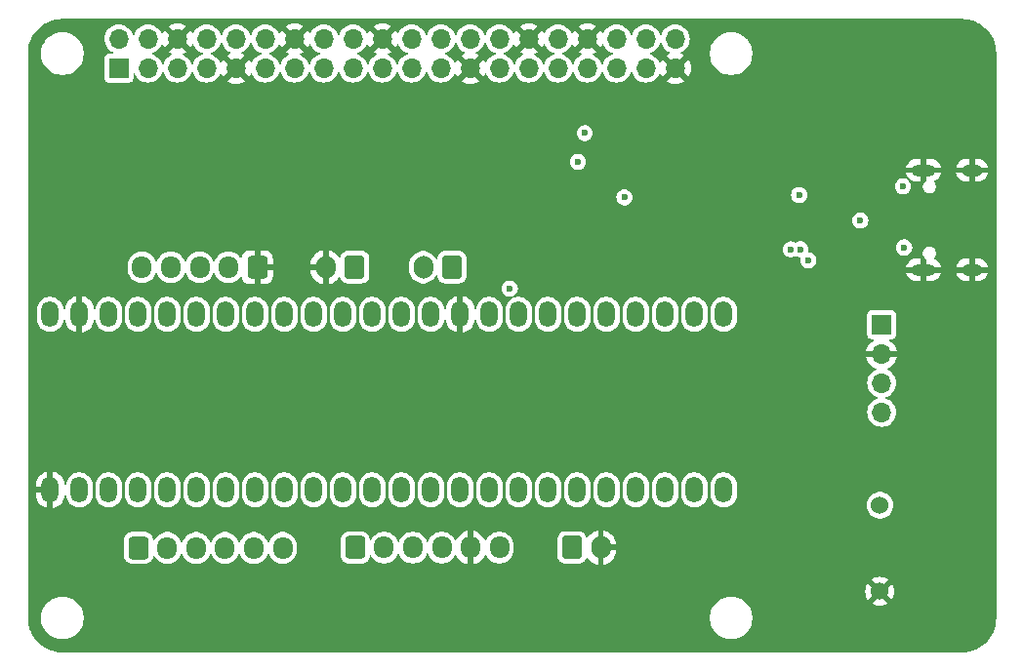
<source format=gbr>
%TF.GenerationSoftware,KiCad,Pcbnew,8.0.8*%
%TF.CreationDate,2025-03-09T10:32:03-07:00*%
%TF.ProjectId,live-video-multi-function-board,6c697665-2d76-4696-9465-6f2d6d756c74,rev?*%
%TF.SameCoordinates,Original*%
%TF.FileFunction,Copper,L3,Inr*%
%TF.FilePolarity,Positive*%
%FSLAX46Y46*%
G04 Gerber Fmt 4.6, Leading zero omitted, Abs format (unit mm)*
G04 Created by KiCad (PCBNEW 8.0.8) date 2025-03-09 10:32:03*
%MOMM*%
%LPD*%
G01*
G04 APERTURE LIST*
G04 Aperture macros list*
%AMRoundRect*
0 Rectangle with rounded corners*
0 $1 Rounding radius*
0 $2 $3 $4 $5 $6 $7 $8 $9 X,Y pos of 4 corners*
0 Add a 4 corners polygon primitive as box body*
4,1,4,$2,$3,$4,$5,$6,$7,$8,$9,$2,$3,0*
0 Add four circle primitives for the rounded corners*
1,1,$1+$1,$2,$3*
1,1,$1+$1,$4,$5*
1,1,$1+$1,$6,$7*
1,1,$1+$1,$8,$9*
0 Add four rect primitives between the rounded corners*
20,1,$1+$1,$2,$3,$4,$5,0*
20,1,$1+$1,$4,$5,$6,$7,0*
20,1,$1+$1,$6,$7,$8,$9,0*
20,1,$1+$1,$8,$9,$2,$3,0*%
G04 Aperture macros list end*
%TA.AperFunction,ComponentPad*%
%ADD10RoundRect,0.250000X-0.600000X-0.750000X0.600000X-0.750000X0.600000X0.750000X-0.600000X0.750000X0*%
%TD*%
%TA.AperFunction,ComponentPad*%
%ADD11O,1.700000X2.000000*%
%TD*%
%TA.AperFunction,ComponentPad*%
%ADD12RoundRect,0.250000X0.600000X0.750000X-0.600000X0.750000X-0.600000X-0.750000X0.600000X-0.750000X0*%
%TD*%
%TA.AperFunction,ComponentPad*%
%ADD13RoundRect,0.250000X-0.600000X-0.725000X0.600000X-0.725000X0.600000X0.725000X-0.600000X0.725000X0*%
%TD*%
%TA.AperFunction,ComponentPad*%
%ADD14O,1.700000X1.950000*%
%TD*%
%TA.AperFunction,ComponentPad*%
%ADD15RoundRect,0.250000X0.600000X0.725000X-0.600000X0.725000X-0.600000X-0.725000X0.600000X-0.725000X0*%
%TD*%
%TA.AperFunction,HeatsinkPad*%
%ADD16O,2.100000X1.000000*%
%TD*%
%TA.AperFunction,HeatsinkPad*%
%ADD17O,1.800000X1.000000*%
%TD*%
%TA.AperFunction,ComponentPad*%
%ADD18R,1.700000X1.700000*%
%TD*%
%TA.AperFunction,ComponentPad*%
%ADD19O,1.700000X1.700000*%
%TD*%
%TA.AperFunction,ComponentPad*%
%ADD20C,1.524000*%
%TD*%
%TA.AperFunction,ComponentPad*%
%ADD21O,1.500000X2.250000*%
%TD*%
%TA.AperFunction,ViaPad*%
%ADD22C,0.600000*%
%TD*%
G04 APERTURE END LIST*
D10*
%TO.N,+3.3V*%
%TO.C,J8*%
X152500000Y-114400000D03*
D11*
%TO.N,GND*%
X155000000Y-114400000D03*
%TD*%
D12*
%TO.N,VBAT*%
%TO.C,J4*%
X142100000Y-90060000D03*
D11*
%TO.N,Net-(J4-Pin_2)*%
X139600000Y-90060000D03*
%TD*%
D13*
%TO.N,SDN*%
%TO.C,J9*%
X114900000Y-114425000D03*
D14*
%TO.N,GPIO3*%
X117400000Y-114425000D03*
%TO.N,GPIO2*%
X119900000Y-114425000D03*
%TO.N,GPIO1*%
X122400000Y-114425000D03*
%TO.N,GPIO0*%
X124900000Y-114425000D03*
%TO.N,IRQ*%
X127400000Y-114425000D03*
%TD*%
D15*
%TO.N,GND*%
%TO.C,J1*%
X125200000Y-90060000D03*
D14*
%TO.N,PWR*%
X122700000Y-90060000D03*
%TO.N,IN_TG*%
X120200000Y-90060000D03*
%TO.N,TXC*%
X117700000Y-90060000D03*
%TO.N,RXC*%
X115200000Y-90060000D03*
%TD*%
D16*
%TO.N,GND*%
%TO.C,J10*%
X183000000Y-90280000D03*
D17*
X187180000Y-90280000D03*
D16*
X183000000Y-81640000D03*
D17*
X187180000Y-81640000D03*
%TD*%
D18*
%TO.N,+5V*%
%TO.C,J6*%
X179350000Y-95040000D03*
D19*
%TO.N,GND*%
X179350000Y-97580000D03*
%TO.N,TXD*%
X179350000Y-100120000D03*
%TO.N,RXD*%
X179350000Y-102660000D03*
%TD*%
D12*
%TO.N,Net-(J4-Pin_2)*%
%TO.C,J7*%
X133650000Y-90060000D03*
D11*
%TO.N,GND*%
X131150000Y-90060000D03*
%TD*%
D20*
%TO.N,Net-(BZ1--)*%
%TO.C,BZ1*%
X179200000Y-110710000D03*
%TO.N,GND*%
X179200000Y-118210000D03*
%TD*%
D13*
%TO.N,CS*%
%TO.C,J3*%
X133700000Y-114400000D03*
D14*
%TO.N,MOSI*%
X136200000Y-114400000D03*
%TO.N,MISO*%
X138700000Y-114400000D03*
%TO.N,SCLK*%
X141200000Y-114400000D03*
%TO.N,GND*%
X143700000Y-114400000D03*
%TO.N,+5V*%
X146200000Y-114400000D03*
%TD*%
D21*
%TO.N,unconnected-(Teensy4.1-RX1-Pad0)*%
%TO.C,Teensy4.1*%
X109770000Y-109400000D03*
%TO.N,unconnected-(Teensy4.1-TX1-Pad1)*%
X112310000Y-109400000D03*
%TO.N,SDN*%
X114850000Y-109400000D03*
%TO.N,GPIO3*%
X117390000Y-109400000D03*
%TO.N,+3.3V*%
X142790000Y-109400000D03*
%TO.N,+3.3V1*%
X112310000Y-94160000D03*
%TO.N,GPIO2*%
X119930000Y-109400000D03*
%TO.N,GPIO1*%
X122470000Y-109400000D03*
%TO.N,+5V*%
X107230000Y-94160000D03*
%TO.N,GPIO0*%
X125010000Y-109400000D03*
%TO.N,IRQ*%
X127550000Y-109400000D03*
%TO.N,unconnected-(Teensy4.1-TX2-Pad8)*%
X130090000Y-109400000D03*
%TO.N,unconnected-(Teensy4.1-PWM-Pad9)*%
X132630000Y-109400000D03*
%TO.N,CS*%
X135170000Y-109400000D03*
%TO.N,MOSI*%
X137710000Y-109400000D03*
%TO.N,MISO*%
X140250000Y-109400000D03*
%TO.N,SCLK*%
X140250000Y-94160000D03*
%TO.N,unconnected-(Teensy4.1-A0-Pad14)*%
X137710000Y-94160000D03*
%TO.N,unconnected-(Teensy4.1-A1-Pad15)*%
X135170000Y-94160000D03*
%TO.N,unconnected-(Teensy4.1-A2-Pad16)*%
X132630000Y-94160000D03*
%TO.N,unconnected-(Teensy4.1-A3-Pad17)*%
X130090000Y-94160000D03*
%TO.N,SDA1*%
X127550000Y-94160000D03*
%TO.N,SCL1*%
X125010000Y-94160000D03*
%TO.N,TXC*%
X122470000Y-94160000D03*
%TO.N,RXC*%
X119930000Y-94160000D03*
%TO.N,unconnected-(Teensy4.1-PWM-Pad22)*%
X117390000Y-94160000D03*
%TO.N,unconnected-(Teensy4.1-PWM-Pad23)*%
X114850000Y-94160000D03*
%TO.N,unconnected-(Teensy4.1-SCL2-Pad24)*%
X145330000Y-109400000D03*
%TO.N,unconnected-(Teensy4.1-SDA2-Pad25)*%
X147870000Y-109400000D03*
%TO.N,unconnected-(Teensy4.1-MOSI1-Pad26)*%
X150410000Y-109400000D03*
%TO.N,unconnected-(Teensy4.1-SCK1-Pad27)*%
X152950000Y-109400000D03*
%TO.N,unconnected-(Teensy4.1-RX7-Pad28)*%
X155490000Y-109400000D03*
%TO.N,unconnected-(Teensy4.1-TX7-Pad29)*%
X158030000Y-109400000D03*
%TO.N,unconnected-(Teensy4.1-GPIO-Pad30)*%
X160570000Y-109400000D03*
%TO.N,unconnected-(Teensy4.1-GPIO-Pad31)*%
X163110000Y-109400000D03*
%TO.N,STAT1*%
X165650000Y-109400000D03*
%TO.N,Net-(BZ1--)*%
X165650000Y-94160000D03*
%TO.N,unconnected-(Teensy4.1-RX8-Pad34)*%
X163110000Y-94160000D03*
%TO.N,unconnected-(Teensy4.1-TX8-Pad35)*%
X160570000Y-94160000D03*
%TO.N,unconnected-(Teensy4.1-PWM-Pad36)*%
X158030000Y-94160000D03*
%TO.N,unconnected-(Teensy4.1-PWM-Pad37)*%
X155490000Y-94160000D03*
%TO.N,unconnected-(Teensy4.1-CS1-Pad38)*%
X152950000Y-94160000D03*
%TO.N,unconnected-(Teensy4.1-MISO1-Pad39)*%
X150410000Y-94160000D03*
%TO.N,unconnected-(Teensy4.1-A16-Pad40)*%
X147870000Y-94160000D03*
%TO.N,unconnected-(Teensy4.1-A17-Pad41)*%
X145330000Y-94160000D03*
%TO.N,GND*%
X107230000Y-109400000D03*
X109770000Y-94160000D03*
X142790000Y-94160000D03*
%TD*%
D18*
%TO.N,unconnected-(J2-3.3V-Pad1)*%
%TO.C,J2*%
X113200000Y-72780000D03*
D19*
%TO.N,+5V*%
X113200000Y-70240000D03*
%TO.N,SDA1*%
X115740000Y-72780000D03*
%TO.N,+5V*%
X115740000Y-70240000D03*
%TO.N,SCL1*%
X118280000Y-72780000D03*
%TO.N,GND*%
X118280000Y-70240000D03*
%TO.N,unconnected-(J2-GPIO4-Pad7)*%
X120820000Y-72780000D03*
%TO.N,TXD*%
X120820000Y-70240000D03*
%TO.N,GND*%
X123360000Y-72780000D03*
%TO.N,RXD*%
X123360000Y-70240000D03*
%TO.N,unconnected-(J2-GPIO17-Pad11)*%
X125900000Y-72780000D03*
%TO.N,unconnected-(J2-GPIO18-Pad12)*%
X125900000Y-70240000D03*
%TO.N,unconnected-(J2-GPIO27-Pad13)*%
X128440000Y-72780000D03*
%TO.N,GND*%
X128440000Y-70240000D03*
%TO.N,unconnected-(J2-GPIO22-Pad15)*%
X130980000Y-72780000D03*
%TO.N,unconnected-(J2-GPIO23-Pad16)*%
X130980000Y-70240000D03*
%TO.N,unconnected-(J2-3.3V-Pad17)*%
X133520000Y-72780000D03*
%TO.N,unconnected-(J2-GPIO24-Pad18)*%
X133520000Y-70240000D03*
%TO.N,unconnected-(J2-MOSI-Pad19)*%
X136060000Y-72780000D03*
%TO.N,GND*%
X136060000Y-70240000D03*
%TO.N,unconnected-(J2-MISO-Pad21)*%
X138600000Y-72780000D03*
%TO.N,unconnected-(J2-GPIO25-Pad22)*%
X138600000Y-70240000D03*
%TO.N,unconnected-(J2-SCLK-Pad23)*%
X141140000Y-72780000D03*
%TO.N,unconnected-(J2-GPIO8-Pad24)*%
X141140000Y-70240000D03*
%TO.N,GND*%
X143680000Y-72780000D03*
%TO.N,unconnected-(J2-GPIO7-Pad26)*%
X143680000Y-70240000D03*
%TO.N,unconnected-(J2-GPIO0-Pad27)*%
X146220000Y-72780000D03*
%TO.N,unconnected-(J2-GPIO1-Pad28)*%
X146220000Y-70240000D03*
%TO.N,unconnected-(J2-GPIO5-Pad29)*%
X148760000Y-72780000D03*
%TO.N,GND*%
X148760000Y-70240000D03*
%TO.N,TG*%
X151300000Y-72780000D03*
%TO.N,unconnected-(J2-GPIO12-Pad32)*%
X151300000Y-70240000D03*
%TO.N,unconnected-(J2-GPIO13-Pad33)*%
X153840000Y-72780000D03*
%TO.N,GND*%
X153840000Y-70240000D03*
%TO.N,unconnected-(J2-GPIO19-Pad35)*%
X156380000Y-72780000D03*
%TO.N,unconnected-(J2-GPIO16-Pad36)*%
X156380000Y-70240000D03*
%TO.N,unconnected-(J2-GPIO26-Pad37)*%
X158920000Y-72780000D03*
%TO.N,unconnected-(J2-GPIO20-Pad38)*%
X158920000Y-70240000D03*
%TO.N,GND*%
X161460000Y-72780000D03*
%TO.N,unconnected-(J2-GPIO21-Pad40)*%
X161460000Y-70240000D03*
%TD*%
D22*
%TO.N,GND*%
X156000000Y-78160000D03*
X153000000Y-85110000D03*
X170918800Y-86010000D03*
X154074265Y-81460000D03*
X181950000Y-92260000D03*
X147000000Y-85774600D03*
X169200000Y-87010000D03*
X180350000Y-77460000D03*
X153000000Y-86510000D03*
X176800000Y-82310000D03*
X180238779Y-86010001D03*
X164300000Y-84310000D03*
X155350000Y-81460000D03*
X159050000Y-84410000D03*
X173100000Y-77910000D03*
X145400000Y-90410000D03*
X164299017Y-85608240D03*
X165800000Y-83210000D03*
X145600000Y-74960000D03*
X156100000Y-81510000D03*
X172223800Y-86010000D03*
X170850000Y-118660000D03*
X107915000Y-81490000D03*
X166200000Y-81610000D03*
X178000000Y-76560000D03*
X155300000Y-91210000D03*
X166600000Y-90410000D03*
X173200000Y-76010000D03*
X172600000Y-80010000D03*
X109715000Y-81390000D03*
X183050000Y-78360000D03*
X179300000Y-89760000D03*
X156600000Y-87860000D03*
X169400000Y-81010000D03*
X159900000Y-87310000D03*
X149900000Y-89755400D03*
X154700000Y-78160000D03*
X164100000Y-80410000D03*
%TO.N,+5V*%
X147100000Y-91910000D03*
%TO.N,VBUS*%
X181305000Y-88350000D03*
X177500000Y-86010000D03*
X181205000Y-83050000D03*
%TO.N,Net-(U4-3V3OUT)*%
X171495000Y-88510000D03*
X172203889Y-83779821D03*
%TO.N,VBAT*%
X157040000Y-84000000D03*
%TO.N,RXD*%
X172295003Y-88510000D03*
%TO.N,TXD*%
X173000000Y-89456000D03*
%TO.N,PWR*%
X153000000Y-80910000D03*
%TO.N,IN_TG*%
X153591433Y-78418567D03*
%TD*%
%TA.AperFunction,Conductor*%
%TO.N,GND*%
G36*
X122143174Y-70569235D02*
G01*
X122162638Y-70602947D01*
X122180425Y-70669329D01*
X122180426Y-70669333D01*
X122272894Y-70867633D01*
X122398397Y-71046871D01*
X122398408Y-71046884D01*
X122553115Y-71201591D01*
X122553128Y-71201602D01*
X122642560Y-71264222D01*
X122732361Y-71327102D01*
X122732363Y-71327102D01*
X122732366Y-71327105D01*
X122860711Y-71386953D01*
X122897084Y-71423326D01*
X122901568Y-71474570D01*
X122872063Y-71516707D01*
X122860711Y-71523261D01*
X122682425Y-71606398D01*
X122682420Y-71606401D01*
X122598626Y-71665072D01*
X122598626Y-71665074D01*
X123230590Y-72297037D01*
X123167007Y-72314075D01*
X123052993Y-72379901D01*
X122959901Y-72472993D01*
X122894075Y-72587007D01*
X122877037Y-72650589D01*
X122245074Y-72018626D01*
X122245072Y-72018626D01*
X122186401Y-72102420D01*
X122186398Y-72102425D01*
X122103261Y-72280711D01*
X122066888Y-72317085D01*
X122015643Y-72321568D01*
X121973507Y-72292063D01*
X121966953Y-72280711D01*
X121907105Y-72152367D01*
X121907102Y-72152364D01*
X121907102Y-72152362D01*
X121781598Y-71973123D01*
X121781597Y-71973122D01*
X121781595Y-71973119D01*
X121626884Y-71818408D01*
X121626871Y-71818397D01*
X121447633Y-71692894D01*
X121249333Y-71600426D01*
X121249331Y-71600425D01*
X121249330Y-71600425D01*
X121182946Y-71582637D01*
X121140810Y-71553133D01*
X121127496Y-71503446D01*
X121149235Y-71456826D01*
X121182945Y-71437362D01*
X121249330Y-71419575D01*
X121447639Y-71327102D01*
X121626877Y-71201598D01*
X121781598Y-71046877D01*
X121907102Y-70867639D01*
X121999575Y-70669330D01*
X122017362Y-70602946D01*
X122046867Y-70560810D01*
X122096554Y-70547496D01*
X122143174Y-70569235D01*
G37*
%TD.AperFunction*%
%TA.AperFunction,Conductor*%
G36*
X142463174Y-70569235D02*
G01*
X142482638Y-70602947D01*
X142500425Y-70669329D01*
X142500426Y-70669333D01*
X142592894Y-70867633D01*
X142718397Y-71046871D01*
X142718408Y-71046884D01*
X142873115Y-71201591D01*
X142873128Y-71201602D01*
X142962560Y-71264222D01*
X143052361Y-71327102D01*
X143052363Y-71327102D01*
X143052366Y-71327105D01*
X143180711Y-71386953D01*
X143217084Y-71423326D01*
X143221568Y-71474570D01*
X143192063Y-71516707D01*
X143180711Y-71523261D01*
X143002425Y-71606398D01*
X143002420Y-71606401D01*
X142918626Y-71665072D01*
X142918626Y-71665074D01*
X143550590Y-72297037D01*
X143487007Y-72314075D01*
X143372993Y-72379901D01*
X143279901Y-72472993D01*
X143214075Y-72587007D01*
X143197037Y-72650589D01*
X142565074Y-72018626D01*
X142565072Y-72018626D01*
X142506401Y-72102420D01*
X142506398Y-72102425D01*
X142423261Y-72280711D01*
X142386888Y-72317085D01*
X142335643Y-72321568D01*
X142293507Y-72292063D01*
X142286953Y-72280711D01*
X142227105Y-72152367D01*
X142227102Y-72152364D01*
X142227102Y-72152362D01*
X142101598Y-71973123D01*
X142101597Y-71973122D01*
X142101595Y-71973119D01*
X141946884Y-71818408D01*
X141946871Y-71818397D01*
X141767633Y-71692894D01*
X141569333Y-71600426D01*
X141569331Y-71600425D01*
X141569330Y-71600425D01*
X141502946Y-71582637D01*
X141460810Y-71553133D01*
X141447496Y-71503446D01*
X141469235Y-71456826D01*
X141502945Y-71437362D01*
X141569330Y-71419575D01*
X141767639Y-71327102D01*
X141946877Y-71201598D01*
X142101598Y-71046877D01*
X142227102Y-70867639D01*
X142319575Y-70669330D01*
X142337362Y-70602946D01*
X142366867Y-70560810D01*
X142416554Y-70547496D01*
X142463174Y-70569235D01*
G37*
%TD.AperFunction*%
%TA.AperFunction,Conductor*%
G36*
X160243174Y-70569235D02*
G01*
X160262638Y-70602947D01*
X160280425Y-70669329D01*
X160280426Y-70669333D01*
X160372894Y-70867633D01*
X160498397Y-71046871D01*
X160498408Y-71046884D01*
X160653115Y-71201591D01*
X160653128Y-71201602D01*
X160742560Y-71264222D01*
X160832361Y-71327102D01*
X160832363Y-71327102D01*
X160832366Y-71327105D01*
X160960711Y-71386953D01*
X160997084Y-71423326D01*
X161001568Y-71474570D01*
X160972063Y-71516707D01*
X160960711Y-71523261D01*
X160782425Y-71606398D01*
X160782420Y-71606401D01*
X160698626Y-71665072D01*
X160698626Y-71665074D01*
X161330590Y-72297037D01*
X161267007Y-72314075D01*
X161152993Y-72379901D01*
X161059901Y-72472993D01*
X160994075Y-72587007D01*
X160977037Y-72650589D01*
X160345074Y-72018626D01*
X160345072Y-72018626D01*
X160286401Y-72102420D01*
X160286398Y-72102425D01*
X160203261Y-72280711D01*
X160166888Y-72317085D01*
X160115643Y-72321568D01*
X160073507Y-72292063D01*
X160066953Y-72280711D01*
X160007105Y-72152367D01*
X160007102Y-72152364D01*
X160007102Y-72152362D01*
X159881598Y-71973123D01*
X159881597Y-71973122D01*
X159881595Y-71973119D01*
X159726884Y-71818408D01*
X159726871Y-71818397D01*
X159547633Y-71692894D01*
X159349333Y-71600426D01*
X159349331Y-71600425D01*
X159349330Y-71600425D01*
X159282946Y-71582637D01*
X159240810Y-71553133D01*
X159227496Y-71503446D01*
X159249235Y-71456826D01*
X159282945Y-71437362D01*
X159349330Y-71419575D01*
X159547639Y-71327102D01*
X159726877Y-71201598D01*
X159881598Y-71046877D01*
X160007102Y-70867639D01*
X160099575Y-70669330D01*
X160117362Y-70602946D01*
X160146867Y-70560810D01*
X160196554Y-70547496D01*
X160243174Y-70569235D01*
G37*
%TD.AperFunction*%
%TA.AperFunction,Conductor*%
G36*
X124683174Y-70569235D02*
G01*
X124702638Y-70602947D01*
X124720425Y-70669329D01*
X124720426Y-70669333D01*
X124812894Y-70867633D01*
X124938397Y-71046871D01*
X124938408Y-71046884D01*
X125093115Y-71201591D01*
X125093128Y-71201602D01*
X125182560Y-71264222D01*
X125272361Y-71327102D01*
X125272363Y-71327102D01*
X125272366Y-71327105D01*
X125470666Y-71419573D01*
X125470670Y-71419575D01*
X125537052Y-71437362D01*
X125579189Y-71466867D01*
X125592503Y-71516554D01*
X125570763Y-71563174D01*
X125537052Y-71582638D01*
X125470670Y-71600424D01*
X125470666Y-71600426D01*
X125272367Y-71692894D01*
X125093119Y-71818404D01*
X124938404Y-71973119D01*
X124812894Y-72152367D01*
X124753046Y-72280711D01*
X124716672Y-72317085D01*
X124665428Y-72321567D01*
X124623291Y-72292063D01*
X124616738Y-72280711D01*
X124533602Y-72102425D01*
X124533599Y-72102421D01*
X124474926Y-72018626D01*
X124474925Y-72018625D01*
X123842962Y-72650588D01*
X123825925Y-72587007D01*
X123760099Y-72472993D01*
X123667007Y-72379901D01*
X123552993Y-72314075D01*
X123489409Y-72297037D01*
X124121373Y-71665073D01*
X124037569Y-71606394D01*
X123859288Y-71523261D01*
X123822915Y-71486888D01*
X123818431Y-71435644D01*
X123847936Y-71393507D01*
X123859278Y-71386957D01*
X123987639Y-71327102D01*
X124166877Y-71201598D01*
X124321598Y-71046877D01*
X124447102Y-70867639D01*
X124539575Y-70669330D01*
X124557362Y-70602946D01*
X124586867Y-70560810D01*
X124636554Y-70547496D01*
X124683174Y-70569235D01*
G37*
%TD.AperFunction*%
%TA.AperFunction,Conductor*%
G36*
X145003174Y-70569235D02*
G01*
X145022638Y-70602947D01*
X145040425Y-70669329D01*
X145040426Y-70669333D01*
X145132894Y-70867633D01*
X145258397Y-71046871D01*
X145258408Y-71046884D01*
X145413115Y-71201591D01*
X145413128Y-71201602D01*
X145502560Y-71264222D01*
X145592361Y-71327102D01*
X145592363Y-71327102D01*
X145592366Y-71327105D01*
X145790666Y-71419573D01*
X145790670Y-71419575D01*
X145857052Y-71437362D01*
X145899189Y-71466867D01*
X145912503Y-71516554D01*
X145890763Y-71563174D01*
X145857052Y-71582638D01*
X145790670Y-71600424D01*
X145790666Y-71600426D01*
X145592367Y-71692894D01*
X145413119Y-71818404D01*
X145258404Y-71973119D01*
X145132894Y-72152367D01*
X145073046Y-72280711D01*
X145036672Y-72317085D01*
X144985428Y-72321567D01*
X144943291Y-72292063D01*
X144936738Y-72280711D01*
X144853602Y-72102425D01*
X144853599Y-72102421D01*
X144794926Y-72018626D01*
X144794925Y-72018625D01*
X144162962Y-72650588D01*
X144145925Y-72587007D01*
X144080099Y-72472993D01*
X143987007Y-72379901D01*
X143872993Y-72314075D01*
X143809409Y-72297037D01*
X144441373Y-71665073D01*
X144357569Y-71606394D01*
X144179288Y-71523261D01*
X144142915Y-71486888D01*
X144138431Y-71435644D01*
X144167936Y-71393507D01*
X144179278Y-71386957D01*
X144307639Y-71327102D01*
X144486877Y-71201598D01*
X144641598Y-71046877D01*
X144767102Y-70867639D01*
X144859575Y-70669330D01*
X144877362Y-70602946D01*
X144906867Y-70560810D01*
X144956554Y-70547496D01*
X145003174Y-70569235D01*
G37*
%TD.AperFunction*%
%TA.AperFunction,Conductor*%
G36*
X117814075Y-70432993D02*
G01*
X117879901Y-70547007D01*
X117972993Y-70640099D01*
X118087007Y-70705925D01*
X118150589Y-70722962D01*
X117518625Y-71354925D01*
X117518626Y-71354926D01*
X117602426Y-71413603D01*
X117780711Y-71496738D01*
X117817084Y-71533111D01*
X117821568Y-71584355D01*
X117792063Y-71626492D01*
X117780711Y-71633046D01*
X117652367Y-71692894D01*
X117473119Y-71818404D01*
X117318404Y-71973119D01*
X117192894Y-72152367D01*
X117100426Y-72350666D01*
X117100424Y-72350670D01*
X117082638Y-72417052D01*
X117053133Y-72459189D01*
X117003446Y-72472503D01*
X116956826Y-72450763D01*
X116937362Y-72417052D01*
X116919575Y-72350670D01*
X116919573Y-72350666D01*
X116827105Y-72152367D01*
X116827102Y-72152364D01*
X116827102Y-72152362D01*
X116701598Y-71973123D01*
X116701597Y-71973122D01*
X116701595Y-71973119D01*
X116546884Y-71818408D01*
X116546871Y-71818397D01*
X116367633Y-71692894D01*
X116169333Y-71600426D01*
X116169331Y-71600425D01*
X116169330Y-71600425D01*
X116102946Y-71582637D01*
X116060810Y-71553133D01*
X116047496Y-71503446D01*
X116069235Y-71456826D01*
X116102945Y-71437362D01*
X116169330Y-71419575D01*
X116367639Y-71327102D01*
X116546877Y-71201598D01*
X116701598Y-71046877D01*
X116827102Y-70867639D01*
X116886953Y-70739286D01*
X116923326Y-70702915D01*
X116974570Y-70698431D01*
X117016707Y-70727936D01*
X117023261Y-70739288D01*
X117106394Y-70917569D01*
X117165073Y-71001373D01*
X117797037Y-70369409D01*
X117814075Y-70432993D01*
G37*
%TD.AperFunction*%
%TA.AperFunction,Conductor*%
G36*
X119394925Y-71001373D02*
G01*
X119394926Y-71001372D01*
X119453598Y-70917580D01*
X119536737Y-70739288D01*
X119573111Y-70702915D01*
X119624355Y-70698431D01*
X119666492Y-70727936D01*
X119673046Y-70739288D01*
X119732894Y-70867633D01*
X119858397Y-71046871D01*
X119858408Y-71046884D01*
X120013115Y-71201591D01*
X120013128Y-71201602D01*
X120102560Y-71264222D01*
X120192361Y-71327102D01*
X120192363Y-71327102D01*
X120192366Y-71327105D01*
X120390666Y-71419573D01*
X120390670Y-71419575D01*
X120457052Y-71437362D01*
X120499189Y-71466867D01*
X120512503Y-71516554D01*
X120490763Y-71563174D01*
X120457052Y-71582638D01*
X120390670Y-71600424D01*
X120390666Y-71600426D01*
X120192367Y-71692894D01*
X120013119Y-71818404D01*
X119858404Y-71973119D01*
X119732894Y-72152367D01*
X119640426Y-72350666D01*
X119640424Y-72350670D01*
X119622638Y-72417052D01*
X119593133Y-72459189D01*
X119543446Y-72472503D01*
X119496826Y-72450763D01*
X119477362Y-72417052D01*
X119459575Y-72350670D01*
X119459573Y-72350666D01*
X119367105Y-72152367D01*
X119367102Y-72152364D01*
X119367102Y-72152362D01*
X119241598Y-71973123D01*
X119241597Y-71973122D01*
X119241595Y-71973119D01*
X119086884Y-71818408D01*
X119086871Y-71818397D01*
X118907633Y-71692894D01*
X118779288Y-71633046D01*
X118742915Y-71596673D01*
X118738431Y-71545429D01*
X118767936Y-71503292D01*
X118779288Y-71496737D01*
X118957580Y-71413598D01*
X119041372Y-71354926D01*
X119041373Y-71354925D01*
X118409410Y-70722962D01*
X118472993Y-70705925D01*
X118587007Y-70640099D01*
X118680099Y-70547007D01*
X118745925Y-70432993D01*
X118762962Y-70369410D01*
X119394925Y-71001373D01*
G37*
%TD.AperFunction*%
%TA.AperFunction,Conductor*%
G36*
X127974075Y-70432993D02*
G01*
X128039901Y-70547007D01*
X128132993Y-70640099D01*
X128247007Y-70705925D01*
X128310589Y-70722962D01*
X127678625Y-71354925D01*
X127678626Y-71354926D01*
X127762426Y-71413603D01*
X127940711Y-71496738D01*
X127977084Y-71533111D01*
X127981568Y-71584355D01*
X127952063Y-71626492D01*
X127940711Y-71633046D01*
X127812367Y-71692894D01*
X127633119Y-71818404D01*
X127478404Y-71973119D01*
X127352894Y-72152367D01*
X127260426Y-72350666D01*
X127260424Y-72350670D01*
X127242638Y-72417052D01*
X127213133Y-72459189D01*
X127163446Y-72472503D01*
X127116826Y-72450763D01*
X127097362Y-72417052D01*
X127079575Y-72350670D01*
X127079573Y-72350666D01*
X126987105Y-72152367D01*
X126987102Y-72152364D01*
X126987102Y-72152362D01*
X126861598Y-71973123D01*
X126861597Y-71973122D01*
X126861595Y-71973119D01*
X126706884Y-71818408D01*
X126706871Y-71818397D01*
X126527633Y-71692894D01*
X126329333Y-71600426D01*
X126329331Y-71600425D01*
X126329330Y-71600425D01*
X126262946Y-71582637D01*
X126220810Y-71553133D01*
X126207496Y-71503446D01*
X126229235Y-71456826D01*
X126262945Y-71437362D01*
X126329330Y-71419575D01*
X126527639Y-71327102D01*
X126706877Y-71201598D01*
X126861598Y-71046877D01*
X126987102Y-70867639D01*
X127046953Y-70739286D01*
X127083326Y-70702915D01*
X127134570Y-70698431D01*
X127176707Y-70727936D01*
X127183261Y-70739288D01*
X127266394Y-70917569D01*
X127325073Y-71001373D01*
X127957037Y-70369409D01*
X127974075Y-70432993D01*
G37*
%TD.AperFunction*%
%TA.AperFunction,Conductor*%
G36*
X129554925Y-71001373D02*
G01*
X129554926Y-71001372D01*
X129613598Y-70917580D01*
X129696737Y-70739288D01*
X129733111Y-70702915D01*
X129784355Y-70698431D01*
X129826492Y-70727936D01*
X129833046Y-70739288D01*
X129892894Y-70867633D01*
X130018397Y-71046871D01*
X130018408Y-71046884D01*
X130173115Y-71201591D01*
X130173128Y-71201602D01*
X130262560Y-71264222D01*
X130352361Y-71327102D01*
X130352363Y-71327102D01*
X130352366Y-71327105D01*
X130550666Y-71419573D01*
X130550670Y-71419575D01*
X130617052Y-71437362D01*
X130659189Y-71466867D01*
X130672503Y-71516554D01*
X130650763Y-71563174D01*
X130617052Y-71582638D01*
X130550670Y-71600424D01*
X130550666Y-71600426D01*
X130352367Y-71692894D01*
X130173119Y-71818404D01*
X130018404Y-71973119D01*
X129892894Y-72152367D01*
X129800426Y-72350666D01*
X129800424Y-72350670D01*
X129782638Y-72417052D01*
X129753133Y-72459189D01*
X129703446Y-72472503D01*
X129656826Y-72450763D01*
X129637362Y-72417052D01*
X129619575Y-72350670D01*
X129619573Y-72350666D01*
X129527105Y-72152367D01*
X129527102Y-72152364D01*
X129527102Y-72152362D01*
X129401598Y-71973123D01*
X129401597Y-71973122D01*
X129401595Y-71973119D01*
X129246884Y-71818408D01*
X129246871Y-71818397D01*
X129067633Y-71692894D01*
X128939288Y-71633046D01*
X128902915Y-71596673D01*
X128898431Y-71545429D01*
X128927936Y-71503292D01*
X128939288Y-71496737D01*
X129117580Y-71413598D01*
X129201372Y-71354926D01*
X129201373Y-71354925D01*
X128569410Y-70722962D01*
X128632993Y-70705925D01*
X128747007Y-70640099D01*
X128840099Y-70547007D01*
X128905925Y-70432993D01*
X128922962Y-70369410D01*
X129554925Y-71001373D01*
G37*
%TD.AperFunction*%
%TA.AperFunction,Conductor*%
G36*
X135594075Y-70432993D02*
G01*
X135659901Y-70547007D01*
X135752993Y-70640099D01*
X135867007Y-70705925D01*
X135930589Y-70722962D01*
X135298625Y-71354925D01*
X135298626Y-71354926D01*
X135382426Y-71413603D01*
X135560711Y-71496738D01*
X135597084Y-71533111D01*
X135601568Y-71584355D01*
X135572063Y-71626492D01*
X135560711Y-71633046D01*
X135432367Y-71692894D01*
X135253119Y-71818404D01*
X135098404Y-71973119D01*
X134972894Y-72152367D01*
X134880426Y-72350666D01*
X134880424Y-72350670D01*
X134862638Y-72417052D01*
X134833133Y-72459189D01*
X134783446Y-72472503D01*
X134736826Y-72450763D01*
X134717362Y-72417052D01*
X134699575Y-72350670D01*
X134699573Y-72350666D01*
X134607105Y-72152367D01*
X134607102Y-72152364D01*
X134607102Y-72152362D01*
X134481598Y-71973123D01*
X134481597Y-71973122D01*
X134481595Y-71973119D01*
X134326884Y-71818408D01*
X134326871Y-71818397D01*
X134147633Y-71692894D01*
X133949333Y-71600426D01*
X133949331Y-71600425D01*
X133949330Y-71600425D01*
X133882946Y-71582637D01*
X133840810Y-71553133D01*
X133827496Y-71503446D01*
X133849235Y-71456826D01*
X133882945Y-71437362D01*
X133949330Y-71419575D01*
X134147639Y-71327102D01*
X134326877Y-71201598D01*
X134481598Y-71046877D01*
X134607102Y-70867639D01*
X134666953Y-70739286D01*
X134703326Y-70702915D01*
X134754570Y-70698431D01*
X134796707Y-70727936D01*
X134803261Y-70739288D01*
X134886394Y-70917569D01*
X134945073Y-71001373D01*
X135577037Y-70369409D01*
X135594075Y-70432993D01*
G37*
%TD.AperFunction*%
%TA.AperFunction,Conductor*%
G36*
X137174925Y-71001373D02*
G01*
X137174926Y-71001372D01*
X137233598Y-70917580D01*
X137316737Y-70739288D01*
X137353111Y-70702915D01*
X137404355Y-70698431D01*
X137446492Y-70727936D01*
X137453046Y-70739288D01*
X137512894Y-70867633D01*
X137638397Y-71046871D01*
X137638408Y-71046884D01*
X137793115Y-71201591D01*
X137793128Y-71201602D01*
X137882560Y-71264222D01*
X137972361Y-71327102D01*
X137972363Y-71327102D01*
X137972366Y-71327105D01*
X138170666Y-71419573D01*
X138170670Y-71419575D01*
X138237052Y-71437362D01*
X138279189Y-71466867D01*
X138292503Y-71516554D01*
X138270763Y-71563174D01*
X138237052Y-71582638D01*
X138170670Y-71600424D01*
X138170666Y-71600426D01*
X137972367Y-71692894D01*
X137793119Y-71818404D01*
X137638404Y-71973119D01*
X137512894Y-72152367D01*
X137420426Y-72350666D01*
X137420424Y-72350670D01*
X137402638Y-72417052D01*
X137373133Y-72459189D01*
X137323446Y-72472503D01*
X137276826Y-72450763D01*
X137257362Y-72417052D01*
X137239575Y-72350670D01*
X137239573Y-72350666D01*
X137147105Y-72152367D01*
X137147102Y-72152364D01*
X137147102Y-72152362D01*
X137021598Y-71973123D01*
X137021597Y-71973122D01*
X137021595Y-71973119D01*
X136866884Y-71818408D01*
X136866871Y-71818397D01*
X136687633Y-71692894D01*
X136559288Y-71633046D01*
X136522915Y-71596673D01*
X136518431Y-71545429D01*
X136547936Y-71503292D01*
X136559288Y-71496737D01*
X136737580Y-71413598D01*
X136821372Y-71354926D01*
X136821373Y-71354925D01*
X136189410Y-70722962D01*
X136252993Y-70705925D01*
X136367007Y-70640099D01*
X136460099Y-70547007D01*
X136525925Y-70432993D01*
X136542962Y-70369410D01*
X137174925Y-71001373D01*
G37*
%TD.AperFunction*%
%TA.AperFunction,Conductor*%
G36*
X148294075Y-70432993D02*
G01*
X148359901Y-70547007D01*
X148452993Y-70640099D01*
X148567007Y-70705925D01*
X148630589Y-70722962D01*
X147998625Y-71354925D01*
X147998626Y-71354926D01*
X148082426Y-71413603D01*
X148260711Y-71496738D01*
X148297084Y-71533111D01*
X148301568Y-71584355D01*
X148272063Y-71626492D01*
X148260711Y-71633046D01*
X148132367Y-71692894D01*
X147953119Y-71818404D01*
X147798404Y-71973119D01*
X147672894Y-72152367D01*
X147580426Y-72350666D01*
X147580424Y-72350670D01*
X147562638Y-72417052D01*
X147533133Y-72459189D01*
X147483446Y-72472503D01*
X147436826Y-72450763D01*
X147417362Y-72417052D01*
X147399575Y-72350670D01*
X147399573Y-72350666D01*
X147307105Y-72152367D01*
X147307102Y-72152364D01*
X147307102Y-72152362D01*
X147181598Y-71973123D01*
X147181597Y-71973122D01*
X147181595Y-71973119D01*
X147026884Y-71818408D01*
X147026871Y-71818397D01*
X146847633Y-71692894D01*
X146649333Y-71600426D01*
X146649331Y-71600425D01*
X146649330Y-71600425D01*
X146582946Y-71582637D01*
X146540810Y-71553133D01*
X146527496Y-71503446D01*
X146549235Y-71456826D01*
X146582945Y-71437362D01*
X146649330Y-71419575D01*
X146847639Y-71327102D01*
X147026877Y-71201598D01*
X147181598Y-71046877D01*
X147307102Y-70867639D01*
X147366953Y-70739286D01*
X147403326Y-70702915D01*
X147454570Y-70698431D01*
X147496707Y-70727936D01*
X147503261Y-70739288D01*
X147586394Y-70917569D01*
X147645073Y-71001373D01*
X148277037Y-70369409D01*
X148294075Y-70432993D01*
G37*
%TD.AperFunction*%
%TA.AperFunction,Conductor*%
G36*
X149874925Y-71001373D02*
G01*
X149874926Y-71001372D01*
X149933598Y-70917580D01*
X150016737Y-70739288D01*
X150053111Y-70702915D01*
X150104355Y-70698431D01*
X150146492Y-70727936D01*
X150153046Y-70739288D01*
X150212894Y-70867633D01*
X150338397Y-71046871D01*
X150338408Y-71046884D01*
X150493115Y-71201591D01*
X150493128Y-71201602D01*
X150582560Y-71264222D01*
X150672361Y-71327102D01*
X150672363Y-71327102D01*
X150672366Y-71327105D01*
X150870666Y-71419573D01*
X150870670Y-71419575D01*
X150937052Y-71437362D01*
X150979189Y-71466867D01*
X150992503Y-71516554D01*
X150970763Y-71563174D01*
X150937052Y-71582638D01*
X150870670Y-71600424D01*
X150870666Y-71600426D01*
X150672367Y-71692894D01*
X150493119Y-71818404D01*
X150338404Y-71973119D01*
X150212894Y-72152367D01*
X150120426Y-72350666D01*
X150120424Y-72350670D01*
X150102638Y-72417052D01*
X150073133Y-72459189D01*
X150023446Y-72472503D01*
X149976826Y-72450763D01*
X149957362Y-72417052D01*
X149939575Y-72350670D01*
X149939573Y-72350666D01*
X149847105Y-72152367D01*
X149847102Y-72152364D01*
X149847102Y-72152362D01*
X149721598Y-71973123D01*
X149721597Y-71973122D01*
X149721595Y-71973119D01*
X149566884Y-71818408D01*
X149566871Y-71818397D01*
X149387633Y-71692894D01*
X149259288Y-71633046D01*
X149222915Y-71596673D01*
X149218431Y-71545429D01*
X149247936Y-71503292D01*
X149259288Y-71496737D01*
X149437580Y-71413598D01*
X149521372Y-71354926D01*
X149521373Y-71354925D01*
X148889410Y-70722962D01*
X148952993Y-70705925D01*
X149067007Y-70640099D01*
X149160099Y-70547007D01*
X149225925Y-70432993D01*
X149242962Y-70369410D01*
X149874925Y-71001373D01*
G37*
%TD.AperFunction*%
%TA.AperFunction,Conductor*%
G36*
X153374075Y-70432993D02*
G01*
X153439901Y-70547007D01*
X153532993Y-70640099D01*
X153647007Y-70705925D01*
X153710589Y-70722962D01*
X153078625Y-71354925D01*
X153078626Y-71354926D01*
X153162426Y-71413603D01*
X153340711Y-71496738D01*
X153377084Y-71533111D01*
X153381568Y-71584355D01*
X153352063Y-71626492D01*
X153340711Y-71633046D01*
X153212367Y-71692894D01*
X153033119Y-71818404D01*
X152878404Y-71973119D01*
X152752894Y-72152367D01*
X152660426Y-72350666D01*
X152660424Y-72350670D01*
X152642638Y-72417052D01*
X152613133Y-72459189D01*
X152563446Y-72472503D01*
X152516826Y-72450763D01*
X152497362Y-72417052D01*
X152479575Y-72350670D01*
X152479573Y-72350666D01*
X152387105Y-72152367D01*
X152387102Y-72152364D01*
X152387102Y-72152362D01*
X152261598Y-71973123D01*
X152261597Y-71973122D01*
X152261595Y-71973119D01*
X152106884Y-71818408D01*
X152106871Y-71818397D01*
X151927633Y-71692894D01*
X151729333Y-71600426D01*
X151729331Y-71600425D01*
X151729330Y-71600425D01*
X151662946Y-71582637D01*
X151620810Y-71553133D01*
X151607496Y-71503446D01*
X151629235Y-71456826D01*
X151662945Y-71437362D01*
X151729330Y-71419575D01*
X151927639Y-71327102D01*
X152106877Y-71201598D01*
X152261598Y-71046877D01*
X152387102Y-70867639D01*
X152446953Y-70739286D01*
X152483326Y-70702915D01*
X152534570Y-70698431D01*
X152576707Y-70727936D01*
X152583261Y-70739288D01*
X152666394Y-70917569D01*
X152725073Y-71001373D01*
X153357037Y-70369409D01*
X153374075Y-70432993D01*
G37*
%TD.AperFunction*%
%TA.AperFunction,Conductor*%
G36*
X154954925Y-71001373D02*
G01*
X154954926Y-71001372D01*
X155013598Y-70917580D01*
X155096737Y-70739288D01*
X155133111Y-70702915D01*
X155184355Y-70698431D01*
X155226492Y-70727936D01*
X155233046Y-70739288D01*
X155292894Y-70867633D01*
X155418397Y-71046871D01*
X155418408Y-71046884D01*
X155573115Y-71201591D01*
X155573128Y-71201602D01*
X155662560Y-71264222D01*
X155752361Y-71327102D01*
X155752363Y-71327102D01*
X155752366Y-71327105D01*
X155950666Y-71419573D01*
X155950670Y-71419575D01*
X156017052Y-71437362D01*
X156059189Y-71466867D01*
X156072503Y-71516554D01*
X156050763Y-71563174D01*
X156017052Y-71582638D01*
X155950670Y-71600424D01*
X155950666Y-71600426D01*
X155752367Y-71692894D01*
X155573119Y-71818404D01*
X155418404Y-71973119D01*
X155292894Y-72152367D01*
X155200426Y-72350666D01*
X155200424Y-72350670D01*
X155182638Y-72417052D01*
X155153133Y-72459189D01*
X155103446Y-72472503D01*
X155056826Y-72450763D01*
X155037362Y-72417052D01*
X155019575Y-72350670D01*
X155019573Y-72350666D01*
X154927105Y-72152367D01*
X154927102Y-72152364D01*
X154927102Y-72152362D01*
X154801598Y-71973123D01*
X154801597Y-71973122D01*
X154801595Y-71973119D01*
X154646884Y-71818408D01*
X154646871Y-71818397D01*
X154467633Y-71692894D01*
X154339288Y-71633046D01*
X154302915Y-71596673D01*
X154298431Y-71545429D01*
X154327936Y-71503292D01*
X154339288Y-71496737D01*
X154517580Y-71413598D01*
X154601372Y-71354926D01*
X154601373Y-71354925D01*
X153969410Y-70722962D01*
X154032993Y-70705925D01*
X154147007Y-70640099D01*
X154240099Y-70547007D01*
X154305925Y-70432993D01*
X154322962Y-70369410D01*
X154954925Y-71001373D01*
G37*
%TD.AperFunction*%
%TA.AperFunction,Conductor*%
G36*
X186301965Y-68510603D02*
G01*
X186609614Y-68526726D01*
X186617413Y-68527546D01*
X186919748Y-68575431D01*
X186927419Y-68577061D01*
X187223098Y-68656288D01*
X187230577Y-68658719D01*
X187516329Y-68768408D01*
X187523506Y-68771603D01*
X187745751Y-68884843D01*
X187796239Y-68910568D01*
X187803056Y-68914504D01*
X188059759Y-69081209D01*
X188066127Y-69085836D01*
X188303997Y-69278459D01*
X188309846Y-69283726D01*
X188526273Y-69500153D01*
X188531540Y-69506002D01*
X188724163Y-69743872D01*
X188728790Y-69750240D01*
X188895495Y-70006943D01*
X188899431Y-70013760D01*
X189038393Y-70286486D01*
X189041594Y-70293677D01*
X189151279Y-70579419D01*
X189153712Y-70586905D01*
X189232935Y-70882566D01*
X189234571Y-70890265D01*
X189282451Y-71192572D01*
X189283274Y-71200400D01*
X189299397Y-71508034D01*
X189299500Y-71511970D01*
X189299500Y-120508029D01*
X189299397Y-120511965D01*
X189283274Y-120819599D01*
X189282451Y-120827427D01*
X189234571Y-121129734D01*
X189232935Y-121137433D01*
X189153712Y-121433094D01*
X189151279Y-121440580D01*
X189041594Y-121726322D01*
X189038393Y-121733513D01*
X188899431Y-122006239D01*
X188895495Y-122013056D01*
X188728790Y-122269759D01*
X188724163Y-122276127D01*
X188531540Y-122513997D01*
X188526273Y-122519846D01*
X188309846Y-122736273D01*
X188303997Y-122741540D01*
X188066127Y-122934163D01*
X188059759Y-122938790D01*
X187803056Y-123105495D01*
X187796239Y-123109431D01*
X187523513Y-123248393D01*
X187516322Y-123251594D01*
X187230580Y-123361279D01*
X187223094Y-123363712D01*
X186927433Y-123442935D01*
X186919734Y-123444571D01*
X186617427Y-123492451D01*
X186609599Y-123493274D01*
X186301965Y-123509396D01*
X186298029Y-123509499D01*
X108301972Y-123509499D01*
X108298036Y-123509396D01*
X107990401Y-123493274D01*
X107982573Y-123492451D01*
X107680266Y-123444570D01*
X107672567Y-123442934D01*
X107376905Y-123363711D01*
X107369419Y-123361278D01*
X107083678Y-123251593D01*
X107076487Y-123248392D01*
X106803761Y-123109430D01*
X106796944Y-123105494D01*
X106540241Y-122938790D01*
X106533873Y-122934163D01*
X106296002Y-122741539D01*
X106290153Y-122736272D01*
X106073727Y-122519846D01*
X106068460Y-122513997D01*
X105875836Y-122276126D01*
X105871209Y-122269758D01*
X105704505Y-122013055D01*
X105700569Y-122006238D01*
X105561607Y-121733512D01*
X105558409Y-121726328D01*
X105448720Y-121440577D01*
X105446288Y-121433094D01*
X105418721Y-121330212D01*
X105367062Y-121137418D01*
X105365432Y-121129747D01*
X105317546Y-120827411D01*
X105316726Y-120819611D01*
X105300604Y-120511963D01*
X105300501Y-120508028D01*
X105300501Y-120429152D01*
X105300500Y-120429146D01*
X105300500Y-120388712D01*
X106449500Y-120388712D01*
X106449500Y-120631288D01*
X106481162Y-120871789D01*
X106543946Y-121106100D01*
X106543947Y-121106104D01*
X106543948Y-121106105D01*
X106636776Y-121330213D01*
X106758065Y-121540291D01*
X106905730Y-121732732D01*
X106905742Y-121732746D01*
X107077253Y-121904257D01*
X107077267Y-121904269D01*
X107214731Y-122009749D01*
X107269711Y-122051936D01*
X107479788Y-122173224D01*
X107703900Y-122266054D01*
X107938211Y-122328838D01*
X108178712Y-122360500D01*
X108178715Y-122360500D01*
X108421285Y-122360500D01*
X108421288Y-122360500D01*
X108661789Y-122328838D01*
X108896100Y-122266054D01*
X109120212Y-122173224D01*
X109330289Y-122051936D01*
X109522738Y-121904265D01*
X109694265Y-121732738D01*
X109841936Y-121540289D01*
X109963224Y-121330212D01*
X110056054Y-121106100D01*
X110118838Y-120871789D01*
X110150500Y-120631288D01*
X110150500Y-120388712D01*
X164449500Y-120388712D01*
X164449500Y-120631288D01*
X164481162Y-120871789D01*
X164543946Y-121106100D01*
X164543947Y-121106104D01*
X164543948Y-121106105D01*
X164636776Y-121330213D01*
X164758065Y-121540291D01*
X164905730Y-121732732D01*
X164905742Y-121732746D01*
X165077253Y-121904257D01*
X165077267Y-121904269D01*
X165214731Y-122009749D01*
X165269711Y-122051936D01*
X165479788Y-122173224D01*
X165703900Y-122266054D01*
X165938211Y-122328838D01*
X166178712Y-122360500D01*
X166178715Y-122360500D01*
X166421285Y-122360500D01*
X166421288Y-122360500D01*
X166661789Y-122328838D01*
X166896100Y-122266054D01*
X167120212Y-122173224D01*
X167330289Y-122051936D01*
X167522738Y-121904265D01*
X167694265Y-121732738D01*
X167841936Y-121540289D01*
X167963224Y-121330212D01*
X168056054Y-121106100D01*
X168118838Y-120871789D01*
X168150500Y-120631288D01*
X168150500Y-120388712D01*
X168118838Y-120148211D01*
X168056054Y-119913900D01*
X167963224Y-119689788D01*
X167841936Y-119479711D01*
X167824950Y-119457575D01*
X167694269Y-119287267D01*
X167694257Y-119287253D01*
X167522746Y-119115742D01*
X167522732Y-119115730D01*
X167330291Y-118968065D01*
X167120213Y-118846776D01*
X166896105Y-118753948D01*
X166896104Y-118753947D01*
X166896100Y-118753946D01*
X166661789Y-118691162D01*
X166421288Y-118659500D01*
X166178712Y-118659500D01*
X165938211Y-118691162D01*
X165703900Y-118753946D01*
X165703897Y-118753947D01*
X165703894Y-118753948D01*
X165479786Y-118846776D01*
X165269708Y-118968065D01*
X165077267Y-119115730D01*
X165077253Y-119115742D01*
X164905742Y-119287253D01*
X164905730Y-119287267D01*
X164758065Y-119479708D01*
X164636776Y-119689786D01*
X164543948Y-119913894D01*
X164543946Y-119913900D01*
X164481162Y-120148211D01*
X164449500Y-120388712D01*
X110150500Y-120388712D01*
X110118838Y-120148211D01*
X110056054Y-119913900D01*
X109963224Y-119689788D01*
X109841936Y-119479711D01*
X109824950Y-119457575D01*
X109694269Y-119287267D01*
X109694257Y-119287253D01*
X109522746Y-119115742D01*
X109522732Y-119115730D01*
X109330291Y-118968065D01*
X109120213Y-118846776D01*
X108896105Y-118753948D01*
X108896104Y-118753947D01*
X108896100Y-118753946D01*
X108661789Y-118691162D01*
X108421288Y-118659500D01*
X108178712Y-118659500D01*
X107938211Y-118691162D01*
X107703900Y-118753946D01*
X107703897Y-118753947D01*
X107703894Y-118753948D01*
X107479786Y-118846776D01*
X107269708Y-118968065D01*
X107077267Y-119115730D01*
X107077253Y-119115742D01*
X106905742Y-119287253D01*
X106905730Y-119287267D01*
X106758065Y-119479708D01*
X106636776Y-119689786D01*
X106543948Y-119913894D01*
X106543946Y-119913900D01*
X106481162Y-120148211D01*
X106449500Y-120388712D01*
X105300500Y-120388712D01*
X105300500Y-118210000D01*
X177933179Y-118210000D01*
X177952424Y-118429976D01*
X178009578Y-118643277D01*
X178009579Y-118643281D01*
X178102899Y-118843408D01*
X178148257Y-118908186D01*
X178148258Y-118908187D01*
X178819000Y-118237445D01*
X178819000Y-118260160D01*
X178844964Y-118357061D01*
X178895124Y-118443940D01*
X178966060Y-118514876D01*
X179052939Y-118565036D01*
X179149840Y-118591000D01*
X179172553Y-118591000D01*
X178501811Y-119261740D01*
X178501812Y-119261741D01*
X178566591Y-119307100D01*
X178566591Y-119307101D01*
X178766718Y-119400420D01*
X178766722Y-119400421D01*
X178980023Y-119457575D01*
X179200000Y-119476820D01*
X179419976Y-119457575D01*
X179633277Y-119400421D01*
X179633281Y-119400420D01*
X179833405Y-119307102D01*
X179898187Y-119261740D01*
X179227447Y-118591000D01*
X179250160Y-118591000D01*
X179347061Y-118565036D01*
X179433940Y-118514876D01*
X179504876Y-118443940D01*
X179555036Y-118357061D01*
X179581000Y-118260160D01*
X179581000Y-118237447D01*
X180251740Y-118908187D01*
X180297102Y-118843405D01*
X180390420Y-118643281D01*
X180390421Y-118643277D01*
X180447575Y-118429976D01*
X180466820Y-118210000D01*
X180447575Y-117990023D01*
X180390421Y-117776722D01*
X180390420Y-117776718D01*
X180297102Y-117576596D01*
X180251740Y-117511811D01*
X179581000Y-118182551D01*
X179581000Y-118159840D01*
X179555036Y-118062939D01*
X179504876Y-117976060D01*
X179433940Y-117905124D01*
X179347061Y-117854964D01*
X179250160Y-117829000D01*
X179227447Y-117829000D01*
X179898187Y-117158258D01*
X179898186Y-117158257D01*
X179833408Y-117112899D01*
X179833408Y-117112898D01*
X179633281Y-117019579D01*
X179633277Y-117019578D01*
X179419976Y-116962424D01*
X179200000Y-116943179D01*
X178980023Y-116962424D01*
X178766722Y-117019578D01*
X178766718Y-117019579D01*
X178566592Y-117112899D01*
X178566588Y-117112902D01*
X178501812Y-117158257D01*
X178501812Y-117158259D01*
X179172553Y-117829000D01*
X179149840Y-117829000D01*
X179052939Y-117854964D01*
X178966060Y-117905124D01*
X178895124Y-117976060D01*
X178844964Y-118062939D01*
X178819000Y-118159840D01*
X178819000Y-118182553D01*
X178148259Y-117511812D01*
X178148257Y-117511812D01*
X178102902Y-117576588D01*
X178102899Y-117576592D01*
X178009579Y-117776718D01*
X178009578Y-117776722D01*
X177952424Y-117990023D01*
X177933179Y-118210000D01*
X105300500Y-118210000D01*
X105300500Y-113634298D01*
X113649500Y-113634298D01*
X113649500Y-115215701D01*
X113652400Y-115252560D01*
X113652402Y-115252571D01*
X113698255Y-115410396D01*
X113781919Y-115551865D01*
X113781925Y-115551872D01*
X113898127Y-115668074D01*
X113898134Y-115668080D01*
X113898135Y-115668081D01*
X114039602Y-115751744D01*
X114197431Y-115797598D01*
X114197435Y-115797598D01*
X114197439Y-115797599D01*
X114215868Y-115799049D01*
X114234306Y-115800500D01*
X114234307Y-115800500D01*
X115565693Y-115800500D01*
X115565694Y-115800500D01*
X115588046Y-115798740D01*
X115602560Y-115797599D01*
X115602562Y-115797598D01*
X115602569Y-115797598D01*
X115760398Y-115751744D01*
X115901865Y-115668081D01*
X116018081Y-115551865D01*
X116101744Y-115410398D01*
X116147598Y-115252569D01*
X116150500Y-115215694D01*
X116150500Y-115165411D01*
X116168093Y-115117073D01*
X116212642Y-115091353D01*
X116263300Y-115100286D01*
X116292702Y-115131268D01*
X116330476Y-115205405D01*
X116428009Y-115339646D01*
X116446173Y-115364647D01*
X116446180Y-115364655D01*
X116585344Y-115503819D01*
X116585352Y-115503826D01*
X116585354Y-115503828D01*
X116744595Y-115619524D01*
X116919975Y-115708884D01*
X117107174Y-115769709D01*
X117301583Y-115800500D01*
X117301587Y-115800500D01*
X117498413Y-115800500D01*
X117498417Y-115800500D01*
X117692826Y-115769709D01*
X117880025Y-115708884D01*
X118055405Y-115619524D01*
X118214646Y-115503828D01*
X118353828Y-115364646D01*
X118469524Y-115205405D01*
X118558884Y-115030025D01*
X118578481Y-114969712D01*
X118610150Y-114929177D01*
X118660466Y-114918482D01*
X118705885Y-114942631D01*
X118721519Y-114969712D01*
X118741116Y-115030025D01*
X118830476Y-115205405D01*
X118928009Y-115339646D01*
X118946173Y-115364647D01*
X118946180Y-115364655D01*
X119085344Y-115503819D01*
X119085352Y-115503826D01*
X119085354Y-115503828D01*
X119244595Y-115619524D01*
X119419975Y-115708884D01*
X119607174Y-115769709D01*
X119801583Y-115800500D01*
X119801587Y-115800500D01*
X119998413Y-115800500D01*
X119998417Y-115800500D01*
X120192826Y-115769709D01*
X120380025Y-115708884D01*
X120555405Y-115619524D01*
X120714646Y-115503828D01*
X120853828Y-115364646D01*
X120969524Y-115205405D01*
X121058884Y-115030025D01*
X121078481Y-114969712D01*
X121110150Y-114929177D01*
X121160466Y-114918482D01*
X121205885Y-114942631D01*
X121221519Y-114969712D01*
X121241116Y-115030025D01*
X121330476Y-115205405D01*
X121428009Y-115339646D01*
X121446173Y-115364647D01*
X121446180Y-115364655D01*
X121585344Y-115503819D01*
X121585352Y-115503826D01*
X121585354Y-115503828D01*
X121744595Y-115619524D01*
X121919975Y-115708884D01*
X122107174Y-115769709D01*
X122301583Y-115800500D01*
X122301587Y-115800500D01*
X122498413Y-115800500D01*
X122498417Y-115800500D01*
X122692826Y-115769709D01*
X122880025Y-115708884D01*
X123055405Y-115619524D01*
X123214646Y-115503828D01*
X123353828Y-115364646D01*
X123469524Y-115205405D01*
X123558884Y-115030025D01*
X123578481Y-114969712D01*
X123610150Y-114929177D01*
X123660466Y-114918482D01*
X123705885Y-114942631D01*
X123721519Y-114969712D01*
X123741116Y-115030025D01*
X123830476Y-115205405D01*
X123928009Y-115339646D01*
X123946173Y-115364647D01*
X123946180Y-115364655D01*
X124085344Y-115503819D01*
X124085352Y-115503826D01*
X124085354Y-115503828D01*
X124244595Y-115619524D01*
X124419975Y-115708884D01*
X124607174Y-115769709D01*
X124801583Y-115800500D01*
X124801587Y-115800500D01*
X124998413Y-115800500D01*
X124998417Y-115800500D01*
X125192826Y-115769709D01*
X125380025Y-115708884D01*
X125555405Y-115619524D01*
X125714646Y-115503828D01*
X125853828Y-115364646D01*
X125969524Y-115205405D01*
X126058884Y-115030025D01*
X126078481Y-114969712D01*
X126110150Y-114929177D01*
X126160466Y-114918482D01*
X126205885Y-114942631D01*
X126221519Y-114969712D01*
X126241116Y-115030025D01*
X126330476Y-115205405D01*
X126428009Y-115339646D01*
X126446173Y-115364647D01*
X126446180Y-115364655D01*
X126585344Y-115503819D01*
X126585352Y-115503826D01*
X126585354Y-115503828D01*
X126744595Y-115619524D01*
X126919975Y-115708884D01*
X127107174Y-115769709D01*
X127301583Y-115800500D01*
X127301587Y-115800500D01*
X127498413Y-115800500D01*
X127498417Y-115800500D01*
X127692826Y-115769709D01*
X127880025Y-115708884D01*
X128055405Y-115619524D01*
X128214646Y-115503828D01*
X128353828Y-115364646D01*
X128469524Y-115205405D01*
X128558884Y-115030025D01*
X128619709Y-114842826D01*
X128650500Y-114648417D01*
X128650500Y-114201583D01*
X128619709Y-114007174D01*
X128558884Y-113819975D01*
X128469524Y-113644595D01*
X128443879Y-113609298D01*
X132449500Y-113609298D01*
X132449500Y-115190701D01*
X132452400Y-115227560D01*
X132452402Y-115227571D01*
X132498255Y-115385396D01*
X132581919Y-115526865D01*
X132581925Y-115526872D01*
X132698127Y-115643074D01*
X132698134Y-115643080D01*
X132698135Y-115643081D01*
X132839602Y-115726744D01*
X132997431Y-115772598D01*
X132997435Y-115772598D01*
X132997439Y-115772599D01*
X133015868Y-115774049D01*
X133034306Y-115775500D01*
X133034307Y-115775500D01*
X134365693Y-115775500D01*
X134365694Y-115775500D01*
X134388046Y-115773740D01*
X134402560Y-115772599D01*
X134402562Y-115772598D01*
X134402569Y-115772598D01*
X134560398Y-115726744D01*
X134701865Y-115643081D01*
X134818081Y-115526865D01*
X134901744Y-115385398D01*
X134947598Y-115227569D01*
X134950500Y-115190694D01*
X134950500Y-115140411D01*
X134968093Y-115092073D01*
X135012642Y-115066353D01*
X135063300Y-115075286D01*
X135092702Y-115106268D01*
X135130476Y-115180405D01*
X135186532Y-115257558D01*
X135246173Y-115339647D01*
X135246180Y-115339655D01*
X135385344Y-115478819D01*
X135385352Y-115478826D01*
X135385354Y-115478828D01*
X135544595Y-115594524D01*
X135719975Y-115683884D01*
X135907174Y-115744709D01*
X136101583Y-115775500D01*
X136101587Y-115775500D01*
X136298413Y-115775500D01*
X136298417Y-115775500D01*
X136492826Y-115744709D01*
X136680025Y-115683884D01*
X136855405Y-115594524D01*
X137014646Y-115478828D01*
X137153828Y-115339646D01*
X137269524Y-115180405D01*
X137358884Y-115005025D01*
X137378481Y-114944712D01*
X137410150Y-114904177D01*
X137460466Y-114893482D01*
X137505885Y-114917631D01*
X137521519Y-114944712D01*
X137541116Y-115005025D01*
X137630476Y-115180405D01*
X137686532Y-115257558D01*
X137746173Y-115339647D01*
X137746180Y-115339655D01*
X137885344Y-115478819D01*
X137885352Y-115478826D01*
X137885354Y-115478828D01*
X138044595Y-115594524D01*
X138219975Y-115683884D01*
X138407174Y-115744709D01*
X138601583Y-115775500D01*
X138601587Y-115775500D01*
X138798413Y-115775500D01*
X138798417Y-115775500D01*
X138992826Y-115744709D01*
X139180025Y-115683884D01*
X139355405Y-115594524D01*
X139514646Y-115478828D01*
X139653828Y-115339646D01*
X139769524Y-115180405D01*
X139858884Y-115005025D01*
X139878481Y-114944712D01*
X139910150Y-114904177D01*
X139960466Y-114893482D01*
X140005885Y-114917631D01*
X140021519Y-114944712D01*
X140041116Y-115005025D01*
X140130476Y-115180405D01*
X140186532Y-115257558D01*
X140246173Y-115339647D01*
X140246180Y-115339655D01*
X140385344Y-115478819D01*
X140385352Y-115478826D01*
X140385354Y-115478828D01*
X140544595Y-115594524D01*
X140719975Y-115683884D01*
X140907174Y-115744709D01*
X141101583Y-115775500D01*
X141101587Y-115775500D01*
X141298413Y-115775500D01*
X141298417Y-115775500D01*
X141492826Y-115744709D01*
X141680025Y-115683884D01*
X141855405Y-115594524D01*
X142014646Y-115478828D01*
X142153828Y-115339646D01*
X142269524Y-115180405D01*
X142327162Y-115067282D01*
X142364780Y-115032203D01*
X142416150Y-115029511D01*
X142457232Y-115060468D01*
X142461168Y-115067285D01*
X142545379Y-115232558D01*
X142670274Y-115404461D01*
X142670286Y-115404475D01*
X142820524Y-115554713D01*
X142820538Y-115554725D01*
X142992441Y-115679620D01*
X143181780Y-115776094D01*
X143383861Y-115841755D01*
X143383878Y-115841759D01*
X143449999Y-115852231D01*
X143450000Y-115852230D01*
X143450000Y-114804145D01*
X143516657Y-114842630D01*
X143637465Y-114875000D01*
X143762535Y-114875000D01*
X143883343Y-114842630D01*
X143950000Y-114804145D01*
X143950000Y-115852231D01*
X144016121Y-115841759D01*
X144016138Y-115841755D01*
X144218219Y-115776094D01*
X144407558Y-115679620D01*
X144579461Y-115554725D01*
X144579475Y-115554713D01*
X144729713Y-115404475D01*
X144729725Y-115404461D01*
X144854620Y-115232558D01*
X144938831Y-115067285D01*
X144976452Y-115032203D01*
X145027821Y-115029511D01*
X145068903Y-115060468D01*
X145072839Y-115067285D01*
X145130476Y-115180406D01*
X145246173Y-115339647D01*
X145246180Y-115339655D01*
X145385344Y-115478819D01*
X145385352Y-115478826D01*
X145385354Y-115478828D01*
X145544595Y-115594524D01*
X145719975Y-115683884D01*
X145907174Y-115744709D01*
X146101583Y-115775500D01*
X146101587Y-115775500D01*
X146298413Y-115775500D01*
X146298417Y-115775500D01*
X146492826Y-115744709D01*
X146680025Y-115683884D01*
X146855405Y-115594524D01*
X147014646Y-115478828D01*
X147153828Y-115339646D01*
X147269524Y-115180405D01*
X147358884Y-115005025D01*
X147419709Y-114817826D01*
X147450500Y-114623417D01*
X147450500Y-114176583D01*
X147419709Y-113982174D01*
X147358884Y-113794975D01*
X147269524Y-113619595D01*
X147243879Y-113584298D01*
X151249500Y-113584298D01*
X151249500Y-115215701D01*
X151252400Y-115252560D01*
X151252402Y-115252571D01*
X151298255Y-115410396D01*
X151381919Y-115551865D01*
X151381925Y-115551872D01*
X151498127Y-115668074D01*
X151498134Y-115668080D01*
X151498135Y-115668081D01*
X151639602Y-115751744D01*
X151797431Y-115797598D01*
X151797435Y-115797598D01*
X151797439Y-115797599D01*
X151815868Y-115799049D01*
X151834306Y-115800500D01*
X151834307Y-115800500D01*
X153165693Y-115800500D01*
X153165694Y-115800500D01*
X153188046Y-115798740D01*
X153202560Y-115797599D01*
X153202562Y-115797598D01*
X153202569Y-115797598D01*
X153360398Y-115751744D01*
X153501865Y-115668081D01*
X153618081Y-115551865D01*
X153701744Y-115410398D01*
X153731668Y-115307398D01*
X153762049Y-115265889D01*
X153812003Y-115253619D01*
X153858158Y-115276330D01*
X153864720Y-115284178D01*
X153970274Y-115429461D01*
X153970286Y-115429475D01*
X154120524Y-115579713D01*
X154120538Y-115579725D01*
X154292441Y-115704620D01*
X154481780Y-115801094D01*
X154683861Y-115866755D01*
X154683878Y-115866759D01*
X154749999Y-115877231D01*
X154750000Y-115877230D01*
X154750000Y-114833012D01*
X154807007Y-114865925D01*
X154934174Y-114900000D01*
X155065826Y-114900000D01*
X155192993Y-114865925D01*
X155250000Y-114833012D01*
X155250000Y-115877231D01*
X155316121Y-115866759D01*
X155316138Y-115866755D01*
X155518219Y-115801094D01*
X155707558Y-115704620D01*
X155879461Y-115579725D01*
X155879475Y-115579713D01*
X156029713Y-115429475D01*
X156029725Y-115429461D01*
X156154620Y-115257558D01*
X156251094Y-115068219D01*
X156316756Y-114866130D01*
X156316759Y-114866118D01*
X156349999Y-114656249D01*
X156350000Y-114656242D01*
X156350000Y-114650000D01*
X155433012Y-114650000D01*
X155465925Y-114592993D01*
X155500000Y-114465826D01*
X155500000Y-114334174D01*
X155465925Y-114207007D01*
X155433012Y-114150000D01*
X156350000Y-114150000D01*
X156350000Y-114143757D01*
X156349999Y-114143750D01*
X156316759Y-113933881D01*
X156316756Y-113933869D01*
X156251094Y-113731780D01*
X156154620Y-113542441D01*
X156029725Y-113370538D01*
X156029713Y-113370524D01*
X155879475Y-113220286D01*
X155879461Y-113220274D01*
X155707558Y-113095379D01*
X155518219Y-112998905D01*
X155316126Y-112933242D01*
X155316123Y-112933241D01*
X155250000Y-112922767D01*
X155250000Y-113966988D01*
X155192993Y-113934075D01*
X155065826Y-113900000D01*
X154934174Y-113900000D01*
X154807007Y-113934075D01*
X154750000Y-113966988D01*
X154750000Y-112922768D01*
X154749999Y-112922767D01*
X154683876Y-112933241D01*
X154683873Y-112933242D01*
X154481780Y-112998905D01*
X154292441Y-113095379D01*
X154120538Y-113220274D01*
X154120524Y-113220286D01*
X153970286Y-113370524D01*
X153970279Y-113370532D01*
X153864720Y-113515822D01*
X153822074Y-113544586D01*
X153770916Y-113539209D01*
X153735183Y-113502206D01*
X153731668Y-113492600D01*
X153728883Y-113483016D01*
X153701744Y-113389602D01*
X153618081Y-113248135D01*
X153618080Y-113248134D01*
X153618074Y-113248127D01*
X153501872Y-113131925D01*
X153501865Y-113131919D01*
X153372295Y-113055292D01*
X153360398Y-113048256D01*
X153360397Y-113048255D01*
X153360396Y-113048255D01*
X153202571Y-113002402D01*
X153202560Y-113002400D01*
X153165701Y-112999500D01*
X153165694Y-112999500D01*
X151834306Y-112999500D01*
X151834298Y-112999500D01*
X151797439Y-113002400D01*
X151797428Y-113002402D01*
X151639603Y-113048255D01*
X151498134Y-113131919D01*
X151498127Y-113131925D01*
X151381925Y-113248127D01*
X151381919Y-113248134D01*
X151298255Y-113389603D01*
X151252402Y-113547428D01*
X151252400Y-113547439D01*
X151249500Y-113584298D01*
X147243879Y-113584298D01*
X147153828Y-113460354D01*
X147153826Y-113460352D01*
X147153819Y-113460344D01*
X147014655Y-113321180D01*
X147014647Y-113321173D01*
X146948528Y-113273134D01*
X146855405Y-113205476D01*
X146680025Y-113116116D01*
X146680018Y-113116113D01*
X146680014Y-113116112D01*
X146492830Y-113055292D01*
X146492818Y-113055289D01*
X146298419Y-113024500D01*
X146298417Y-113024500D01*
X146101583Y-113024500D01*
X146101580Y-113024500D01*
X145907181Y-113055289D01*
X145907169Y-113055292D01*
X145719985Y-113116112D01*
X145719977Y-113116115D01*
X145719975Y-113116116D01*
X145719971Y-113116117D01*
X145719971Y-113116118D01*
X145544593Y-113205477D01*
X145385352Y-113321173D01*
X145385344Y-113321180D01*
X145246180Y-113460344D01*
X145246173Y-113460352D01*
X145130475Y-113619596D01*
X145072838Y-113732714D01*
X145035218Y-113767795D01*
X144983848Y-113770487D01*
X144942767Y-113739529D01*
X144938831Y-113732713D01*
X144854620Y-113567441D01*
X144729725Y-113395538D01*
X144729713Y-113395524D01*
X144579475Y-113245286D01*
X144579461Y-113245274D01*
X144407558Y-113120379D01*
X144218219Y-113023905D01*
X144016126Y-112958242D01*
X144016123Y-112958241D01*
X143950000Y-112947767D01*
X143950000Y-113995854D01*
X143883343Y-113957370D01*
X143762535Y-113925000D01*
X143637465Y-113925000D01*
X143516657Y-113957370D01*
X143450000Y-113995854D01*
X143450000Y-112947768D01*
X143449999Y-112947767D01*
X143383876Y-112958241D01*
X143383873Y-112958242D01*
X143181780Y-113023905D01*
X142992441Y-113120379D01*
X142820538Y-113245274D01*
X142820524Y-113245286D01*
X142670286Y-113395524D01*
X142670274Y-113395538D01*
X142545379Y-113567441D01*
X142461168Y-113732714D01*
X142423547Y-113767796D01*
X142372177Y-113770488D01*
X142331096Y-113739531D01*
X142327165Y-113732723D01*
X142269524Y-113619595D01*
X142153828Y-113460354D01*
X142153826Y-113460352D01*
X142153819Y-113460344D01*
X142014655Y-113321180D01*
X142014647Y-113321173D01*
X141948528Y-113273134D01*
X141855405Y-113205476D01*
X141680025Y-113116116D01*
X141680018Y-113116113D01*
X141680014Y-113116112D01*
X141492830Y-113055292D01*
X141492818Y-113055289D01*
X141298419Y-113024500D01*
X141298417Y-113024500D01*
X141101583Y-113024500D01*
X141101580Y-113024500D01*
X140907181Y-113055289D01*
X140907169Y-113055292D01*
X140719985Y-113116112D01*
X140719977Y-113116115D01*
X140719975Y-113116116D01*
X140719971Y-113116117D01*
X140719971Y-113116118D01*
X140544593Y-113205477D01*
X140385352Y-113321173D01*
X140385344Y-113321180D01*
X140246180Y-113460344D01*
X140246173Y-113460352D01*
X140130477Y-113619593D01*
X140041118Y-113794971D01*
X140041114Y-113794981D01*
X140021519Y-113855288D01*
X139989850Y-113895822D01*
X139939534Y-113906517D01*
X139894115Y-113882367D01*
X139878481Y-113855288D01*
X139867010Y-113819985D01*
X139858884Y-113794975D01*
X139769524Y-113619595D01*
X139653828Y-113460354D01*
X139653826Y-113460352D01*
X139653819Y-113460344D01*
X139514655Y-113321180D01*
X139514647Y-113321173D01*
X139448528Y-113273134D01*
X139355405Y-113205476D01*
X139180025Y-113116116D01*
X139180018Y-113116113D01*
X139180014Y-113116112D01*
X138992830Y-113055292D01*
X138992818Y-113055289D01*
X138798419Y-113024500D01*
X138798417Y-113024500D01*
X138601583Y-113024500D01*
X138601580Y-113024500D01*
X138407181Y-113055289D01*
X138407169Y-113055292D01*
X138219985Y-113116112D01*
X138219977Y-113116115D01*
X138219975Y-113116116D01*
X138219971Y-113116117D01*
X138219971Y-113116118D01*
X138044593Y-113205477D01*
X137885352Y-113321173D01*
X137885344Y-113321180D01*
X137746180Y-113460344D01*
X137746173Y-113460352D01*
X137630477Y-113619593D01*
X137541118Y-113794971D01*
X137541114Y-113794981D01*
X137521519Y-113855288D01*
X137489850Y-113895822D01*
X137439534Y-113906517D01*
X137394115Y-113882367D01*
X137378481Y-113855288D01*
X137367010Y-113819985D01*
X137358884Y-113794975D01*
X137269524Y-113619595D01*
X137153828Y-113460354D01*
X137153826Y-113460352D01*
X137153819Y-113460344D01*
X137014655Y-113321180D01*
X137014647Y-113321173D01*
X136948528Y-113273134D01*
X136855405Y-113205476D01*
X136680025Y-113116116D01*
X136680018Y-113116113D01*
X136680014Y-113116112D01*
X136492830Y-113055292D01*
X136492818Y-113055289D01*
X136298419Y-113024500D01*
X136298417Y-113024500D01*
X136101583Y-113024500D01*
X136101580Y-113024500D01*
X135907181Y-113055289D01*
X135907169Y-113055292D01*
X135719985Y-113116112D01*
X135719977Y-113116115D01*
X135719975Y-113116116D01*
X135719971Y-113116117D01*
X135719971Y-113116118D01*
X135544593Y-113205477D01*
X135385352Y-113321173D01*
X135385344Y-113321180D01*
X135246180Y-113460344D01*
X135246173Y-113460352D01*
X135137951Y-113609307D01*
X135130476Y-113619595D01*
X135122985Y-113634298D01*
X135092704Y-113693728D01*
X135055083Y-113728810D01*
X135003714Y-113731502D01*
X134962632Y-113700545D01*
X134950500Y-113659588D01*
X134950500Y-113609307D01*
X134950499Y-113609298D01*
X134947599Y-113572439D01*
X134947597Y-113572428D01*
X134931151Y-113515822D01*
X134901744Y-113414602D01*
X134818081Y-113273135D01*
X134818080Y-113273134D01*
X134818074Y-113273127D01*
X134701872Y-113156925D01*
X134701865Y-113156919D01*
X134632874Y-113116118D01*
X134560398Y-113073256D01*
X134560397Y-113073255D01*
X134560396Y-113073255D01*
X134402571Y-113027402D01*
X134402560Y-113027400D01*
X134365701Y-113024500D01*
X134365694Y-113024500D01*
X133034306Y-113024500D01*
X133034298Y-113024500D01*
X132997439Y-113027400D01*
X132997428Y-113027402D01*
X132839603Y-113073255D01*
X132698134Y-113156919D01*
X132698127Y-113156925D01*
X132581925Y-113273127D01*
X132581919Y-113273134D01*
X132498255Y-113414603D01*
X132452402Y-113572428D01*
X132452400Y-113572439D01*
X132449500Y-113609298D01*
X128443879Y-113609298D01*
X128353828Y-113485354D01*
X128353826Y-113485352D01*
X128353819Y-113485344D01*
X128214655Y-113346180D01*
X128214647Y-113346173D01*
X128180248Y-113321180D01*
X128055405Y-113230476D01*
X127880025Y-113141116D01*
X127880018Y-113141113D01*
X127880014Y-113141112D01*
X127692830Y-113080292D01*
X127692818Y-113080289D01*
X127498419Y-113049500D01*
X127498417Y-113049500D01*
X127301583Y-113049500D01*
X127301580Y-113049500D01*
X127107181Y-113080289D01*
X127107169Y-113080292D01*
X126919985Y-113141112D01*
X126919977Y-113141115D01*
X126919975Y-113141116D01*
X126919971Y-113141117D01*
X126919971Y-113141118D01*
X126744593Y-113230477D01*
X126585352Y-113346173D01*
X126585344Y-113346180D01*
X126446180Y-113485344D01*
X126446173Y-113485352D01*
X126330477Y-113644593D01*
X126241118Y-113819971D01*
X126241114Y-113819981D01*
X126221519Y-113880288D01*
X126189850Y-113920822D01*
X126139534Y-113931517D01*
X126094115Y-113907367D01*
X126078481Y-113880288D01*
X126070358Y-113855288D01*
X126058884Y-113819975D01*
X125969524Y-113644595D01*
X125853828Y-113485354D01*
X125853826Y-113485352D01*
X125853819Y-113485344D01*
X125714655Y-113346180D01*
X125714647Y-113346173D01*
X125680248Y-113321180D01*
X125555405Y-113230476D01*
X125380025Y-113141116D01*
X125380018Y-113141113D01*
X125380014Y-113141112D01*
X125192830Y-113080292D01*
X125192818Y-113080289D01*
X124998419Y-113049500D01*
X124998417Y-113049500D01*
X124801583Y-113049500D01*
X124801580Y-113049500D01*
X124607181Y-113080289D01*
X124607169Y-113080292D01*
X124419985Y-113141112D01*
X124419977Y-113141115D01*
X124419975Y-113141116D01*
X124419971Y-113141117D01*
X124419971Y-113141118D01*
X124244593Y-113230477D01*
X124085352Y-113346173D01*
X124085344Y-113346180D01*
X123946180Y-113485344D01*
X123946173Y-113485352D01*
X123830477Y-113644593D01*
X123741118Y-113819971D01*
X123741114Y-113819981D01*
X123721519Y-113880288D01*
X123689850Y-113920822D01*
X123639534Y-113931517D01*
X123594115Y-113907367D01*
X123578481Y-113880288D01*
X123570358Y-113855288D01*
X123558884Y-113819975D01*
X123469524Y-113644595D01*
X123353828Y-113485354D01*
X123353826Y-113485352D01*
X123353819Y-113485344D01*
X123214655Y-113346180D01*
X123214647Y-113346173D01*
X123180248Y-113321180D01*
X123055405Y-113230476D01*
X122880025Y-113141116D01*
X122880018Y-113141113D01*
X122880014Y-113141112D01*
X122692830Y-113080292D01*
X122692818Y-113080289D01*
X122498419Y-113049500D01*
X122498417Y-113049500D01*
X122301583Y-113049500D01*
X122301580Y-113049500D01*
X122107181Y-113080289D01*
X122107169Y-113080292D01*
X121919985Y-113141112D01*
X121919977Y-113141115D01*
X121919975Y-113141116D01*
X121919971Y-113141117D01*
X121919971Y-113141118D01*
X121744593Y-113230477D01*
X121585352Y-113346173D01*
X121585344Y-113346180D01*
X121446180Y-113485344D01*
X121446173Y-113485352D01*
X121330477Y-113644593D01*
X121241118Y-113819971D01*
X121241114Y-113819981D01*
X121221519Y-113880288D01*
X121189850Y-113920822D01*
X121139534Y-113931517D01*
X121094115Y-113907367D01*
X121078481Y-113880288D01*
X121070358Y-113855288D01*
X121058884Y-113819975D01*
X120969524Y-113644595D01*
X120853828Y-113485354D01*
X120853826Y-113485352D01*
X120853819Y-113485344D01*
X120714655Y-113346180D01*
X120714647Y-113346173D01*
X120680248Y-113321180D01*
X120555405Y-113230476D01*
X120380025Y-113141116D01*
X120380018Y-113141113D01*
X120380014Y-113141112D01*
X120192830Y-113080292D01*
X120192818Y-113080289D01*
X119998419Y-113049500D01*
X119998417Y-113049500D01*
X119801583Y-113049500D01*
X119801580Y-113049500D01*
X119607181Y-113080289D01*
X119607169Y-113080292D01*
X119419985Y-113141112D01*
X119419977Y-113141115D01*
X119419975Y-113141116D01*
X119419971Y-113141117D01*
X119419971Y-113141118D01*
X119244593Y-113230477D01*
X119085352Y-113346173D01*
X119085344Y-113346180D01*
X118946180Y-113485344D01*
X118946173Y-113485352D01*
X118830477Y-113644593D01*
X118741118Y-113819971D01*
X118741114Y-113819981D01*
X118721519Y-113880288D01*
X118689850Y-113920822D01*
X118639534Y-113931517D01*
X118594115Y-113907367D01*
X118578481Y-113880288D01*
X118570358Y-113855288D01*
X118558884Y-113819975D01*
X118469524Y-113644595D01*
X118353828Y-113485354D01*
X118353826Y-113485352D01*
X118353819Y-113485344D01*
X118214655Y-113346180D01*
X118214647Y-113346173D01*
X118180248Y-113321180D01*
X118055405Y-113230476D01*
X117880025Y-113141116D01*
X117880018Y-113141113D01*
X117880014Y-113141112D01*
X117692830Y-113080292D01*
X117692818Y-113080289D01*
X117498419Y-113049500D01*
X117498417Y-113049500D01*
X117301583Y-113049500D01*
X117301580Y-113049500D01*
X117107181Y-113080289D01*
X117107169Y-113080292D01*
X116919985Y-113141112D01*
X116919977Y-113141115D01*
X116919975Y-113141116D01*
X116919971Y-113141117D01*
X116919971Y-113141118D01*
X116744593Y-113230477D01*
X116585352Y-113346173D01*
X116585344Y-113346180D01*
X116446180Y-113485344D01*
X116446173Y-113485352D01*
X116337951Y-113634307D01*
X116330476Y-113644595D01*
X116301969Y-113700545D01*
X116292704Y-113718728D01*
X116255083Y-113753810D01*
X116203714Y-113756502D01*
X116162632Y-113725545D01*
X116150500Y-113684588D01*
X116150500Y-113634307D01*
X116150499Y-113634298D01*
X116147599Y-113597439D01*
X116147597Y-113597428D01*
X116133074Y-113547439D01*
X116101744Y-113439602D01*
X116018081Y-113298135D01*
X116018080Y-113298134D01*
X116018074Y-113298127D01*
X115901872Y-113181925D01*
X115901865Y-113181919D01*
X115832874Y-113141118D01*
X115760398Y-113098256D01*
X115760397Y-113098255D01*
X115760396Y-113098255D01*
X115602571Y-113052402D01*
X115602560Y-113052400D01*
X115565701Y-113049500D01*
X115565694Y-113049500D01*
X114234306Y-113049500D01*
X114234298Y-113049500D01*
X114197439Y-113052400D01*
X114197428Y-113052402D01*
X114039603Y-113098255D01*
X113898134Y-113181919D01*
X113898127Y-113181925D01*
X113781925Y-113298127D01*
X113781919Y-113298134D01*
X113698255Y-113439603D01*
X113652402Y-113597428D01*
X113652400Y-113597439D01*
X113649500Y-113634298D01*
X105300500Y-113634298D01*
X105300500Y-108926620D01*
X105980000Y-108926620D01*
X105980000Y-109150000D01*
X106785440Y-109150000D01*
X106754755Y-109203147D01*
X106720000Y-109332857D01*
X106720000Y-109467143D01*
X106754755Y-109596853D01*
X106785440Y-109650000D01*
X105980000Y-109650000D01*
X105980000Y-109873379D01*
X106010777Y-110067701D01*
X106010780Y-110067713D01*
X106071576Y-110254822D01*
X106071582Y-110254836D01*
X106160905Y-110430144D01*
X106276555Y-110589321D01*
X106276562Y-110589329D01*
X106415670Y-110728437D01*
X106415678Y-110728444D01*
X106574855Y-110844094D01*
X106750163Y-110933417D01*
X106750177Y-110933423D01*
X106937286Y-110994219D01*
X106937299Y-110994222D01*
X106979999Y-111000985D01*
X106980000Y-111000985D01*
X106980000Y-109844560D01*
X107033147Y-109875245D01*
X107162857Y-109910000D01*
X107297143Y-109910000D01*
X107426853Y-109875245D01*
X107480000Y-109844560D01*
X107480000Y-111000985D01*
X107522700Y-110994222D01*
X107522713Y-110994219D01*
X107709822Y-110933423D01*
X107709836Y-110933417D01*
X107885144Y-110844094D01*
X108044321Y-110728444D01*
X108044329Y-110728437D01*
X108183437Y-110589329D01*
X108183444Y-110589321D01*
X108299094Y-110430144D01*
X108388417Y-110254836D01*
X108388423Y-110254822D01*
X108449219Y-110067713D01*
X108449222Y-110067701D01*
X108476096Y-109898024D01*
X108501034Y-109853034D01*
X108549057Y-109834599D01*
X108597695Y-109851346D01*
X108624188Y-109895439D01*
X108624644Y-109898024D01*
X108647828Y-110044406D01*
X108647829Y-110044409D01*
X108703788Y-110216638D01*
X108786006Y-110377998D01*
X108892443Y-110524496D01*
X108892455Y-110524510D01*
X109020489Y-110652544D01*
X109020503Y-110652556D01*
X109167001Y-110758993D01*
X109167003Y-110758994D01*
X109167006Y-110758996D01*
X109328361Y-110841211D01*
X109500591Y-110897171D01*
X109679454Y-110925500D01*
X109679458Y-110925500D01*
X109860542Y-110925500D01*
X109860546Y-110925500D01*
X110039409Y-110897171D01*
X110211639Y-110841211D01*
X110372994Y-110758996D01*
X110519501Y-110652553D01*
X110647553Y-110524501D01*
X110753996Y-110377994D01*
X110836211Y-110216639D01*
X110892171Y-110044409D01*
X110920500Y-109865546D01*
X110920500Y-108934454D01*
X110920500Y-108934451D01*
X111159500Y-108934451D01*
X111159500Y-109865548D01*
X111187828Y-110044406D01*
X111187829Y-110044409D01*
X111243788Y-110216638D01*
X111326006Y-110377998D01*
X111432443Y-110524496D01*
X111432455Y-110524510D01*
X111560489Y-110652544D01*
X111560503Y-110652556D01*
X111707001Y-110758993D01*
X111707003Y-110758994D01*
X111707006Y-110758996D01*
X111868361Y-110841211D01*
X112040591Y-110897171D01*
X112219454Y-110925500D01*
X112219458Y-110925500D01*
X112400542Y-110925500D01*
X112400546Y-110925500D01*
X112579409Y-110897171D01*
X112751639Y-110841211D01*
X112912994Y-110758996D01*
X113059501Y-110652553D01*
X113187553Y-110524501D01*
X113293996Y-110377994D01*
X113376211Y-110216639D01*
X113432171Y-110044409D01*
X113460500Y-109865546D01*
X113460500Y-108934454D01*
X113460500Y-108934451D01*
X113699500Y-108934451D01*
X113699500Y-109865548D01*
X113727828Y-110044406D01*
X113727829Y-110044409D01*
X113783788Y-110216638D01*
X113866006Y-110377998D01*
X113972443Y-110524496D01*
X113972455Y-110524510D01*
X114100489Y-110652544D01*
X114100503Y-110652556D01*
X114247001Y-110758993D01*
X114247003Y-110758994D01*
X114247006Y-110758996D01*
X114408361Y-110841211D01*
X114580591Y-110897171D01*
X114759454Y-110925500D01*
X114759458Y-110925500D01*
X114940542Y-110925500D01*
X114940546Y-110925500D01*
X115119409Y-110897171D01*
X115291639Y-110841211D01*
X115452994Y-110758996D01*
X115599501Y-110652553D01*
X115727553Y-110524501D01*
X115833996Y-110377994D01*
X115916211Y-110216639D01*
X115972171Y-110044409D01*
X116000500Y-109865546D01*
X116000500Y-108934454D01*
X116000500Y-108934451D01*
X116239500Y-108934451D01*
X116239500Y-109865548D01*
X116267828Y-110044406D01*
X116267829Y-110044409D01*
X116323788Y-110216638D01*
X116406006Y-110377998D01*
X116512443Y-110524496D01*
X116512455Y-110524510D01*
X116640489Y-110652544D01*
X116640503Y-110652556D01*
X116787001Y-110758993D01*
X116787003Y-110758994D01*
X116787006Y-110758996D01*
X116948361Y-110841211D01*
X117120591Y-110897171D01*
X117299454Y-110925500D01*
X117299458Y-110925500D01*
X117480542Y-110925500D01*
X117480546Y-110925500D01*
X117659409Y-110897171D01*
X117831639Y-110841211D01*
X117992994Y-110758996D01*
X118139501Y-110652553D01*
X118267553Y-110524501D01*
X118373996Y-110377994D01*
X118456211Y-110216639D01*
X118512171Y-110044409D01*
X118540500Y-109865546D01*
X118540500Y-108934454D01*
X118540500Y-108934451D01*
X118779500Y-108934451D01*
X118779500Y-109865548D01*
X118807828Y-110044406D01*
X118807829Y-110044409D01*
X118863788Y-110216638D01*
X118946006Y-110377998D01*
X119052443Y-110524496D01*
X119052455Y-110524510D01*
X119180489Y-110652544D01*
X119180503Y-110652556D01*
X119327001Y-110758993D01*
X119327003Y-110758994D01*
X119327006Y-110758996D01*
X119488361Y-110841211D01*
X119660591Y-110897171D01*
X119839454Y-110925500D01*
X119839458Y-110925500D01*
X120020542Y-110925500D01*
X120020546Y-110925500D01*
X120199409Y-110897171D01*
X120371639Y-110841211D01*
X120532994Y-110758996D01*
X120679501Y-110652553D01*
X120807553Y-110524501D01*
X120913996Y-110377994D01*
X120996211Y-110216639D01*
X121052171Y-110044409D01*
X121080500Y-109865546D01*
X121080500Y-108934454D01*
X121080500Y-108934451D01*
X121319500Y-108934451D01*
X121319500Y-109865548D01*
X121347828Y-110044406D01*
X121347829Y-110044409D01*
X121403788Y-110216638D01*
X121486006Y-110377998D01*
X121592443Y-110524496D01*
X121592455Y-110524510D01*
X121720489Y-110652544D01*
X121720503Y-110652556D01*
X121867001Y-110758993D01*
X121867003Y-110758994D01*
X121867006Y-110758996D01*
X122028361Y-110841211D01*
X122200591Y-110897171D01*
X122379454Y-110925500D01*
X122379458Y-110925500D01*
X122560542Y-110925500D01*
X122560546Y-110925500D01*
X122739409Y-110897171D01*
X122911639Y-110841211D01*
X123072994Y-110758996D01*
X123219501Y-110652553D01*
X123347553Y-110524501D01*
X123453996Y-110377994D01*
X123536211Y-110216639D01*
X123592171Y-110044409D01*
X123620500Y-109865546D01*
X123620500Y-108934454D01*
X123620500Y-108934451D01*
X123859500Y-108934451D01*
X123859500Y-109865548D01*
X123887828Y-110044406D01*
X123887829Y-110044409D01*
X123943788Y-110216638D01*
X124026006Y-110377998D01*
X124132443Y-110524496D01*
X124132455Y-110524510D01*
X124260489Y-110652544D01*
X124260503Y-110652556D01*
X124407001Y-110758993D01*
X124407003Y-110758994D01*
X124407006Y-110758996D01*
X124568361Y-110841211D01*
X124740591Y-110897171D01*
X124919454Y-110925500D01*
X124919458Y-110925500D01*
X125100542Y-110925500D01*
X125100546Y-110925500D01*
X125279409Y-110897171D01*
X125451639Y-110841211D01*
X125612994Y-110758996D01*
X125759501Y-110652553D01*
X125887553Y-110524501D01*
X125993996Y-110377994D01*
X126076211Y-110216639D01*
X126132171Y-110044409D01*
X126160500Y-109865546D01*
X126160500Y-108934454D01*
X126160500Y-108934451D01*
X126399500Y-108934451D01*
X126399500Y-109865548D01*
X126427828Y-110044406D01*
X126427829Y-110044409D01*
X126483788Y-110216638D01*
X126566006Y-110377998D01*
X126672443Y-110524496D01*
X126672455Y-110524510D01*
X126800489Y-110652544D01*
X126800503Y-110652556D01*
X126947001Y-110758993D01*
X126947003Y-110758994D01*
X126947006Y-110758996D01*
X127108361Y-110841211D01*
X127280591Y-110897171D01*
X127459454Y-110925500D01*
X127459458Y-110925500D01*
X127640542Y-110925500D01*
X127640546Y-110925500D01*
X127819409Y-110897171D01*
X127991639Y-110841211D01*
X128152994Y-110758996D01*
X128299501Y-110652553D01*
X128427553Y-110524501D01*
X128533996Y-110377994D01*
X128616211Y-110216639D01*
X128672171Y-110044409D01*
X128700500Y-109865546D01*
X128700500Y-108934454D01*
X128700500Y-108934451D01*
X128939500Y-108934451D01*
X128939500Y-109865548D01*
X128967828Y-110044406D01*
X128967829Y-110044409D01*
X129023788Y-110216638D01*
X129106006Y-110377998D01*
X129212443Y-110524496D01*
X129212455Y-110524510D01*
X129340489Y-110652544D01*
X129340503Y-110652556D01*
X129487001Y-110758993D01*
X129487003Y-110758994D01*
X129487006Y-110758996D01*
X129648361Y-110841211D01*
X129820591Y-110897171D01*
X129999454Y-110925500D01*
X129999458Y-110925500D01*
X130180542Y-110925500D01*
X130180546Y-110925500D01*
X130359409Y-110897171D01*
X130531639Y-110841211D01*
X130692994Y-110758996D01*
X130839501Y-110652553D01*
X130967553Y-110524501D01*
X131073996Y-110377994D01*
X131156211Y-110216639D01*
X131212171Y-110044409D01*
X131240500Y-109865546D01*
X131240500Y-108934454D01*
X131240500Y-108934451D01*
X131479500Y-108934451D01*
X131479500Y-109865548D01*
X131507828Y-110044406D01*
X131507829Y-110044409D01*
X131563788Y-110216638D01*
X131646006Y-110377998D01*
X131752443Y-110524496D01*
X131752455Y-110524510D01*
X131880489Y-110652544D01*
X131880503Y-110652556D01*
X132027001Y-110758993D01*
X132027003Y-110758994D01*
X132027006Y-110758996D01*
X132188361Y-110841211D01*
X132360591Y-110897171D01*
X132539454Y-110925500D01*
X132539458Y-110925500D01*
X132720542Y-110925500D01*
X132720546Y-110925500D01*
X132899409Y-110897171D01*
X133071639Y-110841211D01*
X133232994Y-110758996D01*
X133379501Y-110652553D01*
X133507553Y-110524501D01*
X133613996Y-110377994D01*
X133696211Y-110216639D01*
X133752171Y-110044409D01*
X133780500Y-109865546D01*
X133780500Y-108934454D01*
X133780500Y-108934451D01*
X134019500Y-108934451D01*
X134019500Y-109865548D01*
X134047828Y-110044406D01*
X134047829Y-110044409D01*
X134103788Y-110216638D01*
X134186006Y-110377998D01*
X134292443Y-110524496D01*
X134292455Y-110524510D01*
X134420489Y-110652544D01*
X134420503Y-110652556D01*
X134567001Y-110758993D01*
X134567003Y-110758994D01*
X134567006Y-110758996D01*
X134728361Y-110841211D01*
X134900591Y-110897171D01*
X135079454Y-110925500D01*
X135079458Y-110925500D01*
X135260542Y-110925500D01*
X135260546Y-110925500D01*
X135439409Y-110897171D01*
X135611639Y-110841211D01*
X135772994Y-110758996D01*
X135919501Y-110652553D01*
X136047553Y-110524501D01*
X136153996Y-110377994D01*
X136236211Y-110216639D01*
X136292171Y-110044409D01*
X136320500Y-109865546D01*
X136320500Y-108934454D01*
X136320500Y-108934451D01*
X136559500Y-108934451D01*
X136559500Y-109865548D01*
X136587828Y-110044406D01*
X136587829Y-110044409D01*
X136643788Y-110216638D01*
X136726006Y-110377998D01*
X136832443Y-110524496D01*
X136832455Y-110524510D01*
X136960489Y-110652544D01*
X136960503Y-110652556D01*
X137107001Y-110758993D01*
X137107003Y-110758994D01*
X137107006Y-110758996D01*
X137268361Y-110841211D01*
X137440591Y-110897171D01*
X137619454Y-110925500D01*
X137619458Y-110925500D01*
X137800542Y-110925500D01*
X137800546Y-110925500D01*
X137979409Y-110897171D01*
X138151639Y-110841211D01*
X138312994Y-110758996D01*
X138459501Y-110652553D01*
X138587553Y-110524501D01*
X138693996Y-110377994D01*
X138776211Y-110216639D01*
X138832171Y-110044409D01*
X138860500Y-109865546D01*
X138860500Y-108934454D01*
X138860500Y-108934451D01*
X139099500Y-108934451D01*
X139099500Y-109865548D01*
X139127828Y-110044406D01*
X139127829Y-110044409D01*
X139183788Y-110216638D01*
X139266006Y-110377998D01*
X139372443Y-110524496D01*
X139372455Y-110524510D01*
X139500489Y-110652544D01*
X139500503Y-110652556D01*
X139647001Y-110758993D01*
X139647003Y-110758994D01*
X139647006Y-110758996D01*
X139808361Y-110841211D01*
X139980591Y-110897171D01*
X140159454Y-110925500D01*
X140159458Y-110925500D01*
X140340542Y-110925500D01*
X140340546Y-110925500D01*
X140519409Y-110897171D01*
X140691639Y-110841211D01*
X140852994Y-110758996D01*
X140999501Y-110652553D01*
X141127553Y-110524501D01*
X141233996Y-110377994D01*
X141316211Y-110216639D01*
X141372171Y-110044409D01*
X141400500Y-109865546D01*
X141400500Y-108934454D01*
X141400500Y-108934451D01*
X141639500Y-108934451D01*
X141639500Y-109865548D01*
X141667828Y-110044406D01*
X141667829Y-110044409D01*
X141723788Y-110216638D01*
X141806006Y-110377998D01*
X141912443Y-110524496D01*
X141912455Y-110524510D01*
X142040489Y-110652544D01*
X142040503Y-110652556D01*
X142187001Y-110758993D01*
X142187003Y-110758994D01*
X142187006Y-110758996D01*
X142348361Y-110841211D01*
X142520591Y-110897171D01*
X142699454Y-110925500D01*
X142699458Y-110925500D01*
X142880542Y-110925500D01*
X142880546Y-110925500D01*
X143059409Y-110897171D01*
X143231639Y-110841211D01*
X143392994Y-110758996D01*
X143539501Y-110652553D01*
X143667553Y-110524501D01*
X143773996Y-110377994D01*
X143856211Y-110216639D01*
X143912171Y-110044409D01*
X143940500Y-109865546D01*
X143940500Y-108934454D01*
X143940500Y-108934451D01*
X144179500Y-108934451D01*
X144179500Y-109865548D01*
X144207828Y-110044406D01*
X144207829Y-110044409D01*
X144263788Y-110216638D01*
X144346006Y-110377998D01*
X144452443Y-110524496D01*
X144452455Y-110524510D01*
X144580489Y-110652544D01*
X144580503Y-110652556D01*
X144727001Y-110758993D01*
X144727003Y-110758994D01*
X144727006Y-110758996D01*
X144888361Y-110841211D01*
X145060591Y-110897171D01*
X145239454Y-110925500D01*
X145239458Y-110925500D01*
X145420542Y-110925500D01*
X145420546Y-110925500D01*
X145599409Y-110897171D01*
X145771639Y-110841211D01*
X145932994Y-110758996D01*
X146079501Y-110652553D01*
X146207553Y-110524501D01*
X146313996Y-110377994D01*
X146396211Y-110216639D01*
X146452171Y-110044409D01*
X146480500Y-109865546D01*
X146480500Y-108934454D01*
X146480500Y-108934451D01*
X146719500Y-108934451D01*
X146719500Y-109865548D01*
X146747828Y-110044406D01*
X146747829Y-110044409D01*
X146803788Y-110216638D01*
X146886006Y-110377998D01*
X146992443Y-110524496D01*
X146992455Y-110524510D01*
X147120489Y-110652544D01*
X147120503Y-110652556D01*
X147267001Y-110758993D01*
X147267003Y-110758994D01*
X147267006Y-110758996D01*
X147428361Y-110841211D01*
X147600591Y-110897171D01*
X147779454Y-110925500D01*
X147779458Y-110925500D01*
X147960542Y-110925500D01*
X147960546Y-110925500D01*
X148139409Y-110897171D01*
X148311639Y-110841211D01*
X148472994Y-110758996D01*
X148619501Y-110652553D01*
X148747553Y-110524501D01*
X148853996Y-110377994D01*
X148936211Y-110216639D01*
X148992171Y-110044409D01*
X149020500Y-109865546D01*
X149020500Y-108934454D01*
X149020500Y-108934451D01*
X149259500Y-108934451D01*
X149259500Y-109865548D01*
X149287828Y-110044406D01*
X149287829Y-110044409D01*
X149343788Y-110216638D01*
X149426006Y-110377998D01*
X149532443Y-110524496D01*
X149532455Y-110524510D01*
X149660489Y-110652544D01*
X149660503Y-110652556D01*
X149807001Y-110758993D01*
X149807003Y-110758994D01*
X149807006Y-110758996D01*
X149968361Y-110841211D01*
X150140591Y-110897171D01*
X150319454Y-110925500D01*
X150319458Y-110925500D01*
X150500542Y-110925500D01*
X150500546Y-110925500D01*
X150679409Y-110897171D01*
X150851639Y-110841211D01*
X151012994Y-110758996D01*
X151159501Y-110652553D01*
X151287553Y-110524501D01*
X151393996Y-110377994D01*
X151476211Y-110216639D01*
X151532171Y-110044409D01*
X151560500Y-109865546D01*
X151560500Y-108934454D01*
X151560500Y-108934451D01*
X151799500Y-108934451D01*
X151799500Y-109865548D01*
X151827828Y-110044406D01*
X151827829Y-110044409D01*
X151883788Y-110216638D01*
X151966006Y-110377998D01*
X152072443Y-110524496D01*
X152072455Y-110524510D01*
X152200489Y-110652544D01*
X152200503Y-110652556D01*
X152347001Y-110758993D01*
X152347003Y-110758994D01*
X152347006Y-110758996D01*
X152508361Y-110841211D01*
X152680591Y-110897171D01*
X152859454Y-110925500D01*
X152859458Y-110925500D01*
X153040542Y-110925500D01*
X153040546Y-110925500D01*
X153219409Y-110897171D01*
X153391639Y-110841211D01*
X153552994Y-110758996D01*
X153699501Y-110652553D01*
X153827553Y-110524501D01*
X153933996Y-110377994D01*
X154016211Y-110216639D01*
X154072171Y-110044409D01*
X154100500Y-109865546D01*
X154100500Y-108934454D01*
X154100500Y-108934451D01*
X154339500Y-108934451D01*
X154339500Y-109865548D01*
X154367828Y-110044406D01*
X154367829Y-110044409D01*
X154423788Y-110216638D01*
X154506006Y-110377998D01*
X154612443Y-110524496D01*
X154612455Y-110524510D01*
X154740489Y-110652544D01*
X154740503Y-110652556D01*
X154887001Y-110758993D01*
X154887003Y-110758994D01*
X154887006Y-110758996D01*
X155048361Y-110841211D01*
X155220591Y-110897171D01*
X155399454Y-110925500D01*
X155399458Y-110925500D01*
X155580542Y-110925500D01*
X155580546Y-110925500D01*
X155759409Y-110897171D01*
X155931639Y-110841211D01*
X156092994Y-110758996D01*
X156239501Y-110652553D01*
X156367553Y-110524501D01*
X156473996Y-110377994D01*
X156556211Y-110216639D01*
X156612171Y-110044409D01*
X156640500Y-109865546D01*
X156640500Y-108934454D01*
X156640500Y-108934451D01*
X156879500Y-108934451D01*
X156879500Y-109865548D01*
X156907828Y-110044406D01*
X156907829Y-110044409D01*
X156963788Y-110216638D01*
X157046006Y-110377998D01*
X157152443Y-110524496D01*
X157152455Y-110524510D01*
X157280489Y-110652544D01*
X157280503Y-110652556D01*
X157427001Y-110758993D01*
X157427003Y-110758994D01*
X157427006Y-110758996D01*
X157588361Y-110841211D01*
X157760591Y-110897171D01*
X157939454Y-110925500D01*
X157939458Y-110925500D01*
X158120542Y-110925500D01*
X158120546Y-110925500D01*
X158299409Y-110897171D01*
X158471639Y-110841211D01*
X158632994Y-110758996D01*
X158779501Y-110652553D01*
X158907553Y-110524501D01*
X159013996Y-110377994D01*
X159096211Y-110216639D01*
X159152171Y-110044409D01*
X159180500Y-109865546D01*
X159180500Y-108934454D01*
X159180500Y-108934451D01*
X159419500Y-108934451D01*
X159419500Y-109865548D01*
X159447828Y-110044406D01*
X159447829Y-110044409D01*
X159503788Y-110216638D01*
X159586006Y-110377998D01*
X159692443Y-110524496D01*
X159692455Y-110524510D01*
X159820489Y-110652544D01*
X159820503Y-110652556D01*
X159967001Y-110758993D01*
X159967003Y-110758994D01*
X159967006Y-110758996D01*
X160128361Y-110841211D01*
X160300591Y-110897171D01*
X160479454Y-110925500D01*
X160479458Y-110925500D01*
X160660542Y-110925500D01*
X160660546Y-110925500D01*
X160839409Y-110897171D01*
X161011639Y-110841211D01*
X161172994Y-110758996D01*
X161319501Y-110652553D01*
X161447553Y-110524501D01*
X161553996Y-110377994D01*
X161636211Y-110216639D01*
X161692171Y-110044409D01*
X161720500Y-109865546D01*
X161720500Y-108934454D01*
X161720500Y-108934451D01*
X161959500Y-108934451D01*
X161959500Y-109865548D01*
X161987828Y-110044406D01*
X161987829Y-110044409D01*
X162043788Y-110216638D01*
X162126006Y-110377998D01*
X162232443Y-110524496D01*
X162232455Y-110524510D01*
X162360489Y-110652544D01*
X162360503Y-110652556D01*
X162507001Y-110758993D01*
X162507003Y-110758994D01*
X162507006Y-110758996D01*
X162668361Y-110841211D01*
X162840591Y-110897171D01*
X163019454Y-110925500D01*
X163019458Y-110925500D01*
X163200542Y-110925500D01*
X163200546Y-110925500D01*
X163379409Y-110897171D01*
X163551639Y-110841211D01*
X163712994Y-110758996D01*
X163859501Y-110652553D01*
X163987553Y-110524501D01*
X164093996Y-110377994D01*
X164176211Y-110216639D01*
X164232171Y-110044409D01*
X164260500Y-109865546D01*
X164260500Y-108934454D01*
X164260500Y-108934451D01*
X164499500Y-108934451D01*
X164499500Y-109865548D01*
X164527828Y-110044406D01*
X164527829Y-110044409D01*
X164583788Y-110216638D01*
X164666006Y-110377998D01*
X164772443Y-110524496D01*
X164772455Y-110524510D01*
X164900489Y-110652544D01*
X164900503Y-110652556D01*
X165047001Y-110758993D01*
X165047003Y-110758994D01*
X165047006Y-110758996D01*
X165208361Y-110841211D01*
X165380591Y-110897171D01*
X165559454Y-110925500D01*
X165559458Y-110925500D01*
X165740542Y-110925500D01*
X165740546Y-110925500D01*
X165919409Y-110897171D01*
X166091639Y-110841211D01*
X166252994Y-110758996D01*
X166320436Y-110709997D01*
X178032520Y-110709997D01*
X178032520Y-110710002D01*
X178052398Y-110924519D01*
X178052401Y-110924535D01*
X178111354Y-111131733D01*
X178111360Y-111131749D01*
X178207385Y-111324595D01*
X178337218Y-111496522D01*
X178337221Y-111496525D01*
X178496433Y-111641667D01*
X178679605Y-111755083D01*
X178679607Y-111755083D01*
X178679609Y-111755085D01*
X178880504Y-111832912D01*
X179092279Y-111872500D01*
X179092283Y-111872500D01*
X179307717Y-111872500D01*
X179307721Y-111872500D01*
X179519496Y-111832912D01*
X179720391Y-111755085D01*
X179903564Y-111641669D01*
X180062778Y-111496526D01*
X180192612Y-111324599D01*
X180288643Y-111131742D01*
X180347601Y-110924524D01*
X180367480Y-110710000D01*
X180347601Y-110495476D01*
X180288643Y-110288258D01*
X180252981Y-110216638D01*
X180192614Y-110095404D01*
X180062781Y-109923477D01*
X180062778Y-109923474D01*
X179903566Y-109778332D01*
X179720394Y-109664916D01*
X179519496Y-109587088D01*
X179307721Y-109547500D01*
X179092279Y-109547500D01*
X178922859Y-109579170D01*
X178880503Y-109587088D01*
X178679606Y-109664916D01*
X178679605Y-109664916D01*
X178496433Y-109778332D01*
X178337221Y-109923474D01*
X178337218Y-109923477D01*
X178207385Y-110095404D01*
X178111360Y-110288250D01*
X178111354Y-110288266D01*
X178052401Y-110495464D01*
X178052398Y-110495480D01*
X178032520Y-110709997D01*
X166320436Y-110709997D01*
X166399501Y-110652553D01*
X166527553Y-110524501D01*
X166633996Y-110377994D01*
X166716211Y-110216639D01*
X166772171Y-110044409D01*
X166800500Y-109865546D01*
X166800500Y-108934454D01*
X166772171Y-108755591D01*
X166716211Y-108583361D01*
X166633996Y-108422006D01*
X166633994Y-108422003D01*
X166633993Y-108422001D01*
X166527556Y-108275503D01*
X166527544Y-108275489D01*
X166399510Y-108147455D01*
X166399496Y-108147443D01*
X166252998Y-108041006D01*
X166091638Y-107958788D01*
X165919409Y-107902829D01*
X165919406Y-107902828D01*
X165740548Y-107874500D01*
X165740546Y-107874500D01*
X165559454Y-107874500D01*
X165559451Y-107874500D01*
X165380593Y-107902828D01*
X165380590Y-107902829D01*
X165208361Y-107958788D01*
X165047001Y-108041006D01*
X164900503Y-108147443D01*
X164900489Y-108147455D01*
X164772455Y-108275489D01*
X164772443Y-108275503D01*
X164666006Y-108422001D01*
X164583788Y-108583361D01*
X164527829Y-108755590D01*
X164527828Y-108755593D01*
X164499500Y-108934451D01*
X164260500Y-108934451D01*
X164232171Y-108755591D01*
X164176211Y-108583361D01*
X164093996Y-108422006D01*
X164093994Y-108422003D01*
X164093993Y-108422001D01*
X163987556Y-108275503D01*
X163987544Y-108275489D01*
X163859510Y-108147455D01*
X163859496Y-108147443D01*
X163712998Y-108041006D01*
X163551638Y-107958788D01*
X163379409Y-107902829D01*
X163379406Y-107902828D01*
X163200548Y-107874500D01*
X163200546Y-107874500D01*
X163019454Y-107874500D01*
X163019451Y-107874500D01*
X162840593Y-107902828D01*
X162840590Y-107902829D01*
X162668361Y-107958788D01*
X162507001Y-108041006D01*
X162360503Y-108147443D01*
X162360489Y-108147455D01*
X162232455Y-108275489D01*
X162232443Y-108275503D01*
X162126006Y-108422001D01*
X162043788Y-108583361D01*
X161987829Y-108755590D01*
X161987828Y-108755593D01*
X161959500Y-108934451D01*
X161720500Y-108934451D01*
X161692171Y-108755591D01*
X161636211Y-108583361D01*
X161553996Y-108422006D01*
X161553994Y-108422003D01*
X161553993Y-108422001D01*
X161447556Y-108275503D01*
X161447544Y-108275489D01*
X161319510Y-108147455D01*
X161319496Y-108147443D01*
X161172998Y-108041006D01*
X161011638Y-107958788D01*
X160839409Y-107902829D01*
X160839406Y-107902828D01*
X160660548Y-107874500D01*
X160660546Y-107874500D01*
X160479454Y-107874500D01*
X160479451Y-107874500D01*
X160300593Y-107902828D01*
X160300590Y-107902829D01*
X160128361Y-107958788D01*
X159967001Y-108041006D01*
X159820503Y-108147443D01*
X159820489Y-108147455D01*
X159692455Y-108275489D01*
X159692443Y-108275503D01*
X159586006Y-108422001D01*
X159503788Y-108583361D01*
X159447829Y-108755590D01*
X159447828Y-108755593D01*
X159419500Y-108934451D01*
X159180500Y-108934451D01*
X159152171Y-108755591D01*
X159096211Y-108583361D01*
X159013996Y-108422006D01*
X159013994Y-108422003D01*
X159013993Y-108422001D01*
X158907556Y-108275503D01*
X158907544Y-108275489D01*
X158779510Y-108147455D01*
X158779496Y-108147443D01*
X158632998Y-108041006D01*
X158471638Y-107958788D01*
X158299409Y-107902829D01*
X158299406Y-107902828D01*
X158120548Y-107874500D01*
X158120546Y-107874500D01*
X157939454Y-107874500D01*
X157939451Y-107874500D01*
X157760593Y-107902828D01*
X157760590Y-107902829D01*
X157588361Y-107958788D01*
X157427001Y-108041006D01*
X157280503Y-108147443D01*
X157280489Y-108147455D01*
X157152455Y-108275489D01*
X157152443Y-108275503D01*
X157046006Y-108422001D01*
X156963788Y-108583361D01*
X156907829Y-108755590D01*
X156907828Y-108755593D01*
X156879500Y-108934451D01*
X156640500Y-108934451D01*
X156612171Y-108755591D01*
X156556211Y-108583361D01*
X156473996Y-108422006D01*
X156473994Y-108422003D01*
X156473993Y-108422001D01*
X156367556Y-108275503D01*
X156367544Y-108275489D01*
X156239510Y-108147455D01*
X156239496Y-108147443D01*
X156092998Y-108041006D01*
X155931638Y-107958788D01*
X155759409Y-107902829D01*
X155759406Y-107902828D01*
X155580548Y-107874500D01*
X155580546Y-107874500D01*
X155399454Y-107874500D01*
X155399451Y-107874500D01*
X155220593Y-107902828D01*
X155220590Y-107902829D01*
X155048361Y-107958788D01*
X154887001Y-108041006D01*
X154740503Y-108147443D01*
X154740489Y-108147455D01*
X154612455Y-108275489D01*
X154612443Y-108275503D01*
X154506006Y-108422001D01*
X154423788Y-108583361D01*
X154367829Y-108755590D01*
X154367828Y-108755593D01*
X154339500Y-108934451D01*
X154100500Y-108934451D01*
X154072171Y-108755591D01*
X154016211Y-108583361D01*
X153933996Y-108422006D01*
X153933994Y-108422003D01*
X153933993Y-108422001D01*
X153827556Y-108275503D01*
X153827544Y-108275489D01*
X153699510Y-108147455D01*
X153699496Y-108147443D01*
X153552998Y-108041006D01*
X153391638Y-107958788D01*
X153219409Y-107902829D01*
X153219406Y-107902828D01*
X153040548Y-107874500D01*
X153040546Y-107874500D01*
X152859454Y-107874500D01*
X152859451Y-107874500D01*
X152680593Y-107902828D01*
X152680590Y-107902829D01*
X152508361Y-107958788D01*
X152347001Y-108041006D01*
X152200503Y-108147443D01*
X152200489Y-108147455D01*
X152072455Y-108275489D01*
X152072443Y-108275503D01*
X151966006Y-108422001D01*
X151883788Y-108583361D01*
X151827829Y-108755590D01*
X151827828Y-108755593D01*
X151799500Y-108934451D01*
X151560500Y-108934451D01*
X151532171Y-108755591D01*
X151476211Y-108583361D01*
X151393996Y-108422006D01*
X151393994Y-108422003D01*
X151393993Y-108422001D01*
X151287556Y-108275503D01*
X151287544Y-108275489D01*
X151159510Y-108147455D01*
X151159496Y-108147443D01*
X151012998Y-108041006D01*
X150851638Y-107958788D01*
X150679409Y-107902829D01*
X150679406Y-107902828D01*
X150500548Y-107874500D01*
X150500546Y-107874500D01*
X150319454Y-107874500D01*
X150319451Y-107874500D01*
X150140593Y-107902828D01*
X150140590Y-107902829D01*
X149968361Y-107958788D01*
X149807001Y-108041006D01*
X149660503Y-108147443D01*
X149660489Y-108147455D01*
X149532455Y-108275489D01*
X149532443Y-108275503D01*
X149426006Y-108422001D01*
X149343788Y-108583361D01*
X149287829Y-108755590D01*
X149287828Y-108755593D01*
X149259500Y-108934451D01*
X149020500Y-108934451D01*
X148992171Y-108755591D01*
X148936211Y-108583361D01*
X148853996Y-108422006D01*
X148853994Y-108422003D01*
X148853993Y-108422001D01*
X148747556Y-108275503D01*
X148747544Y-108275489D01*
X148619510Y-108147455D01*
X148619496Y-108147443D01*
X148472998Y-108041006D01*
X148311638Y-107958788D01*
X148139409Y-107902829D01*
X148139406Y-107902828D01*
X147960548Y-107874500D01*
X147960546Y-107874500D01*
X147779454Y-107874500D01*
X147779451Y-107874500D01*
X147600593Y-107902828D01*
X147600590Y-107902829D01*
X147428361Y-107958788D01*
X147267001Y-108041006D01*
X147120503Y-108147443D01*
X147120489Y-108147455D01*
X146992455Y-108275489D01*
X146992443Y-108275503D01*
X146886006Y-108422001D01*
X146803788Y-108583361D01*
X146747829Y-108755590D01*
X146747828Y-108755593D01*
X146719500Y-108934451D01*
X146480500Y-108934451D01*
X146452171Y-108755591D01*
X146396211Y-108583361D01*
X146313996Y-108422006D01*
X146313994Y-108422003D01*
X146313993Y-108422001D01*
X146207556Y-108275503D01*
X146207544Y-108275489D01*
X146079510Y-108147455D01*
X146079496Y-108147443D01*
X145932998Y-108041006D01*
X145771638Y-107958788D01*
X145599409Y-107902829D01*
X145599406Y-107902828D01*
X145420548Y-107874500D01*
X145420546Y-107874500D01*
X145239454Y-107874500D01*
X145239451Y-107874500D01*
X145060593Y-107902828D01*
X145060590Y-107902829D01*
X144888361Y-107958788D01*
X144727001Y-108041006D01*
X144580503Y-108147443D01*
X144580489Y-108147455D01*
X144452455Y-108275489D01*
X144452443Y-108275503D01*
X144346006Y-108422001D01*
X144263788Y-108583361D01*
X144207829Y-108755590D01*
X144207828Y-108755593D01*
X144179500Y-108934451D01*
X143940500Y-108934451D01*
X143912171Y-108755591D01*
X143856211Y-108583361D01*
X143773996Y-108422006D01*
X143773994Y-108422003D01*
X143773993Y-108422001D01*
X143667556Y-108275503D01*
X143667544Y-108275489D01*
X143539510Y-108147455D01*
X143539496Y-108147443D01*
X143392998Y-108041006D01*
X143231638Y-107958788D01*
X143059409Y-107902829D01*
X143059406Y-107902828D01*
X142880548Y-107874500D01*
X142880546Y-107874500D01*
X142699454Y-107874500D01*
X142699451Y-107874500D01*
X142520593Y-107902828D01*
X142520590Y-107902829D01*
X142348361Y-107958788D01*
X142187001Y-108041006D01*
X142040503Y-108147443D01*
X142040489Y-108147455D01*
X141912455Y-108275489D01*
X141912443Y-108275503D01*
X141806006Y-108422001D01*
X141723788Y-108583361D01*
X141667829Y-108755590D01*
X141667828Y-108755593D01*
X141639500Y-108934451D01*
X141400500Y-108934451D01*
X141372171Y-108755591D01*
X141316211Y-108583361D01*
X141233996Y-108422006D01*
X141233994Y-108422003D01*
X141233993Y-108422001D01*
X141127556Y-108275503D01*
X141127544Y-108275489D01*
X140999510Y-108147455D01*
X140999496Y-108147443D01*
X140852998Y-108041006D01*
X140691638Y-107958788D01*
X140519409Y-107902829D01*
X140519406Y-107902828D01*
X140340548Y-107874500D01*
X140340546Y-107874500D01*
X140159454Y-107874500D01*
X140159451Y-107874500D01*
X139980593Y-107902828D01*
X139980590Y-107902829D01*
X139808361Y-107958788D01*
X139647001Y-108041006D01*
X139500503Y-108147443D01*
X139500489Y-108147455D01*
X139372455Y-108275489D01*
X139372443Y-108275503D01*
X139266006Y-108422001D01*
X139183788Y-108583361D01*
X139127829Y-108755590D01*
X139127828Y-108755593D01*
X139099500Y-108934451D01*
X138860500Y-108934451D01*
X138832171Y-108755591D01*
X138776211Y-108583361D01*
X138693996Y-108422006D01*
X138693994Y-108422003D01*
X138693993Y-108422001D01*
X138587556Y-108275503D01*
X138587544Y-108275489D01*
X138459510Y-108147455D01*
X138459496Y-108147443D01*
X138312998Y-108041006D01*
X138151638Y-107958788D01*
X137979409Y-107902829D01*
X137979406Y-107902828D01*
X137800548Y-107874500D01*
X137800546Y-107874500D01*
X137619454Y-107874500D01*
X137619451Y-107874500D01*
X137440593Y-107902828D01*
X137440590Y-107902829D01*
X137268361Y-107958788D01*
X137107001Y-108041006D01*
X136960503Y-108147443D01*
X136960489Y-108147455D01*
X136832455Y-108275489D01*
X136832443Y-108275503D01*
X136726006Y-108422001D01*
X136643788Y-108583361D01*
X136587829Y-108755590D01*
X136587828Y-108755593D01*
X136559500Y-108934451D01*
X136320500Y-108934451D01*
X136292171Y-108755591D01*
X136236211Y-108583361D01*
X136153996Y-108422006D01*
X136153994Y-108422003D01*
X136153993Y-108422001D01*
X136047556Y-108275503D01*
X136047544Y-108275489D01*
X135919510Y-108147455D01*
X135919496Y-108147443D01*
X135772998Y-108041006D01*
X135611638Y-107958788D01*
X135439409Y-107902829D01*
X135439406Y-107902828D01*
X135260548Y-107874500D01*
X135260546Y-107874500D01*
X135079454Y-107874500D01*
X135079451Y-107874500D01*
X134900593Y-107902828D01*
X134900590Y-107902829D01*
X134728361Y-107958788D01*
X134567001Y-108041006D01*
X134420503Y-108147443D01*
X134420489Y-108147455D01*
X134292455Y-108275489D01*
X134292443Y-108275503D01*
X134186006Y-108422001D01*
X134103788Y-108583361D01*
X134047829Y-108755590D01*
X134047828Y-108755593D01*
X134019500Y-108934451D01*
X133780500Y-108934451D01*
X133752171Y-108755591D01*
X133696211Y-108583361D01*
X133613996Y-108422006D01*
X133613994Y-108422003D01*
X133613993Y-108422001D01*
X133507556Y-108275503D01*
X133507544Y-108275489D01*
X133379510Y-108147455D01*
X133379496Y-108147443D01*
X133232998Y-108041006D01*
X133071638Y-107958788D01*
X132899409Y-107902829D01*
X132899406Y-107902828D01*
X132720548Y-107874500D01*
X132720546Y-107874500D01*
X132539454Y-107874500D01*
X132539451Y-107874500D01*
X132360593Y-107902828D01*
X132360590Y-107902829D01*
X132188361Y-107958788D01*
X132027001Y-108041006D01*
X131880503Y-108147443D01*
X131880489Y-108147455D01*
X131752455Y-108275489D01*
X131752443Y-108275503D01*
X131646006Y-108422001D01*
X131563788Y-108583361D01*
X131507829Y-108755590D01*
X131507828Y-108755593D01*
X131479500Y-108934451D01*
X131240500Y-108934451D01*
X131212171Y-108755591D01*
X131156211Y-108583361D01*
X131073996Y-108422006D01*
X131073994Y-108422003D01*
X131073993Y-108422001D01*
X130967556Y-108275503D01*
X130967544Y-108275489D01*
X130839510Y-108147455D01*
X130839496Y-108147443D01*
X130692998Y-108041006D01*
X130531638Y-107958788D01*
X130359409Y-107902829D01*
X130359406Y-107902828D01*
X130180548Y-107874500D01*
X130180546Y-107874500D01*
X129999454Y-107874500D01*
X129999451Y-107874500D01*
X129820593Y-107902828D01*
X129820590Y-107902829D01*
X129648361Y-107958788D01*
X129487001Y-108041006D01*
X129340503Y-108147443D01*
X129340489Y-108147455D01*
X129212455Y-108275489D01*
X129212443Y-108275503D01*
X129106006Y-108422001D01*
X129023788Y-108583361D01*
X128967829Y-108755590D01*
X128967828Y-108755593D01*
X128939500Y-108934451D01*
X128700500Y-108934451D01*
X128672171Y-108755591D01*
X128616211Y-108583361D01*
X128533996Y-108422006D01*
X128533994Y-108422003D01*
X128533993Y-108422001D01*
X128427556Y-108275503D01*
X128427544Y-108275489D01*
X128299510Y-108147455D01*
X128299496Y-108147443D01*
X128152998Y-108041006D01*
X127991638Y-107958788D01*
X127819409Y-107902829D01*
X127819406Y-107902828D01*
X127640548Y-107874500D01*
X127640546Y-107874500D01*
X127459454Y-107874500D01*
X127459451Y-107874500D01*
X127280593Y-107902828D01*
X127280590Y-107902829D01*
X127108361Y-107958788D01*
X126947001Y-108041006D01*
X126800503Y-108147443D01*
X126800489Y-108147455D01*
X126672455Y-108275489D01*
X126672443Y-108275503D01*
X126566006Y-108422001D01*
X126483788Y-108583361D01*
X126427829Y-108755590D01*
X126427828Y-108755593D01*
X126399500Y-108934451D01*
X126160500Y-108934451D01*
X126132171Y-108755591D01*
X126076211Y-108583361D01*
X125993996Y-108422006D01*
X125993994Y-108422003D01*
X125993993Y-108422001D01*
X125887556Y-108275503D01*
X125887544Y-108275489D01*
X125759510Y-108147455D01*
X125759496Y-108147443D01*
X125612998Y-108041006D01*
X125451638Y-107958788D01*
X125279409Y-107902829D01*
X125279406Y-107902828D01*
X125100548Y-107874500D01*
X125100546Y-107874500D01*
X124919454Y-107874500D01*
X124919451Y-107874500D01*
X124740593Y-107902828D01*
X124740590Y-107902829D01*
X124568361Y-107958788D01*
X124407001Y-108041006D01*
X124260503Y-108147443D01*
X124260489Y-108147455D01*
X124132455Y-108275489D01*
X124132443Y-108275503D01*
X124026006Y-108422001D01*
X123943788Y-108583361D01*
X123887829Y-108755590D01*
X123887828Y-108755593D01*
X123859500Y-108934451D01*
X123620500Y-108934451D01*
X123592171Y-108755591D01*
X123536211Y-108583361D01*
X123453996Y-108422006D01*
X123453994Y-108422003D01*
X123453993Y-108422001D01*
X123347556Y-108275503D01*
X123347544Y-108275489D01*
X123219510Y-108147455D01*
X123219496Y-108147443D01*
X123072998Y-108041006D01*
X122911638Y-107958788D01*
X122739409Y-107902829D01*
X122739406Y-107902828D01*
X122560548Y-107874500D01*
X122560546Y-107874500D01*
X122379454Y-107874500D01*
X122379451Y-107874500D01*
X122200593Y-107902828D01*
X122200590Y-107902829D01*
X122028361Y-107958788D01*
X121867001Y-108041006D01*
X121720503Y-108147443D01*
X121720489Y-108147455D01*
X121592455Y-108275489D01*
X121592443Y-108275503D01*
X121486006Y-108422001D01*
X121403788Y-108583361D01*
X121347829Y-108755590D01*
X121347828Y-108755593D01*
X121319500Y-108934451D01*
X121080500Y-108934451D01*
X121052171Y-108755591D01*
X120996211Y-108583361D01*
X120913996Y-108422006D01*
X120913994Y-108422003D01*
X120913993Y-108422001D01*
X120807556Y-108275503D01*
X120807544Y-108275489D01*
X120679510Y-108147455D01*
X120679496Y-108147443D01*
X120532998Y-108041006D01*
X120371638Y-107958788D01*
X120199409Y-107902829D01*
X120199406Y-107902828D01*
X120020548Y-107874500D01*
X120020546Y-107874500D01*
X119839454Y-107874500D01*
X119839451Y-107874500D01*
X119660593Y-107902828D01*
X119660590Y-107902829D01*
X119488361Y-107958788D01*
X119327001Y-108041006D01*
X119180503Y-108147443D01*
X119180489Y-108147455D01*
X119052455Y-108275489D01*
X119052443Y-108275503D01*
X118946006Y-108422001D01*
X118863788Y-108583361D01*
X118807829Y-108755590D01*
X118807828Y-108755593D01*
X118779500Y-108934451D01*
X118540500Y-108934451D01*
X118512171Y-108755591D01*
X118456211Y-108583361D01*
X118373996Y-108422006D01*
X118373994Y-108422003D01*
X118373993Y-108422001D01*
X118267556Y-108275503D01*
X118267544Y-108275489D01*
X118139510Y-108147455D01*
X118139496Y-108147443D01*
X117992998Y-108041006D01*
X117831638Y-107958788D01*
X117659409Y-107902829D01*
X117659406Y-107902828D01*
X117480548Y-107874500D01*
X117480546Y-107874500D01*
X117299454Y-107874500D01*
X117299451Y-107874500D01*
X117120593Y-107902828D01*
X117120590Y-107902829D01*
X116948361Y-107958788D01*
X116787001Y-108041006D01*
X116640503Y-108147443D01*
X116640489Y-108147455D01*
X116512455Y-108275489D01*
X116512443Y-108275503D01*
X116406006Y-108422001D01*
X116323788Y-108583361D01*
X116267829Y-108755590D01*
X116267828Y-108755593D01*
X116239500Y-108934451D01*
X116000500Y-108934451D01*
X115972171Y-108755591D01*
X115916211Y-108583361D01*
X115833996Y-108422006D01*
X115833994Y-108422003D01*
X115833993Y-108422001D01*
X115727556Y-108275503D01*
X115727544Y-108275489D01*
X115599510Y-108147455D01*
X115599496Y-108147443D01*
X115452998Y-108041006D01*
X115291638Y-107958788D01*
X115119409Y-107902829D01*
X115119406Y-107902828D01*
X114940548Y-107874500D01*
X114940546Y-107874500D01*
X114759454Y-107874500D01*
X114759451Y-107874500D01*
X114580593Y-107902828D01*
X114580590Y-107902829D01*
X114408361Y-107958788D01*
X114247001Y-108041006D01*
X114100503Y-108147443D01*
X114100489Y-108147455D01*
X113972455Y-108275489D01*
X113972443Y-108275503D01*
X113866006Y-108422001D01*
X113783788Y-108583361D01*
X113727829Y-108755590D01*
X113727828Y-108755593D01*
X113699500Y-108934451D01*
X113460500Y-108934451D01*
X113432171Y-108755591D01*
X113376211Y-108583361D01*
X113293996Y-108422006D01*
X113293994Y-108422003D01*
X113293993Y-108422001D01*
X113187556Y-108275503D01*
X113187544Y-108275489D01*
X113059510Y-108147455D01*
X113059496Y-108147443D01*
X112912998Y-108041006D01*
X112751638Y-107958788D01*
X112579409Y-107902829D01*
X112579406Y-107902828D01*
X112400548Y-107874500D01*
X112400546Y-107874500D01*
X112219454Y-107874500D01*
X112219451Y-107874500D01*
X112040593Y-107902828D01*
X112040590Y-107902829D01*
X111868361Y-107958788D01*
X111707001Y-108041006D01*
X111560503Y-108147443D01*
X111560489Y-108147455D01*
X111432455Y-108275489D01*
X111432443Y-108275503D01*
X111326006Y-108422001D01*
X111243788Y-108583361D01*
X111187829Y-108755590D01*
X111187828Y-108755593D01*
X111159500Y-108934451D01*
X110920500Y-108934451D01*
X110892171Y-108755591D01*
X110836211Y-108583361D01*
X110753996Y-108422006D01*
X110753994Y-108422003D01*
X110753993Y-108422001D01*
X110647556Y-108275503D01*
X110647544Y-108275489D01*
X110519510Y-108147455D01*
X110519496Y-108147443D01*
X110372998Y-108041006D01*
X110211638Y-107958788D01*
X110039409Y-107902829D01*
X110039406Y-107902828D01*
X109860548Y-107874500D01*
X109860546Y-107874500D01*
X109679454Y-107874500D01*
X109679451Y-107874500D01*
X109500593Y-107902828D01*
X109500590Y-107902829D01*
X109328361Y-107958788D01*
X109167001Y-108041006D01*
X109020503Y-108147443D01*
X109020489Y-108147455D01*
X108892455Y-108275489D01*
X108892443Y-108275503D01*
X108786006Y-108422001D01*
X108703788Y-108583361D01*
X108647829Y-108755590D01*
X108647828Y-108755593D01*
X108624644Y-108901975D01*
X108599706Y-108946965D01*
X108551682Y-108965400D01*
X108503045Y-108948652D01*
X108476552Y-108904560D01*
X108476096Y-108901975D01*
X108449222Y-108732298D01*
X108449219Y-108732286D01*
X108388423Y-108545177D01*
X108388417Y-108545163D01*
X108299094Y-108369855D01*
X108183444Y-108210678D01*
X108183437Y-108210670D01*
X108044329Y-108071562D01*
X108044321Y-108071555D01*
X107885144Y-107955905D01*
X107709836Y-107866582D01*
X107709822Y-107866576D01*
X107522709Y-107805779D01*
X107522705Y-107805778D01*
X107480000Y-107799013D01*
X107480000Y-108955439D01*
X107426853Y-108924755D01*
X107297143Y-108890000D01*
X107162857Y-108890000D01*
X107033147Y-108924755D01*
X106980000Y-108955439D01*
X106980000Y-107799014D01*
X106979999Y-107799013D01*
X106937294Y-107805778D01*
X106937290Y-107805779D01*
X106750177Y-107866576D01*
X106750163Y-107866582D01*
X106574855Y-107955905D01*
X106415678Y-108071555D01*
X106415670Y-108071562D01*
X106276562Y-108210670D01*
X106276555Y-108210678D01*
X106160905Y-108369855D01*
X106071582Y-108545163D01*
X106071576Y-108545177D01*
X106010780Y-108732286D01*
X106010777Y-108732298D01*
X105980000Y-108926620D01*
X105300500Y-108926620D01*
X105300500Y-97330000D01*
X178019364Y-97330000D01*
X178916988Y-97330000D01*
X178884075Y-97387007D01*
X178850000Y-97514174D01*
X178850000Y-97645826D01*
X178884075Y-97772993D01*
X178916988Y-97830000D01*
X178019364Y-97830000D01*
X178076568Y-98043490D01*
X178076570Y-98043494D01*
X178176398Y-98257576D01*
X178311885Y-98451072D01*
X178311896Y-98451085D01*
X178478914Y-98618103D01*
X178478927Y-98618114D01*
X178672423Y-98753601D01*
X178672423Y-98753602D01*
X178850711Y-98836738D01*
X178887084Y-98873111D01*
X178891568Y-98924355D01*
X178862063Y-98966492D01*
X178850711Y-98973046D01*
X178722367Y-99032894D01*
X178543119Y-99158404D01*
X178388404Y-99313119D01*
X178262894Y-99492367D01*
X178170426Y-99690666D01*
X178170425Y-99690670D01*
X178113792Y-99902027D01*
X178094723Y-100120000D01*
X178113792Y-100337972D01*
X178170425Y-100549329D01*
X178170426Y-100549333D01*
X178262894Y-100747633D01*
X178388397Y-100926871D01*
X178388408Y-100926884D01*
X178543115Y-101081591D01*
X178543128Y-101081602D01*
X178632560Y-101144222D01*
X178722361Y-101207102D01*
X178722363Y-101207102D01*
X178722366Y-101207105D01*
X178920666Y-101299573D01*
X178920670Y-101299575D01*
X178987052Y-101317362D01*
X179029189Y-101346867D01*
X179042503Y-101396554D01*
X179020763Y-101443174D01*
X178987052Y-101462638D01*
X178920670Y-101480424D01*
X178920666Y-101480426D01*
X178722367Y-101572894D01*
X178543119Y-101698404D01*
X178388404Y-101853119D01*
X178262894Y-102032367D01*
X178170426Y-102230666D01*
X178170425Y-102230670D01*
X178113792Y-102442027D01*
X178094723Y-102660000D01*
X178113792Y-102877972D01*
X178170425Y-103089329D01*
X178170426Y-103089333D01*
X178262894Y-103287633D01*
X178388397Y-103466871D01*
X178388408Y-103466884D01*
X178543115Y-103621591D01*
X178543128Y-103621602D01*
X178632560Y-103684222D01*
X178722361Y-103747102D01*
X178722363Y-103747102D01*
X178722366Y-103747105D01*
X178887394Y-103824058D01*
X178920670Y-103839575D01*
X179132023Y-103896207D01*
X179350000Y-103915277D01*
X179567977Y-103896207D01*
X179779330Y-103839575D01*
X179977639Y-103747102D01*
X180156877Y-103621598D01*
X180311598Y-103466877D01*
X180437102Y-103287639D01*
X180529575Y-103089330D01*
X180586207Y-102877977D01*
X180605277Y-102660000D01*
X180586207Y-102442023D01*
X180529575Y-102230670D01*
X180514059Y-102197396D01*
X180437105Y-102032367D01*
X180437102Y-102032364D01*
X180437102Y-102032362D01*
X180311598Y-101853123D01*
X180311597Y-101853122D01*
X180311595Y-101853119D01*
X180156884Y-101698408D01*
X180156871Y-101698397D01*
X179977633Y-101572894D01*
X179779333Y-101480426D01*
X179779331Y-101480425D01*
X179779330Y-101480425D01*
X179712946Y-101462637D01*
X179670810Y-101433133D01*
X179657496Y-101383446D01*
X179679235Y-101336826D01*
X179712945Y-101317362D01*
X179779330Y-101299575D01*
X179977639Y-101207102D01*
X180156877Y-101081598D01*
X180311598Y-100926877D01*
X180437102Y-100747639D01*
X180529575Y-100549330D01*
X180586207Y-100337977D01*
X180605277Y-100120000D01*
X180586207Y-99902023D01*
X180529575Y-99690670D01*
X180514059Y-99657396D01*
X180437105Y-99492367D01*
X180437102Y-99492364D01*
X180437102Y-99492362D01*
X180311598Y-99313123D01*
X180311597Y-99313122D01*
X180311595Y-99313119D01*
X180156884Y-99158408D01*
X180156871Y-99158397D01*
X179977633Y-99032894D01*
X179849288Y-98973046D01*
X179812915Y-98936673D01*
X179808431Y-98885429D01*
X179837936Y-98843292D01*
X179849288Y-98836737D01*
X180027580Y-98753598D01*
X180221072Y-98618114D01*
X180221085Y-98618103D01*
X180388103Y-98451085D01*
X180388114Y-98451072D01*
X180523601Y-98257576D01*
X180523602Y-98257576D01*
X180623429Y-98043494D01*
X180623431Y-98043490D01*
X180680636Y-97830000D01*
X179783012Y-97830000D01*
X179815925Y-97772993D01*
X179850000Y-97645826D01*
X179850000Y-97514174D01*
X179815925Y-97387007D01*
X179783012Y-97330000D01*
X180680636Y-97330000D01*
X180623431Y-97116509D01*
X180623429Y-97116505D01*
X180523603Y-96902427D01*
X180388107Y-96708918D01*
X180221085Y-96541896D01*
X180221072Y-96541885D01*
X180057426Y-96427299D01*
X180027921Y-96385162D01*
X180032405Y-96333918D01*
X180068778Y-96297545D01*
X180100558Y-96290499D01*
X180231518Y-96290499D01*
X180239646Y-96289211D01*
X180325301Y-96275647D01*
X180325302Y-96275646D01*
X180325304Y-96275646D01*
X180438342Y-96218050D01*
X180528050Y-96128342D01*
X180585646Y-96015304D01*
X180600500Y-95921519D01*
X180600499Y-94158482D01*
X180590106Y-94092857D01*
X180585647Y-94064698D01*
X180528048Y-93951655D01*
X180438344Y-93861951D01*
X180325304Y-93804354D01*
X180325306Y-93804354D01*
X180278411Y-93796927D01*
X180231519Y-93789500D01*
X180231517Y-93789500D01*
X178468487Y-93789500D01*
X178468475Y-93789501D01*
X178374698Y-93804352D01*
X178261655Y-93861951D01*
X178171951Y-93951655D01*
X178114354Y-94064694D01*
X178099500Y-94158478D01*
X178099500Y-95921512D01*
X178099501Y-95921524D01*
X178114352Y-96015301D01*
X178171951Y-96128344D01*
X178261655Y-96218048D01*
X178261657Y-96218049D01*
X178261658Y-96218050D01*
X178374694Y-96275645D01*
X178374696Y-96275646D01*
X178468481Y-96290500D01*
X178599442Y-96290499D01*
X178647778Y-96308092D01*
X178673498Y-96352640D01*
X178664566Y-96403299D01*
X178642574Y-96427299D01*
X178478918Y-96541892D01*
X178311892Y-96708918D01*
X178176396Y-96902427D01*
X178076570Y-97116505D01*
X178076568Y-97116509D01*
X178019364Y-97330000D01*
X105300500Y-97330000D01*
X105300500Y-93694451D01*
X106079500Y-93694451D01*
X106079500Y-94625548D01*
X106107828Y-94804406D01*
X106107829Y-94804409D01*
X106163788Y-94976638D01*
X106246006Y-95137998D01*
X106352443Y-95284496D01*
X106352455Y-95284510D01*
X106480489Y-95412544D01*
X106480503Y-95412556D01*
X106627001Y-95518993D01*
X106627003Y-95518994D01*
X106627006Y-95518996D01*
X106788361Y-95601211D01*
X106960591Y-95657171D01*
X107139454Y-95685500D01*
X107139458Y-95685500D01*
X107320542Y-95685500D01*
X107320546Y-95685500D01*
X107499409Y-95657171D01*
X107671639Y-95601211D01*
X107832994Y-95518996D01*
X107979501Y-95412553D01*
X108107553Y-95284501D01*
X108213996Y-95137994D01*
X108296211Y-94976639D01*
X108352171Y-94804409D01*
X108375356Y-94658022D01*
X108400293Y-94613034D01*
X108448316Y-94594599D01*
X108496953Y-94611346D01*
X108523447Y-94655439D01*
X108523903Y-94658024D01*
X108550777Y-94827701D01*
X108550780Y-94827713D01*
X108611576Y-95014822D01*
X108611582Y-95014836D01*
X108700905Y-95190144D01*
X108816555Y-95349321D01*
X108816562Y-95349329D01*
X108955670Y-95488437D01*
X108955678Y-95488444D01*
X109114855Y-95604094D01*
X109290163Y-95693417D01*
X109290177Y-95693423D01*
X109477286Y-95754219D01*
X109477299Y-95754222D01*
X109519999Y-95760985D01*
X109520000Y-95760985D01*
X109520000Y-94604560D01*
X109573147Y-94635245D01*
X109702857Y-94670000D01*
X109837143Y-94670000D01*
X109966853Y-94635245D01*
X110020000Y-94604560D01*
X110020000Y-95760985D01*
X110062700Y-95754222D01*
X110062713Y-95754219D01*
X110249822Y-95693423D01*
X110249836Y-95693417D01*
X110425144Y-95604094D01*
X110584321Y-95488444D01*
X110584329Y-95488437D01*
X110723437Y-95349329D01*
X110723444Y-95349321D01*
X110839094Y-95190144D01*
X110928417Y-95014836D01*
X110928423Y-95014822D01*
X110989219Y-94827713D01*
X110989222Y-94827701D01*
X111016096Y-94658024D01*
X111041034Y-94613034D01*
X111089057Y-94594599D01*
X111137695Y-94611346D01*
X111164188Y-94655439D01*
X111164644Y-94658024D01*
X111187828Y-94804406D01*
X111187829Y-94804409D01*
X111243788Y-94976638D01*
X111326006Y-95137998D01*
X111432443Y-95284496D01*
X111432455Y-95284510D01*
X111560489Y-95412544D01*
X111560503Y-95412556D01*
X111707001Y-95518993D01*
X111707003Y-95518994D01*
X111707006Y-95518996D01*
X111868361Y-95601211D01*
X112040591Y-95657171D01*
X112219454Y-95685500D01*
X112219458Y-95685500D01*
X112400542Y-95685500D01*
X112400546Y-95685500D01*
X112579409Y-95657171D01*
X112751639Y-95601211D01*
X112912994Y-95518996D01*
X113059501Y-95412553D01*
X113187553Y-95284501D01*
X113293996Y-95137994D01*
X113376211Y-94976639D01*
X113432171Y-94804409D01*
X113460500Y-94625546D01*
X113460500Y-93694454D01*
X113460500Y-93694451D01*
X113699500Y-93694451D01*
X113699500Y-94625548D01*
X113727828Y-94804406D01*
X113727829Y-94804409D01*
X113783788Y-94976638D01*
X113866006Y-95137998D01*
X113972443Y-95284496D01*
X113972455Y-95284510D01*
X114100489Y-95412544D01*
X114100503Y-95412556D01*
X114247001Y-95518993D01*
X114247003Y-95518994D01*
X114247006Y-95518996D01*
X114408361Y-95601211D01*
X114580591Y-95657171D01*
X114759454Y-95685500D01*
X114759458Y-95685500D01*
X114940542Y-95685500D01*
X114940546Y-95685500D01*
X115119409Y-95657171D01*
X115291639Y-95601211D01*
X115452994Y-95518996D01*
X115599501Y-95412553D01*
X115727553Y-95284501D01*
X115833996Y-95137994D01*
X115916211Y-94976639D01*
X115972171Y-94804409D01*
X116000500Y-94625546D01*
X116000500Y-93694454D01*
X116000500Y-93694451D01*
X116239500Y-93694451D01*
X116239500Y-94625548D01*
X116267828Y-94804406D01*
X116267829Y-94804409D01*
X116323788Y-94976638D01*
X116406006Y-95137998D01*
X116512443Y-95284496D01*
X116512455Y-95284510D01*
X116640489Y-95412544D01*
X116640503Y-95412556D01*
X116787001Y-95518993D01*
X116787003Y-95518994D01*
X116787006Y-95518996D01*
X116948361Y-95601211D01*
X117120591Y-95657171D01*
X117299454Y-95685500D01*
X117299458Y-95685500D01*
X117480542Y-95685500D01*
X117480546Y-95685500D01*
X117659409Y-95657171D01*
X117831639Y-95601211D01*
X117992994Y-95518996D01*
X118139501Y-95412553D01*
X118267553Y-95284501D01*
X118373996Y-95137994D01*
X118456211Y-94976639D01*
X118512171Y-94804409D01*
X118540500Y-94625546D01*
X118540500Y-93694454D01*
X118540500Y-93694451D01*
X118779500Y-93694451D01*
X118779500Y-94625548D01*
X118807828Y-94804406D01*
X118807829Y-94804409D01*
X118863788Y-94976638D01*
X118946006Y-95137998D01*
X119052443Y-95284496D01*
X119052455Y-95284510D01*
X119180489Y-95412544D01*
X119180503Y-95412556D01*
X119327001Y-95518993D01*
X119327003Y-95518994D01*
X119327006Y-95518996D01*
X119488361Y-95601211D01*
X119660591Y-95657171D01*
X119839454Y-95685500D01*
X119839458Y-95685500D01*
X120020542Y-95685500D01*
X120020546Y-95685500D01*
X120199409Y-95657171D01*
X120371639Y-95601211D01*
X120532994Y-95518996D01*
X120679501Y-95412553D01*
X120807553Y-95284501D01*
X120913996Y-95137994D01*
X120996211Y-94976639D01*
X121052171Y-94804409D01*
X121080500Y-94625546D01*
X121080500Y-93694454D01*
X121080500Y-93694451D01*
X121319500Y-93694451D01*
X121319500Y-94625548D01*
X121347828Y-94804406D01*
X121347829Y-94804409D01*
X121403788Y-94976638D01*
X121486006Y-95137998D01*
X121592443Y-95284496D01*
X121592455Y-95284510D01*
X121720489Y-95412544D01*
X121720503Y-95412556D01*
X121867001Y-95518993D01*
X121867003Y-95518994D01*
X121867006Y-95518996D01*
X122028361Y-95601211D01*
X122200591Y-95657171D01*
X122379454Y-95685500D01*
X122379458Y-95685500D01*
X122560542Y-95685500D01*
X122560546Y-95685500D01*
X122739409Y-95657171D01*
X122911639Y-95601211D01*
X123072994Y-95518996D01*
X123219501Y-95412553D01*
X123347553Y-95284501D01*
X123453996Y-95137994D01*
X123536211Y-94976639D01*
X123592171Y-94804409D01*
X123620500Y-94625546D01*
X123620500Y-93694454D01*
X123620500Y-93694451D01*
X123859500Y-93694451D01*
X123859500Y-94625548D01*
X123887828Y-94804406D01*
X123887829Y-94804409D01*
X123943788Y-94976638D01*
X124026006Y-95137998D01*
X124132443Y-95284496D01*
X124132455Y-95284510D01*
X124260489Y-95412544D01*
X124260503Y-95412556D01*
X124407001Y-95518993D01*
X124407003Y-95518994D01*
X124407006Y-95518996D01*
X124568361Y-95601211D01*
X124740591Y-95657171D01*
X124919454Y-95685500D01*
X124919458Y-95685500D01*
X125100542Y-95685500D01*
X125100546Y-95685500D01*
X125279409Y-95657171D01*
X125451639Y-95601211D01*
X125612994Y-95518996D01*
X125759501Y-95412553D01*
X125887553Y-95284501D01*
X125993996Y-95137994D01*
X126076211Y-94976639D01*
X126132171Y-94804409D01*
X126160500Y-94625546D01*
X126160500Y-93694454D01*
X126160500Y-93694451D01*
X126399500Y-93694451D01*
X126399500Y-94625548D01*
X126427828Y-94804406D01*
X126427829Y-94804409D01*
X126483788Y-94976638D01*
X126566006Y-95137998D01*
X126672443Y-95284496D01*
X126672455Y-95284510D01*
X126800489Y-95412544D01*
X126800503Y-95412556D01*
X126947001Y-95518993D01*
X126947003Y-95518994D01*
X126947006Y-95518996D01*
X127108361Y-95601211D01*
X127280591Y-95657171D01*
X127459454Y-95685500D01*
X127459458Y-95685500D01*
X127640542Y-95685500D01*
X127640546Y-95685500D01*
X127819409Y-95657171D01*
X127991639Y-95601211D01*
X128152994Y-95518996D01*
X128299501Y-95412553D01*
X128427553Y-95284501D01*
X128533996Y-95137994D01*
X128616211Y-94976639D01*
X128672171Y-94804409D01*
X128700500Y-94625546D01*
X128700500Y-93694454D01*
X128700500Y-93694451D01*
X128939500Y-93694451D01*
X128939500Y-94625548D01*
X128967828Y-94804406D01*
X128967829Y-94804409D01*
X129023788Y-94976638D01*
X129106006Y-95137998D01*
X129212443Y-95284496D01*
X129212455Y-95284510D01*
X129340489Y-95412544D01*
X129340503Y-95412556D01*
X129487001Y-95518993D01*
X129487003Y-95518994D01*
X129487006Y-95518996D01*
X129648361Y-95601211D01*
X129820591Y-95657171D01*
X129999454Y-95685500D01*
X129999458Y-95685500D01*
X130180542Y-95685500D01*
X130180546Y-95685500D01*
X130359409Y-95657171D01*
X130531639Y-95601211D01*
X130692994Y-95518996D01*
X130839501Y-95412553D01*
X130967553Y-95284501D01*
X131073996Y-95137994D01*
X131156211Y-94976639D01*
X131212171Y-94804409D01*
X131240500Y-94625546D01*
X131240500Y-93694454D01*
X131240500Y-93694451D01*
X131479500Y-93694451D01*
X131479500Y-94625548D01*
X131507828Y-94804406D01*
X131507829Y-94804409D01*
X131563788Y-94976638D01*
X131646006Y-95137998D01*
X131752443Y-95284496D01*
X131752455Y-95284510D01*
X131880489Y-95412544D01*
X131880503Y-95412556D01*
X132027001Y-95518993D01*
X132027003Y-95518994D01*
X132027006Y-95518996D01*
X132188361Y-95601211D01*
X132360591Y-95657171D01*
X132539454Y-95685500D01*
X132539458Y-95685500D01*
X132720542Y-95685500D01*
X132720546Y-95685500D01*
X132899409Y-95657171D01*
X133071639Y-95601211D01*
X133232994Y-95518996D01*
X133379501Y-95412553D01*
X133507553Y-95284501D01*
X133613996Y-95137994D01*
X133696211Y-94976639D01*
X133752171Y-94804409D01*
X133780500Y-94625546D01*
X133780500Y-93694454D01*
X133780500Y-93694451D01*
X134019500Y-93694451D01*
X134019500Y-94625548D01*
X134047828Y-94804406D01*
X134047829Y-94804409D01*
X134103788Y-94976638D01*
X134186006Y-95137998D01*
X134292443Y-95284496D01*
X134292455Y-95284510D01*
X134420489Y-95412544D01*
X134420503Y-95412556D01*
X134567001Y-95518993D01*
X134567003Y-95518994D01*
X134567006Y-95518996D01*
X134728361Y-95601211D01*
X134900591Y-95657171D01*
X135079454Y-95685500D01*
X135079458Y-95685500D01*
X135260542Y-95685500D01*
X135260546Y-95685500D01*
X135439409Y-95657171D01*
X135611639Y-95601211D01*
X135772994Y-95518996D01*
X135919501Y-95412553D01*
X136047553Y-95284501D01*
X136153996Y-95137994D01*
X136236211Y-94976639D01*
X136292171Y-94804409D01*
X136320500Y-94625546D01*
X136320500Y-93694454D01*
X136320500Y-93694451D01*
X136559500Y-93694451D01*
X136559500Y-94625548D01*
X136587828Y-94804406D01*
X136587829Y-94804409D01*
X136643788Y-94976638D01*
X136726006Y-95137998D01*
X136832443Y-95284496D01*
X136832455Y-95284510D01*
X136960489Y-95412544D01*
X136960503Y-95412556D01*
X137107001Y-95518993D01*
X137107003Y-95518994D01*
X137107006Y-95518996D01*
X137268361Y-95601211D01*
X137440591Y-95657171D01*
X137619454Y-95685500D01*
X137619458Y-95685500D01*
X137800542Y-95685500D01*
X137800546Y-95685500D01*
X137979409Y-95657171D01*
X138151639Y-95601211D01*
X138312994Y-95518996D01*
X138459501Y-95412553D01*
X138587553Y-95284501D01*
X138693996Y-95137994D01*
X138776211Y-94976639D01*
X138832171Y-94804409D01*
X138860500Y-94625546D01*
X138860500Y-93694454D01*
X138860500Y-93694451D01*
X139099500Y-93694451D01*
X139099500Y-94625548D01*
X139127828Y-94804406D01*
X139127829Y-94804409D01*
X139183788Y-94976638D01*
X139266006Y-95137998D01*
X139372443Y-95284496D01*
X139372455Y-95284510D01*
X139500489Y-95412544D01*
X139500503Y-95412556D01*
X139647001Y-95518993D01*
X139647003Y-95518994D01*
X139647006Y-95518996D01*
X139808361Y-95601211D01*
X139980591Y-95657171D01*
X140159454Y-95685500D01*
X140159458Y-95685500D01*
X140340542Y-95685500D01*
X140340546Y-95685500D01*
X140519409Y-95657171D01*
X140691639Y-95601211D01*
X140852994Y-95518996D01*
X140999501Y-95412553D01*
X141127553Y-95284501D01*
X141233996Y-95137994D01*
X141316211Y-94976639D01*
X141372171Y-94804409D01*
X141395356Y-94658022D01*
X141420293Y-94613034D01*
X141468316Y-94594599D01*
X141516953Y-94611346D01*
X141543447Y-94655439D01*
X141543903Y-94658024D01*
X141570777Y-94827701D01*
X141570780Y-94827713D01*
X141631576Y-95014822D01*
X141631582Y-95014836D01*
X141720905Y-95190144D01*
X141836555Y-95349321D01*
X141836562Y-95349329D01*
X141975670Y-95488437D01*
X141975678Y-95488444D01*
X142134855Y-95604094D01*
X142310163Y-95693417D01*
X142310177Y-95693423D01*
X142497286Y-95754219D01*
X142497299Y-95754222D01*
X142539999Y-95760985D01*
X142540000Y-95760985D01*
X142540000Y-94604560D01*
X142593147Y-94635245D01*
X142722857Y-94670000D01*
X142857143Y-94670000D01*
X142986853Y-94635245D01*
X143040000Y-94604560D01*
X143040000Y-95760985D01*
X143082700Y-95754222D01*
X143082713Y-95754219D01*
X143269822Y-95693423D01*
X143269836Y-95693417D01*
X143445144Y-95604094D01*
X143604321Y-95488444D01*
X143604329Y-95488437D01*
X143743437Y-95349329D01*
X143743444Y-95349321D01*
X143859094Y-95190144D01*
X143948417Y-95014836D01*
X143948423Y-95014822D01*
X144009219Y-94827713D01*
X144009222Y-94827701D01*
X144036096Y-94658024D01*
X144061034Y-94613034D01*
X144109057Y-94594599D01*
X144157695Y-94611346D01*
X144184188Y-94655439D01*
X144184644Y-94658024D01*
X144207828Y-94804406D01*
X144207829Y-94804409D01*
X144263788Y-94976638D01*
X144346006Y-95137998D01*
X144452443Y-95284496D01*
X144452455Y-95284510D01*
X144580489Y-95412544D01*
X144580503Y-95412556D01*
X144727001Y-95518993D01*
X144727003Y-95518994D01*
X144727006Y-95518996D01*
X144888361Y-95601211D01*
X145060591Y-95657171D01*
X145239454Y-95685500D01*
X145239458Y-95685500D01*
X145420542Y-95685500D01*
X145420546Y-95685500D01*
X145599409Y-95657171D01*
X145771639Y-95601211D01*
X145932994Y-95518996D01*
X146079501Y-95412553D01*
X146207553Y-95284501D01*
X146313996Y-95137994D01*
X146396211Y-94976639D01*
X146452171Y-94804409D01*
X146480500Y-94625546D01*
X146480500Y-93694454D01*
X146480500Y-93694451D01*
X146719500Y-93694451D01*
X146719500Y-94625548D01*
X146747828Y-94804406D01*
X146747829Y-94804409D01*
X146803788Y-94976638D01*
X146886006Y-95137998D01*
X146992443Y-95284496D01*
X146992455Y-95284510D01*
X147120489Y-95412544D01*
X147120503Y-95412556D01*
X147267001Y-95518993D01*
X147267003Y-95518994D01*
X147267006Y-95518996D01*
X147428361Y-95601211D01*
X147600591Y-95657171D01*
X147779454Y-95685500D01*
X147779458Y-95685500D01*
X147960542Y-95685500D01*
X147960546Y-95685500D01*
X148139409Y-95657171D01*
X148311639Y-95601211D01*
X148472994Y-95518996D01*
X148619501Y-95412553D01*
X148747553Y-95284501D01*
X148853996Y-95137994D01*
X148936211Y-94976639D01*
X148992171Y-94804409D01*
X149020500Y-94625546D01*
X149020500Y-93694454D01*
X149020500Y-93694451D01*
X149259500Y-93694451D01*
X149259500Y-94625548D01*
X149287828Y-94804406D01*
X149287829Y-94804409D01*
X149343788Y-94976638D01*
X149426006Y-95137998D01*
X149532443Y-95284496D01*
X149532455Y-95284510D01*
X149660489Y-95412544D01*
X149660503Y-95412556D01*
X149807001Y-95518993D01*
X149807003Y-95518994D01*
X149807006Y-95518996D01*
X149968361Y-95601211D01*
X150140591Y-95657171D01*
X150319454Y-95685500D01*
X150319458Y-95685500D01*
X150500542Y-95685500D01*
X150500546Y-95685500D01*
X150679409Y-95657171D01*
X150851639Y-95601211D01*
X151012994Y-95518996D01*
X151159501Y-95412553D01*
X151287553Y-95284501D01*
X151393996Y-95137994D01*
X151476211Y-94976639D01*
X151532171Y-94804409D01*
X151560500Y-94625546D01*
X151560500Y-93694454D01*
X151560500Y-93694451D01*
X151799500Y-93694451D01*
X151799500Y-94625548D01*
X151827828Y-94804406D01*
X151827829Y-94804409D01*
X151883788Y-94976638D01*
X151966006Y-95137998D01*
X152072443Y-95284496D01*
X152072455Y-95284510D01*
X152200489Y-95412544D01*
X152200503Y-95412556D01*
X152347001Y-95518993D01*
X152347003Y-95518994D01*
X152347006Y-95518996D01*
X152508361Y-95601211D01*
X152680591Y-95657171D01*
X152859454Y-95685500D01*
X152859458Y-95685500D01*
X153040542Y-95685500D01*
X153040546Y-95685500D01*
X153219409Y-95657171D01*
X153391639Y-95601211D01*
X153552994Y-95518996D01*
X153699501Y-95412553D01*
X153827553Y-95284501D01*
X153933996Y-95137994D01*
X154016211Y-94976639D01*
X154072171Y-94804409D01*
X154100500Y-94625546D01*
X154100500Y-93694454D01*
X154100500Y-93694451D01*
X154339500Y-93694451D01*
X154339500Y-94625548D01*
X154367828Y-94804406D01*
X154367829Y-94804409D01*
X154423788Y-94976638D01*
X154506006Y-95137998D01*
X154612443Y-95284496D01*
X154612455Y-95284510D01*
X154740489Y-95412544D01*
X154740503Y-95412556D01*
X154887001Y-95518993D01*
X154887003Y-95518994D01*
X154887006Y-95518996D01*
X155048361Y-95601211D01*
X155220591Y-95657171D01*
X155399454Y-95685500D01*
X155399458Y-95685500D01*
X155580542Y-95685500D01*
X155580546Y-95685500D01*
X155759409Y-95657171D01*
X155931639Y-95601211D01*
X156092994Y-95518996D01*
X156239501Y-95412553D01*
X156367553Y-95284501D01*
X156473996Y-95137994D01*
X156556211Y-94976639D01*
X156612171Y-94804409D01*
X156640500Y-94625546D01*
X156640500Y-93694454D01*
X156640500Y-93694451D01*
X156879500Y-93694451D01*
X156879500Y-94625548D01*
X156907828Y-94804406D01*
X156907829Y-94804409D01*
X156963788Y-94976638D01*
X157046006Y-95137998D01*
X157152443Y-95284496D01*
X157152455Y-95284510D01*
X157280489Y-95412544D01*
X157280503Y-95412556D01*
X157427001Y-95518993D01*
X157427003Y-95518994D01*
X157427006Y-95518996D01*
X157588361Y-95601211D01*
X157760591Y-95657171D01*
X157939454Y-95685500D01*
X157939458Y-95685500D01*
X158120542Y-95685500D01*
X158120546Y-95685500D01*
X158299409Y-95657171D01*
X158471639Y-95601211D01*
X158632994Y-95518996D01*
X158779501Y-95412553D01*
X158907553Y-95284501D01*
X159013996Y-95137994D01*
X159096211Y-94976639D01*
X159152171Y-94804409D01*
X159180500Y-94625546D01*
X159180500Y-93694454D01*
X159180500Y-93694451D01*
X159419500Y-93694451D01*
X159419500Y-94625548D01*
X159447828Y-94804406D01*
X159447829Y-94804409D01*
X159503788Y-94976638D01*
X159586006Y-95137998D01*
X159692443Y-95284496D01*
X159692455Y-95284510D01*
X159820489Y-95412544D01*
X159820503Y-95412556D01*
X159967001Y-95518993D01*
X159967003Y-95518994D01*
X159967006Y-95518996D01*
X160128361Y-95601211D01*
X160300591Y-95657171D01*
X160479454Y-95685500D01*
X160479458Y-95685500D01*
X160660542Y-95685500D01*
X160660546Y-95685500D01*
X160839409Y-95657171D01*
X161011639Y-95601211D01*
X161172994Y-95518996D01*
X161319501Y-95412553D01*
X161447553Y-95284501D01*
X161553996Y-95137994D01*
X161636211Y-94976639D01*
X161692171Y-94804409D01*
X161720500Y-94625546D01*
X161720500Y-93694454D01*
X161720500Y-93694451D01*
X161959500Y-93694451D01*
X161959500Y-94625548D01*
X161987828Y-94804406D01*
X161987829Y-94804409D01*
X162043788Y-94976638D01*
X162126006Y-95137998D01*
X162232443Y-95284496D01*
X162232455Y-95284510D01*
X162360489Y-95412544D01*
X162360503Y-95412556D01*
X162507001Y-95518993D01*
X162507003Y-95518994D01*
X162507006Y-95518996D01*
X162668361Y-95601211D01*
X162840591Y-95657171D01*
X163019454Y-95685500D01*
X163019458Y-95685500D01*
X163200542Y-95685500D01*
X163200546Y-95685500D01*
X163379409Y-95657171D01*
X163551639Y-95601211D01*
X163712994Y-95518996D01*
X163859501Y-95412553D01*
X163987553Y-95284501D01*
X164093996Y-95137994D01*
X164176211Y-94976639D01*
X164232171Y-94804409D01*
X164260500Y-94625546D01*
X164260500Y-93694454D01*
X164260500Y-93694451D01*
X164499500Y-93694451D01*
X164499500Y-94625548D01*
X164527828Y-94804406D01*
X164527829Y-94804409D01*
X164583788Y-94976638D01*
X164666006Y-95137998D01*
X164772443Y-95284496D01*
X164772455Y-95284510D01*
X164900489Y-95412544D01*
X164900503Y-95412556D01*
X165047001Y-95518993D01*
X165047003Y-95518994D01*
X165047006Y-95518996D01*
X165208361Y-95601211D01*
X165380591Y-95657171D01*
X165559454Y-95685500D01*
X165559458Y-95685500D01*
X165740542Y-95685500D01*
X165740546Y-95685500D01*
X165919409Y-95657171D01*
X166091639Y-95601211D01*
X166252994Y-95518996D01*
X166399501Y-95412553D01*
X166527553Y-95284501D01*
X166633996Y-95137994D01*
X166716211Y-94976639D01*
X166772171Y-94804409D01*
X166800500Y-94625546D01*
X166800500Y-93694454D01*
X166772171Y-93515591D01*
X166716211Y-93343361D01*
X166633996Y-93182006D01*
X166633994Y-93182003D01*
X166633993Y-93182001D01*
X166527556Y-93035503D01*
X166527544Y-93035489D01*
X166399510Y-92907455D01*
X166399496Y-92907443D01*
X166252998Y-92801006D01*
X166091638Y-92718788D01*
X165919409Y-92662829D01*
X165919406Y-92662828D01*
X165740548Y-92634500D01*
X165740546Y-92634500D01*
X165559454Y-92634500D01*
X165559451Y-92634500D01*
X165380593Y-92662828D01*
X165380590Y-92662829D01*
X165208361Y-92718788D01*
X165047001Y-92801006D01*
X164900503Y-92907443D01*
X164900489Y-92907455D01*
X164772455Y-93035489D01*
X164772443Y-93035503D01*
X164666006Y-93182001D01*
X164583788Y-93343361D01*
X164527829Y-93515590D01*
X164527828Y-93515593D01*
X164499500Y-93694451D01*
X164260500Y-93694451D01*
X164232171Y-93515591D01*
X164176211Y-93343361D01*
X164093996Y-93182006D01*
X164093994Y-93182003D01*
X164093993Y-93182001D01*
X163987556Y-93035503D01*
X163987544Y-93035489D01*
X163859510Y-92907455D01*
X163859496Y-92907443D01*
X163712998Y-92801006D01*
X163551638Y-92718788D01*
X163379409Y-92662829D01*
X163379406Y-92662828D01*
X163200548Y-92634500D01*
X163200546Y-92634500D01*
X163019454Y-92634500D01*
X163019451Y-92634500D01*
X162840593Y-92662828D01*
X162840590Y-92662829D01*
X162668361Y-92718788D01*
X162507001Y-92801006D01*
X162360503Y-92907443D01*
X162360489Y-92907455D01*
X162232455Y-93035489D01*
X162232443Y-93035503D01*
X162126006Y-93182001D01*
X162043788Y-93343361D01*
X161987829Y-93515590D01*
X161987828Y-93515593D01*
X161959500Y-93694451D01*
X161720500Y-93694451D01*
X161692171Y-93515591D01*
X161636211Y-93343361D01*
X161553996Y-93182006D01*
X161553994Y-93182003D01*
X161553993Y-93182001D01*
X161447556Y-93035503D01*
X161447544Y-93035489D01*
X161319510Y-92907455D01*
X161319496Y-92907443D01*
X161172998Y-92801006D01*
X161011638Y-92718788D01*
X160839409Y-92662829D01*
X160839406Y-92662828D01*
X160660548Y-92634500D01*
X160660546Y-92634500D01*
X160479454Y-92634500D01*
X160479451Y-92634500D01*
X160300593Y-92662828D01*
X160300590Y-92662829D01*
X160128361Y-92718788D01*
X159967001Y-92801006D01*
X159820503Y-92907443D01*
X159820489Y-92907455D01*
X159692455Y-93035489D01*
X159692443Y-93035503D01*
X159586006Y-93182001D01*
X159503788Y-93343361D01*
X159447829Y-93515590D01*
X159447828Y-93515593D01*
X159419500Y-93694451D01*
X159180500Y-93694451D01*
X159152171Y-93515591D01*
X159096211Y-93343361D01*
X159013996Y-93182006D01*
X159013994Y-93182003D01*
X159013993Y-93182001D01*
X158907556Y-93035503D01*
X158907544Y-93035489D01*
X158779510Y-92907455D01*
X158779496Y-92907443D01*
X158632998Y-92801006D01*
X158471638Y-92718788D01*
X158299409Y-92662829D01*
X158299406Y-92662828D01*
X158120548Y-92634500D01*
X158120546Y-92634500D01*
X157939454Y-92634500D01*
X157939451Y-92634500D01*
X157760593Y-92662828D01*
X157760590Y-92662829D01*
X157588361Y-92718788D01*
X157427001Y-92801006D01*
X157280503Y-92907443D01*
X157280489Y-92907455D01*
X157152455Y-93035489D01*
X157152443Y-93035503D01*
X157046006Y-93182001D01*
X156963788Y-93343361D01*
X156907829Y-93515590D01*
X156907828Y-93515593D01*
X156879500Y-93694451D01*
X156640500Y-93694451D01*
X156612171Y-93515591D01*
X156556211Y-93343361D01*
X156473996Y-93182006D01*
X156473994Y-93182003D01*
X156473993Y-93182001D01*
X156367556Y-93035503D01*
X156367544Y-93035489D01*
X156239510Y-92907455D01*
X156239496Y-92907443D01*
X156092998Y-92801006D01*
X155931638Y-92718788D01*
X155759409Y-92662829D01*
X155759406Y-92662828D01*
X155580548Y-92634500D01*
X155580546Y-92634500D01*
X155399454Y-92634500D01*
X155399451Y-92634500D01*
X155220593Y-92662828D01*
X155220590Y-92662829D01*
X155048361Y-92718788D01*
X154887001Y-92801006D01*
X154740503Y-92907443D01*
X154740489Y-92907455D01*
X154612455Y-93035489D01*
X154612443Y-93035503D01*
X154506006Y-93182001D01*
X154423788Y-93343361D01*
X154367829Y-93515590D01*
X154367828Y-93515593D01*
X154339500Y-93694451D01*
X154100500Y-93694451D01*
X154072171Y-93515591D01*
X154016211Y-93343361D01*
X153933996Y-93182006D01*
X153933994Y-93182003D01*
X153933993Y-93182001D01*
X153827556Y-93035503D01*
X153827544Y-93035489D01*
X153699510Y-92907455D01*
X153699496Y-92907443D01*
X153552998Y-92801006D01*
X153391638Y-92718788D01*
X153219409Y-92662829D01*
X153219406Y-92662828D01*
X153040548Y-92634500D01*
X153040546Y-92634500D01*
X152859454Y-92634500D01*
X152859451Y-92634500D01*
X152680593Y-92662828D01*
X152680590Y-92662829D01*
X152508361Y-92718788D01*
X152347001Y-92801006D01*
X152200503Y-92907443D01*
X152200489Y-92907455D01*
X152072455Y-93035489D01*
X152072443Y-93035503D01*
X151966006Y-93182001D01*
X151883788Y-93343361D01*
X151827829Y-93515590D01*
X151827828Y-93515593D01*
X151799500Y-93694451D01*
X151560500Y-93694451D01*
X151532171Y-93515591D01*
X151476211Y-93343361D01*
X151393996Y-93182006D01*
X151393994Y-93182003D01*
X151393993Y-93182001D01*
X151287556Y-93035503D01*
X151287544Y-93035489D01*
X151159510Y-92907455D01*
X151159496Y-92907443D01*
X151012998Y-92801006D01*
X150851638Y-92718788D01*
X150679409Y-92662829D01*
X150679406Y-92662828D01*
X150500548Y-92634500D01*
X150500546Y-92634500D01*
X150319454Y-92634500D01*
X150319451Y-92634500D01*
X150140593Y-92662828D01*
X150140590Y-92662829D01*
X149968361Y-92718788D01*
X149807001Y-92801006D01*
X149660503Y-92907443D01*
X149660489Y-92907455D01*
X149532455Y-93035489D01*
X149532443Y-93035503D01*
X149426006Y-93182001D01*
X149343788Y-93343361D01*
X149287829Y-93515590D01*
X149287828Y-93515593D01*
X149259500Y-93694451D01*
X149020500Y-93694451D01*
X148992171Y-93515591D01*
X148936211Y-93343361D01*
X148853996Y-93182006D01*
X148853994Y-93182003D01*
X148853993Y-93182001D01*
X148747556Y-93035503D01*
X148747544Y-93035489D01*
X148619510Y-92907455D01*
X148619496Y-92907443D01*
X148472998Y-92801006D01*
X148311638Y-92718788D01*
X148139409Y-92662829D01*
X148139406Y-92662828D01*
X147960548Y-92634500D01*
X147960546Y-92634500D01*
X147779454Y-92634500D01*
X147779451Y-92634500D01*
X147600593Y-92662828D01*
X147600590Y-92662829D01*
X147428361Y-92718788D01*
X147267001Y-92801006D01*
X147120503Y-92907443D01*
X147120489Y-92907455D01*
X146992455Y-93035489D01*
X146992443Y-93035503D01*
X146886006Y-93182001D01*
X146803788Y-93343361D01*
X146747829Y-93515590D01*
X146747828Y-93515593D01*
X146719500Y-93694451D01*
X146480500Y-93694451D01*
X146452171Y-93515591D01*
X146396211Y-93343361D01*
X146313996Y-93182006D01*
X146313994Y-93182003D01*
X146313993Y-93182001D01*
X146207556Y-93035503D01*
X146207544Y-93035489D01*
X146079510Y-92907455D01*
X146079496Y-92907443D01*
X145932998Y-92801006D01*
X145771638Y-92718788D01*
X145599409Y-92662829D01*
X145599406Y-92662828D01*
X145420548Y-92634500D01*
X145420546Y-92634500D01*
X145239454Y-92634500D01*
X145239451Y-92634500D01*
X145060593Y-92662828D01*
X145060590Y-92662829D01*
X144888361Y-92718788D01*
X144727001Y-92801006D01*
X144580503Y-92907443D01*
X144580489Y-92907455D01*
X144452455Y-93035489D01*
X144452443Y-93035503D01*
X144346006Y-93182001D01*
X144263788Y-93343361D01*
X144207829Y-93515590D01*
X144207828Y-93515593D01*
X144184644Y-93661975D01*
X144159706Y-93706965D01*
X144111682Y-93725400D01*
X144063045Y-93708652D01*
X144036552Y-93664560D01*
X144036096Y-93661975D01*
X144009222Y-93492298D01*
X144009219Y-93492286D01*
X143948423Y-93305177D01*
X143948417Y-93305163D01*
X143859094Y-93129855D01*
X143743444Y-92970678D01*
X143743437Y-92970670D01*
X143604329Y-92831562D01*
X143604321Y-92831555D01*
X143445144Y-92715905D01*
X143269836Y-92626582D01*
X143269822Y-92626576D01*
X143082709Y-92565779D01*
X143082705Y-92565778D01*
X143040000Y-92559013D01*
X143040000Y-93715439D01*
X142986853Y-93684755D01*
X142857143Y-93650000D01*
X142722857Y-93650000D01*
X142593147Y-93684755D01*
X142540000Y-93715439D01*
X142540000Y-92559014D01*
X142539999Y-92559013D01*
X142497294Y-92565778D01*
X142497290Y-92565779D01*
X142310177Y-92626576D01*
X142310163Y-92626582D01*
X142134855Y-92715905D01*
X141975678Y-92831555D01*
X141975670Y-92831562D01*
X141836562Y-92970670D01*
X141836555Y-92970678D01*
X141720905Y-93129855D01*
X141631582Y-93305163D01*
X141631576Y-93305177D01*
X141570780Y-93492286D01*
X141570777Y-93492298D01*
X141543903Y-93661975D01*
X141518964Y-93706965D01*
X141470941Y-93725400D01*
X141422304Y-93708652D01*
X141395811Y-93664560D01*
X141395361Y-93662012D01*
X141372171Y-93515591D01*
X141316211Y-93343361D01*
X141233996Y-93182006D01*
X141233994Y-93182003D01*
X141233993Y-93182001D01*
X141127556Y-93035503D01*
X141127544Y-93035489D01*
X140999510Y-92907455D01*
X140999496Y-92907443D01*
X140852998Y-92801006D01*
X140691638Y-92718788D01*
X140519409Y-92662829D01*
X140519406Y-92662828D01*
X140340548Y-92634500D01*
X140340546Y-92634500D01*
X140159454Y-92634500D01*
X140159451Y-92634500D01*
X139980593Y-92662828D01*
X139980590Y-92662829D01*
X139808361Y-92718788D01*
X139647001Y-92801006D01*
X139500503Y-92907443D01*
X139500489Y-92907455D01*
X139372455Y-93035489D01*
X139372443Y-93035503D01*
X139266006Y-93182001D01*
X139183788Y-93343361D01*
X139127829Y-93515590D01*
X139127828Y-93515593D01*
X139099500Y-93694451D01*
X138860500Y-93694451D01*
X138832171Y-93515591D01*
X138776211Y-93343361D01*
X138693996Y-93182006D01*
X138693994Y-93182003D01*
X138693993Y-93182001D01*
X138587556Y-93035503D01*
X138587544Y-93035489D01*
X138459510Y-92907455D01*
X138459496Y-92907443D01*
X138312998Y-92801006D01*
X138151638Y-92718788D01*
X137979409Y-92662829D01*
X137979406Y-92662828D01*
X137800548Y-92634500D01*
X137800546Y-92634500D01*
X137619454Y-92634500D01*
X137619451Y-92634500D01*
X137440593Y-92662828D01*
X137440590Y-92662829D01*
X137268361Y-92718788D01*
X137107001Y-92801006D01*
X136960503Y-92907443D01*
X136960489Y-92907455D01*
X136832455Y-93035489D01*
X136832443Y-93035503D01*
X136726006Y-93182001D01*
X136643788Y-93343361D01*
X136587829Y-93515590D01*
X136587828Y-93515593D01*
X136559500Y-93694451D01*
X136320500Y-93694451D01*
X136292171Y-93515591D01*
X136236211Y-93343361D01*
X136153996Y-93182006D01*
X136153994Y-93182003D01*
X136153993Y-93182001D01*
X136047556Y-93035503D01*
X136047544Y-93035489D01*
X135919510Y-92907455D01*
X135919496Y-92907443D01*
X135772998Y-92801006D01*
X135611638Y-92718788D01*
X135439409Y-92662829D01*
X135439406Y-92662828D01*
X135260548Y-92634500D01*
X135260546Y-92634500D01*
X135079454Y-92634500D01*
X135079451Y-92634500D01*
X134900593Y-92662828D01*
X134900590Y-92662829D01*
X134728361Y-92718788D01*
X134567001Y-92801006D01*
X134420503Y-92907443D01*
X134420489Y-92907455D01*
X134292455Y-93035489D01*
X134292443Y-93035503D01*
X134186006Y-93182001D01*
X134103788Y-93343361D01*
X134047829Y-93515590D01*
X134047828Y-93515593D01*
X134019500Y-93694451D01*
X133780500Y-93694451D01*
X133752171Y-93515591D01*
X133696211Y-93343361D01*
X133613996Y-93182006D01*
X133613994Y-93182003D01*
X133613993Y-93182001D01*
X133507556Y-93035503D01*
X133507544Y-93035489D01*
X133379510Y-92907455D01*
X133379496Y-92907443D01*
X133232998Y-92801006D01*
X133071638Y-92718788D01*
X132899409Y-92662829D01*
X132899406Y-92662828D01*
X132720548Y-92634500D01*
X132720546Y-92634500D01*
X132539454Y-92634500D01*
X132539451Y-92634500D01*
X132360593Y-92662828D01*
X132360590Y-92662829D01*
X132188361Y-92718788D01*
X132027001Y-92801006D01*
X131880503Y-92907443D01*
X131880489Y-92907455D01*
X131752455Y-93035489D01*
X131752443Y-93035503D01*
X131646006Y-93182001D01*
X131563788Y-93343361D01*
X131507829Y-93515590D01*
X131507828Y-93515593D01*
X131479500Y-93694451D01*
X131240500Y-93694451D01*
X131212171Y-93515591D01*
X131156211Y-93343361D01*
X131073996Y-93182006D01*
X131073994Y-93182003D01*
X131073993Y-93182001D01*
X130967556Y-93035503D01*
X130967544Y-93035489D01*
X130839510Y-92907455D01*
X130839496Y-92907443D01*
X130692998Y-92801006D01*
X130531638Y-92718788D01*
X130359409Y-92662829D01*
X130359406Y-92662828D01*
X130180548Y-92634500D01*
X130180546Y-92634500D01*
X129999454Y-92634500D01*
X129999451Y-92634500D01*
X129820593Y-92662828D01*
X129820590Y-92662829D01*
X129648361Y-92718788D01*
X129487001Y-92801006D01*
X129340503Y-92907443D01*
X129340489Y-92907455D01*
X129212455Y-93035489D01*
X129212443Y-93035503D01*
X129106006Y-93182001D01*
X129023788Y-93343361D01*
X128967829Y-93515590D01*
X128967828Y-93515593D01*
X128939500Y-93694451D01*
X128700500Y-93694451D01*
X128672171Y-93515591D01*
X128616211Y-93343361D01*
X128533996Y-93182006D01*
X128533994Y-93182003D01*
X128533993Y-93182001D01*
X128427556Y-93035503D01*
X128427544Y-93035489D01*
X128299510Y-92907455D01*
X128299496Y-92907443D01*
X128152998Y-92801006D01*
X127991638Y-92718788D01*
X127819409Y-92662829D01*
X127819406Y-92662828D01*
X127640548Y-92634500D01*
X127640546Y-92634500D01*
X127459454Y-92634500D01*
X127459451Y-92634500D01*
X127280593Y-92662828D01*
X127280590Y-92662829D01*
X127108361Y-92718788D01*
X126947001Y-92801006D01*
X126800503Y-92907443D01*
X126800489Y-92907455D01*
X126672455Y-93035489D01*
X126672443Y-93035503D01*
X126566006Y-93182001D01*
X126483788Y-93343361D01*
X126427829Y-93515590D01*
X126427828Y-93515593D01*
X126399500Y-93694451D01*
X126160500Y-93694451D01*
X126132171Y-93515591D01*
X126076211Y-93343361D01*
X125993996Y-93182006D01*
X125993994Y-93182003D01*
X125993993Y-93182001D01*
X125887556Y-93035503D01*
X125887544Y-93035489D01*
X125759510Y-92907455D01*
X125759496Y-92907443D01*
X125612998Y-92801006D01*
X125451638Y-92718788D01*
X125279409Y-92662829D01*
X125279406Y-92662828D01*
X125100548Y-92634500D01*
X125100546Y-92634500D01*
X124919454Y-92634500D01*
X124919451Y-92634500D01*
X124740593Y-92662828D01*
X124740590Y-92662829D01*
X124568361Y-92718788D01*
X124407001Y-92801006D01*
X124260503Y-92907443D01*
X124260489Y-92907455D01*
X124132455Y-93035489D01*
X124132443Y-93035503D01*
X124026006Y-93182001D01*
X123943788Y-93343361D01*
X123887829Y-93515590D01*
X123887828Y-93515593D01*
X123859500Y-93694451D01*
X123620500Y-93694451D01*
X123592171Y-93515591D01*
X123536211Y-93343361D01*
X123453996Y-93182006D01*
X123453994Y-93182003D01*
X123453993Y-93182001D01*
X123347556Y-93035503D01*
X123347544Y-93035489D01*
X123219510Y-92907455D01*
X123219496Y-92907443D01*
X123072998Y-92801006D01*
X122911638Y-92718788D01*
X122739409Y-92662829D01*
X122739406Y-92662828D01*
X122560548Y-92634500D01*
X122560546Y-92634500D01*
X122379454Y-92634500D01*
X122379451Y-92634500D01*
X122200593Y-92662828D01*
X122200590Y-92662829D01*
X122028361Y-92718788D01*
X121867001Y-92801006D01*
X121720503Y-92907443D01*
X121720489Y-92907455D01*
X121592455Y-93035489D01*
X121592443Y-93035503D01*
X121486006Y-93182001D01*
X121403788Y-93343361D01*
X121347829Y-93515590D01*
X121347828Y-93515593D01*
X121319500Y-93694451D01*
X121080500Y-93694451D01*
X121052171Y-93515591D01*
X120996211Y-93343361D01*
X120913996Y-93182006D01*
X120913994Y-93182003D01*
X120913993Y-93182001D01*
X120807556Y-93035503D01*
X120807544Y-93035489D01*
X120679510Y-92907455D01*
X120679496Y-92907443D01*
X120532998Y-92801006D01*
X120371638Y-92718788D01*
X120199409Y-92662829D01*
X120199406Y-92662828D01*
X120020548Y-92634500D01*
X120020546Y-92634500D01*
X119839454Y-92634500D01*
X119839451Y-92634500D01*
X119660593Y-92662828D01*
X119660590Y-92662829D01*
X119488361Y-92718788D01*
X119327001Y-92801006D01*
X119180503Y-92907443D01*
X119180489Y-92907455D01*
X119052455Y-93035489D01*
X119052443Y-93035503D01*
X118946006Y-93182001D01*
X118863788Y-93343361D01*
X118807829Y-93515590D01*
X118807828Y-93515593D01*
X118779500Y-93694451D01*
X118540500Y-93694451D01*
X118512171Y-93515591D01*
X118456211Y-93343361D01*
X118373996Y-93182006D01*
X118373994Y-93182003D01*
X118373993Y-93182001D01*
X118267556Y-93035503D01*
X118267544Y-93035489D01*
X118139510Y-92907455D01*
X118139496Y-92907443D01*
X117992998Y-92801006D01*
X117831638Y-92718788D01*
X117659409Y-92662829D01*
X117659406Y-92662828D01*
X117480548Y-92634500D01*
X117480546Y-92634500D01*
X117299454Y-92634500D01*
X117299451Y-92634500D01*
X117120593Y-92662828D01*
X117120590Y-92662829D01*
X116948361Y-92718788D01*
X116787001Y-92801006D01*
X116640503Y-92907443D01*
X116640489Y-92907455D01*
X116512455Y-93035489D01*
X116512443Y-93035503D01*
X116406006Y-93182001D01*
X116323788Y-93343361D01*
X116267829Y-93515590D01*
X116267828Y-93515593D01*
X116239500Y-93694451D01*
X116000500Y-93694451D01*
X115972171Y-93515591D01*
X115916211Y-93343361D01*
X115833996Y-93182006D01*
X115833994Y-93182003D01*
X115833993Y-93182001D01*
X115727556Y-93035503D01*
X115727544Y-93035489D01*
X115599510Y-92907455D01*
X115599496Y-92907443D01*
X115452998Y-92801006D01*
X115291638Y-92718788D01*
X115119409Y-92662829D01*
X115119406Y-92662828D01*
X114940548Y-92634500D01*
X114940546Y-92634500D01*
X114759454Y-92634500D01*
X114759451Y-92634500D01*
X114580593Y-92662828D01*
X114580590Y-92662829D01*
X114408361Y-92718788D01*
X114247001Y-92801006D01*
X114100503Y-92907443D01*
X114100489Y-92907455D01*
X113972455Y-93035489D01*
X113972443Y-93035503D01*
X113866006Y-93182001D01*
X113783788Y-93343361D01*
X113727829Y-93515590D01*
X113727828Y-93515593D01*
X113699500Y-93694451D01*
X113460500Y-93694451D01*
X113432171Y-93515591D01*
X113376211Y-93343361D01*
X113293996Y-93182006D01*
X113293994Y-93182003D01*
X113293993Y-93182001D01*
X113187556Y-93035503D01*
X113187544Y-93035489D01*
X113059510Y-92907455D01*
X113059496Y-92907443D01*
X112912998Y-92801006D01*
X112751638Y-92718788D01*
X112579409Y-92662829D01*
X112579406Y-92662828D01*
X112400548Y-92634500D01*
X112400546Y-92634500D01*
X112219454Y-92634500D01*
X112219451Y-92634500D01*
X112040593Y-92662828D01*
X112040590Y-92662829D01*
X111868361Y-92718788D01*
X111707001Y-92801006D01*
X111560503Y-92907443D01*
X111560489Y-92907455D01*
X111432455Y-93035489D01*
X111432443Y-93035503D01*
X111326006Y-93182001D01*
X111243788Y-93343361D01*
X111187829Y-93515590D01*
X111187828Y-93515593D01*
X111164644Y-93661975D01*
X111139706Y-93706965D01*
X111091682Y-93725400D01*
X111043045Y-93708652D01*
X111016552Y-93664560D01*
X111016096Y-93661975D01*
X110989222Y-93492298D01*
X110989219Y-93492286D01*
X110928423Y-93305177D01*
X110928417Y-93305163D01*
X110839094Y-93129855D01*
X110723444Y-92970678D01*
X110723437Y-92970670D01*
X110584329Y-92831562D01*
X110584321Y-92831555D01*
X110425144Y-92715905D01*
X110249836Y-92626582D01*
X110249822Y-92626576D01*
X110062709Y-92565779D01*
X110062705Y-92565778D01*
X110020000Y-92559013D01*
X110020000Y-93715439D01*
X109966853Y-93684755D01*
X109837143Y-93650000D01*
X109702857Y-93650000D01*
X109573147Y-93684755D01*
X109520000Y-93715439D01*
X109520000Y-92559014D01*
X109519999Y-92559013D01*
X109477294Y-92565778D01*
X109477290Y-92565779D01*
X109290177Y-92626576D01*
X109290163Y-92626582D01*
X109114855Y-92715905D01*
X108955678Y-92831555D01*
X108955670Y-92831562D01*
X108816562Y-92970670D01*
X108816555Y-92970678D01*
X108700905Y-93129855D01*
X108611582Y-93305163D01*
X108611576Y-93305177D01*
X108550780Y-93492286D01*
X108550777Y-93492298D01*
X108523903Y-93661975D01*
X108498964Y-93706965D01*
X108450941Y-93725400D01*
X108402304Y-93708652D01*
X108375811Y-93664560D01*
X108375361Y-93662012D01*
X108352171Y-93515591D01*
X108296211Y-93343361D01*
X108213996Y-93182006D01*
X108213994Y-93182003D01*
X108213993Y-93182001D01*
X108107556Y-93035503D01*
X108107544Y-93035489D01*
X107979510Y-92907455D01*
X107979496Y-92907443D01*
X107832998Y-92801006D01*
X107671638Y-92718788D01*
X107499409Y-92662829D01*
X107499406Y-92662828D01*
X107320548Y-92634500D01*
X107320546Y-92634500D01*
X107139454Y-92634500D01*
X107139451Y-92634500D01*
X106960593Y-92662828D01*
X106960590Y-92662829D01*
X106788361Y-92718788D01*
X106627001Y-92801006D01*
X106480503Y-92907443D01*
X106480489Y-92907455D01*
X106352455Y-93035489D01*
X106352443Y-93035503D01*
X106246006Y-93182001D01*
X106163788Y-93343361D01*
X106107829Y-93515590D01*
X106107828Y-93515593D01*
X106079500Y-93694451D01*
X105300500Y-93694451D01*
X105300500Y-91910000D01*
X146394355Y-91910000D01*
X146414860Y-92078872D01*
X146475182Y-92237930D01*
X146571817Y-92377929D01*
X146571820Y-92377932D01*
X146571825Y-92377937D01*
X146699144Y-92490731D01*
X146699146Y-92490732D01*
X146699148Y-92490734D01*
X146849775Y-92569790D01*
X147014944Y-92610500D01*
X147014946Y-92610500D01*
X147185054Y-92610500D01*
X147185056Y-92610500D01*
X147350225Y-92569790D01*
X147500852Y-92490734D01*
X147628183Y-92377929D01*
X147724818Y-92237930D01*
X147785140Y-92078872D01*
X147805645Y-91910000D01*
X147785140Y-91741128D01*
X147724818Y-91582070D01*
X147628183Y-91442071D01*
X147628178Y-91442067D01*
X147628174Y-91442062D01*
X147500855Y-91329268D01*
X147500852Y-91329266D01*
X147350225Y-91250210D01*
X147185056Y-91209500D01*
X147014944Y-91209500D01*
X146904831Y-91236640D01*
X146849774Y-91250210D01*
X146699147Y-91329266D01*
X146699144Y-91329268D01*
X146571825Y-91442062D01*
X146571816Y-91442072D01*
X146475182Y-91582069D01*
X146475181Y-91582072D01*
X146414861Y-91741124D01*
X146414860Y-91741126D01*
X146414860Y-91741128D01*
X146394355Y-91910000D01*
X105300500Y-91910000D01*
X105300500Y-89836580D01*
X113949500Y-89836580D01*
X113949500Y-90283419D01*
X113980289Y-90477818D01*
X113980292Y-90477830D01*
X114013489Y-90580000D01*
X114041116Y-90665025D01*
X114130476Y-90840405D01*
X114222743Y-90967398D01*
X114246173Y-90999647D01*
X114246180Y-90999655D01*
X114385344Y-91138819D01*
X114385352Y-91138826D01*
X114385354Y-91138828D01*
X114544595Y-91254524D01*
X114719975Y-91343884D01*
X114907174Y-91404709D01*
X115101583Y-91435500D01*
X115101587Y-91435500D01*
X115298413Y-91435500D01*
X115298417Y-91435500D01*
X115492826Y-91404709D01*
X115680025Y-91343884D01*
X115855405Y-91254524D01*
X116014646Y-91138828D01*
X116153828Y-90999646D01*
X116269524Y-90840405D01*
X116358884Y-90665025D01*
X116378481Y-90604712D01*
X116410150Y-90564177D01*
X116460466Y-90553482D01*
X116505885Y-90577631D01*
X116521519Y-90604712D01*
X116541116Y-90665025D01*
X116630476Y-90840405D01*
X116722743Y-90967398D01*
X116746173Y-90999647D01*
X116746180Y-90999655D01*
X116885344Y-91138819D01*
X116885352Y-91138826D01*
X116885354Y-91138828D01*
X117044595Y-91254524D01*
X117219975Y-91343884D01*
X117407174Y-91404709D01*
X117601583Y-91435500D01*
X117601587Y-91435500D01*
X117798413Y-91435500D01*
X117798417Y-91435500D01*
X117992826Y-91404709D01*
X118180025Y-91343884D01*
X118355405Y-91254524D01*
X118514646Y-91138828D01*
X118653828Y-90999646D01*
X118769524Y-90840405D01*
X118858884Y-90665025D01*
X118878481Y-90604712D01*
X118910150Y-90564177D01*
X118960466Y-90553482D01*
X119005885Y-90577631D01*
X119021519Y-90604712D01*
X119041116Y-90665025D01*
X119130476Y-90840405D01*
X119222743Y-90967398D01*
X119246173Y-90999647D01*
X119246180Y-90999655D01*
X119385344Y-91138819D01*
X119385352Y-91138826D01*
X119385354Y-91138828D01*
X119544595Y-91254524D01*
X119719975Y-91343884D01*
X119907174Y-91404709D01*
X120101583Y-91435500D01*
X120101587Y-91435500D01*
X120298413Y-91435500D01*
X120298417Y-91435500D01*
X120492826Y-91404709D01*
X120680025Y-91343884D01*
X120855405Y-91254524D01*
X121014646Y-91138828D01*
X121153828Y-90999646D01*
X121269524Y-90840405D01*
X121358884Y-90665025D01*
X121378481Y-90604712D01*
X121410150Y-90564177D01*
X121460466Y-90553482D01*
X121505885Y-90577631D01*
X121521519Y-90604712D01*
X121541116Y-90665025D01*
X121630476Y-90840405D01*
X121722743Y-90967398D01*
X121746173Y-90999647D01*
X121746180Y-90999655D01*
X121885344Y-91138819D01*
X121885352Y-91138826D01*
X121885354Y-91138828D01*
X122044595Y-91254524D01*
X122219975Y-91343884D01*
X122407174Y-91404709D01*
X122601583Y-91435500D01*
X122601587Y-91435500D01*
X122798413Y-91435500D01*
X122798417Y-91435500D01*
X122992826Y-91404709D01*
X123180025Y-91343884D01*
X123355405Y-91254524D01*
X123514646Y-91138828D01*
X123653828Y-90999646D01*
X123724915Y-90901803D01*
X123767558Y-90873040D01*
X123818716Y-90878417D01*
X123854449Y-90915419D01*
X123859334Y-90933744D01*
X123859635Y-90933680D01*
X123860495Y-90937697D01*
X123915642Y-91104122D01*
X124007681Y-91253342D01*
X124007686Y-91253348D01*
X124131651Y-91377313D01*
X124131657Y-91377318D01*
X124280877Y-91469357D01*
X124447302Y-91524505D01*
X124447301Y-91524505D01*
X124550027Y-91534999D01*
X124950000Y-91534999D01*
X124950000Y-90464145D01*
X125016657Y-90502630D01*
X125137465Y-90535000D01*
X125262535Y-90535000D01*
X125383343Y-90502630D01*
X125450000Y-90464145D01*
X125450000Y-91534999D01*
X125849973Y-91534999D01*
X125952694Y-91524505D01*
X125952697Y-91524504D01*
X126119122Y-91469357D01*
X126268342Y-91377318D01*
X126268348Y-91377313D01*
X126392313Y-91253348D01*
X126392318Y-91253342D01*
X126484357Y-91104122D01*
X126539505Y-90937697D01*
X126550000Y-90834972D01*
X126550000Y-90310000D01*
X125604146Y-90310000D01*
X125642630Y-90243343D01*
X125675000Y-90122535D01*
X125675000Y-89997465D01*
X125642630Y-89876657D01*
X125604146Y-89810000D01*
X126549999Y-89810000D01*
X126549999Y-89803750D01*
X129800000Y-89803750D01*
X129800000Y-89810000D01*
X130716988Y-89810000D01*
X130684075Y-89867007D01*
X130650000Y-89994174D01*
X130650000Y-90125826D01*
X130684075Y-90252993D01*
X130716988Y-90310000D01*
X129800000Y-90310000D01*
X129800000Y-90316249D01*
X129833240Y-90526118D01*
X129833243Y-90526130D01*
X129898905Y-90728219D01*
X129995379Y-90917558D01*
X130120274Y-91089461D01*
X130120286Y-91089475D01*
X130270524Y-91239713D01*
X130270538Y-91239725D01*
X130442441Y-91364620D01*
X130631780Y-91461094D01*
X130833861Y-91526755D01*
X130833878Y-91526759D01*
X130899999Y-91537231D01*
X130900000Y-91537230D01*
X130900000Y-90493012D01*
X130957007Y-90525925D01*
X131084174Y-90560000D01*
X131215826Y-90560000D01*
X131342993Y-90525925D01*
X131400000Y-90493012D01*
X131400000Y-91537231D01*
X131466121Y-91526759D01*
X131466138Y-91526755D01*
X131668219Y-91461094D01*
X131857558Y-91364620D01*
X132029461Y-91239725D01*
X132029475Y-91239713D01*
X132179713Y-91089475D01*
X132179725Y-91089461D01*
X132285279Y-90944178D01*
X132327924Y-90915413D01*
X132379082Y-90920790D01*
X132414815Y-90957792D01*
X132418331Y-90967398D01*
X132448256Y-91070398D01*
X132530520Y-91209500D01*
X132531919Y-91211865D01*
X132531925Y-91211872D01*
X132648127Y-91328074D01*
X132648134Y-91328080D01*
X132648135Y-91328081D01*
X132789602Y-91411744D01*
X132947431Y-91457598D01*
X132947435Y-91457598D01*
X132947439Y-91457599D01*
X132965868Y-91459049D01*
X132984306Y-91460500D01*
X132984307Y-91460500D01*
X134315693Y-91460500D01*
X134315694Y-91460500D01*
X134338046Y-91458740D01*
X134352560Y-91457599D01*
X134352562Y-91457598D01*
X134352569Y-91457598D01*
X134510398Y-91411744D01*
X134651865Y-91328081D01*
X134768081Y-91211865D01*
X134851744Y-91070398D01*
X134897598Y-90912569D01*
X134900500Y-90875694D01*
X134900500Y-89811580D01*
X138349500Y-89811580D01*
X138349500Y-90308419D01*
X138380289Y-90502818D01*
X138380292Y-90502830D01*
X138405366Y-90580000D01*
X138441116Y-90690025D01*
X138530476Y-90865405D01*
X138628009Y-90999646D01*
X138646173Y-91024647D01*
X138646180Y-91024655D01*
X138785344Y-91163819D01*
X138785352Y-91163826D01*
X138785354Y-91163828D01*
X138944595Y-91279524D01*
X139119975Y-91368884D01*
X139307174Y-91429709D01*
X139501583Y-91460500D01*
X139501587Y-91460500D01*
X139698413Y-91460500D01*
X139698417Y-91460500D01*
X139892826Y-91429709D01*
X140080025Y-91368884D01*
X140255405Y-91279524D01*
X140414646Y-91163828D01*
X140553828Y-91024646D01*
X140669524Y-90865405D01*
X140707297Y-90791269D01*
X140744916Y-90756189D01*
X140796286Y-90753497D01*
X140837368Y-90784454D01*
X140849500Y-90825411D01*
X140849500Y-90875701D01*
X140852400Y-90912560D01*
X140852402Y-90912571D01*
X140898255Y-91070396D01*
X140981919Y-91211865D01*
X140981925Y-91211872D01*
X141098127Y-91328074D01*
X141098134Y-91328080D01*
X141098135Y-91328081D01*
X141239602Y-91411744D01*
X141397431Y-91457598D01*
X141397435Y-91457598D01*
X141397439Y-91457599D01*
X141415868Y-91459049D01*
X141434306Y-91460500D01*
X141434307Y-91460500D01*
X142765693Y-91460500D01*
X142765694Y-91460500D01*
X142788046Y-91458740D01*
X142802560Y-91457599D01*
X142802562Y-91457598D01*
X142802569Y-91457598D01*
X142960398Y-91411744D01*
X143101865Y-91328081D01*
X143218081Y-91211865D01*
X143301744Y-91070398D01*
X143347598Y-90912569D01*
X143350500Y-90875694D01*
X143350500Y-89244306D01*
X143347598Y-89207431D01*
X143301744Y-89049602D01*
X143218081Y-88908135D01*
X143218080Y-88908134D01*
X143218074Y-88908127D01*
X143101872Y-88791925D01*
X143101865Y-88791919D01*
X143075137Y-88776112D01*
X142960398Y-88708256D01*
X142960397Y-88708255D01*
X142960396Y-88708255D01*
X142802571Y-88662402D01*
X142802560Y-88662400D01*
X142765701Y-88659500D01*
X142765694Y-88659500D01*
X141434306Y-88659500D01*
X141434298Y-88659500D01*
X141397439Y-88662400D01*
X141397428Y-88662402D01*
X141239603Y-88708255D01*
X141098134Y-88791919D01*
X141098127Y-88791925D01*
X140981925Y-88908127D01*
X140981919Y-88908134D01*
X140898255Y-89049603D01*
X140852402Y-89207428D01*
X140852400Y-89207439D01*
X140849500Y-89244298D01*
X140849500Y-89294588D01*
X140831907Y-89342926D01*
X140787358Y-89368646D01*
X140736700Y-89359713D01*
X140707296Y-89328728D01*
X140702049Y-89318430D01*
X140669524Y-89254595D01*
X140553828Y-89095354D01*
X140553826Y-89095352D01*
X140553819Y-89095344D01*
X140414655Y-88956180D01*
X140414647Y-88956173D01*
X140379634Y-88930734D01*
X140255405Y-88840476D01*
X140080025Y-88751116D01*
X140080018Y-88751113D01*
X140080014Y-88751112D01*
X139892830Y-88690292D01*
X139892818Y-88690289D01*
X139698419Y-88659500D01*
X139698417Y-88659500D01*
X139501583Y-88659500D01*
X139501580Y-88659500D01*
X139307181Y-88690289D01*
X139307169Y-88690292D01*
X139119985Y-88751112D01*
X139119977Y-88751115D01*
X139119975Y-88751116D01*
X139119971Y-88751117D01*
X139119971Y-88751118D01*
X138944593Y-88840477D01*
X138785352Y-88956173D01*
X138785344Y-88956180D01*
X138646180Y-89095344D01*
X138646173Y-89095352D01*
X138530477Y-89254593D01*
X138441118Y-89429971D01*
X138441112Y-89429985D01*
X138380292Y-89617169D01*
X138380289Y-89617181D01*
X138349500Y-89811580D01*
X134900500Y-89811580D01*
X134900500Y-89244306D01*
X134897598Y-89207431D01*
X134851744Y-89049602D01*
X134768081Y-88908135D01*
X134768080Y-88908134D01*
X134768074Y-88908127D01*
X134651872Y-88791925D01*
X134651865Y-88791919D01*
X134625137Y-88776112D01*
X134510398Y-88708256D01*
X134510397Y-88708255D01*
X134510396Y-88708255D01*
X134352571Y-88662402D01*
X134352560Y-88662400D01*
X134315701Y-88659500D01*
X134315694Y-88659500D01*
X132984306Y-88659500D01*
X132984298Y-88659500D01*
X132947439Y-88662400D01*
X132947428Y-88662402D01*
X132789603Y-88708255D01*
X132648134Y-88791919D01*
X132648127Y-88791925D01*
X132531925Y-88908127D01*
X132531919Y-88908134D01*
X132448255Y-89049602D01*
X132418331Y-89152601D01*
X132387950Y-89194110D01*
X132337995Y-89206380D01*
X132291840Y-89183669D01*
X132285279Y-89175821D01*
X132179725Y-89030538D01*
X132179713Y-89030524D01*
X132029475Y-88880286D01*
X132029461Y-88880274D01*
X131857558Y-88755379D01*
X131668219Y-88658905D01*
X131466126Y-88593242D01*
X131466123Y-88593241D01*
X131400000Y-88582767D01*
X131400000Y-89626988D01*
X131342993Y-89594075D01*
X131215826Y-89560000D01*
X131084174Y-89560000D01*
X130957007Y-89594075D01*
X130900000Y-89626988D01*
X130900000Y-88582768D01*
X130899999Y-88582767D01*
X130833876Y-88593241D01*
X130833873Y-88593242D01*
X130631780Y-88658905D01*
X130442441Y-88755379D01*
X130270538Y-88880274D01*
X130270524Y-88880286D01*
X130120286Y-89030524D01*
X130120274Y-89030538D01*
X129995379Y-89202441D01*
X129898905Y-89391780D01*
X129833243Y-89593869D01*
X129833240Y-89593881D01*
X129800000Y-89803750D01*
X126549999Y-89803750D01*
X126549999Y-89285026D01*
X126539505Y-89182305D01*
X126539504Y-89182302D01*
X126484357Y-89015877D01*
X126392318Y-88866657D01*
X126392313Y-88866651D01*
X126268348Y-88742686D01*
X126268342Y-88742681D01*
X126119122Y-88650642D01*
X125952697Y-88595494D01*
X125952698Y-88595494D01*
X125849973Y-88585000D01*
X125450000Y-88585000D01*
X125450000Y-89655854D01*
X125383343Y-89617370D01*
X125262535Y-89585000D01*
X125137465Y-89585000D01*
X125016657Y-89617370D01*
X124950000Y-89655854D01*
X124950000Y-88585000D01*
X124550026Y-88585000D01*
X124447305Y-88595494D01*
X124447302Y-88595495D01*
X124280877Y-88650642D01*
X124131657Y-88742681D01*
X124131651Y-88742686D01*
X124007686Y-88866651D01*
X124007681Y-88866657D01*
X123915642Y-89015877D01*
X123860494Y-89182302D01*
X123859635Y-89186319D01*
X123858426Y-89186060D01*
X123838131Y-89227950D01*
X123791193Y-89248996D01*
X123741709Y-89234947D01*
X123724913Y-89218194D01*
X123701754Y-89186319D01*
X123670144Y-89142811D01*
X123653831Y-89120358D01*
X123653819Y-89120344D01*
X123514655Y-88981180D01*
X123514647Y-88981173D01*
X123510180Y-88977927D01*
X123355405Y-88865476D01*
X123180025Y-88776116D01*
X123180018Y-88776113D01*
X123180014Y-88776112D01*
X122992830Y-88715292D01*
X122992818Y-88715289D01*
X122798419Y-88684500D01*
X122798417Y-88684500D01*
X122601583Y-88684500D01*
X122601580Y-88684500D01*
X122407181Y-88715289D01*
X122407169Y-88715292D01*
X122219985Y-88776112D01*
X122219977Y-88776115D01*
X122219975Y-88776116D01*
X122219971Y-88776117D01*
X122219971Y-88776118D01*
X122044593Y-88865477D01*
X121885352Y-88981173D01*
X121885344Y-88981180D01*
X121746180Y-89120344D01*
X121746173Y-89120352D01*
X121630477Y-89279593D01*
X121541118Y-89454971D01*
X121541114Y-89454981D01*
X121521519Y-89515288D01*
X121489850Y-89555822D01*
X121439534Y-89566517D01*
X121394115Y-89542367D01*
X121378481Y-89515288D01*
X121378417Y-89515092D01*
X121358884Y-89454975D01*
X121269524Y-89279595D01*
X121153828Y-89120354D01*
X121153826Y-89120352D01*
X121153819Y-89120344D01*
X121014655Y-88981180D01*
X121014647Y-88981173D01*
X121010180Y-88977927D01*
X120855405Y-88865476D01*
X120680025Y-88776116D01*
X120680018Y-88776113D01*
X120680014Y-88776112D01*
X120492830Y-88715292D01*
X120492818Y-88715289D01*
X120298419Y-88684500D01*
X120298417Y-88684500D01*
X120101583Y-88684500D01*
X120101580Y-88684500D01*
X119907181Y-88715289D01*
X119907169Y-88715292D01*
X119719985Y-88776112D01*
X119719977Y-88776115D01*
X119719975Y-88776116D01*
X119719971Y-88776117D01*
X119719971Y-88776118D01*
X119544593Y-88865477D01*
X119385352Y-88981173D01*
X119385344Y-88981180D01*
X119246180Y-89120344D01*
X119246173Y-89120352D01*
X119130477Y-89279593D01*
X119041118Y-89454971D01*
X119041114Y-89454981D01*
X119021519Y-89515288D01*
X118989850Y-89555822D01*
X118939534Y-89566517D01*
X118894115Y-89542367D01*
X118878481Y-89515288D01*
X118878417Y-89515092D01*
X118858884Y-89454975D01*
X118769524Y-89279595D01*
X118653828Y-89120354D01*
X118653826Y-89120352D01*
X118653819Y-89120344D01*
X118514655Y-88981180D01*
X118514647Y-88981173D01*
X118510180Y-88977927D01*
X118355405Y-88865476D01*
X118180025Y-88776116D01*
X118180018Y-88776113D01*
X118180014Y-88776112D01*
X117992830Y-88715292D01*
X117992818Y-88715289D01*
X117798419Y-88684500D01*
X117798417Y-88684500D01*
X117601583Y-88684500D01*
X117601580Y-88684500D01*
X117407181Y-88715289D01*
X117407169Y-88715292D01*
X117219985Y-88776112D01*
X117219977Y-88776115D01*
X117219975Y-88776116D01*
X117219971Y-88776117D01*
X117219971Y-88776118D01*
X117044593Y-88865477D01*
X116885352Y-88981173D01*
X116885344Y-88981180D01*
X116746180Y-89120344D01*
X116746173Y-89120352D01*
X116630477Y-89279593D01*
X116541118Y-89454971D01*
X116541114Y-89454981D01*
X116521519Y-89515288D01*
X116489850Y-89555822D01*
X116439534Y-89566517D01*
X116394115Y-89542367D01*
X116378481Y-89515288D01*
X116378417Y-89515092D01*
X116358884Y-89454975D01*
X116269524Y-89279595D01*
X116153828Y-89120354D01*
X116153826Y-89120352D01*
X116153819Y-89120344D01*
X116014655Y-88981180D01*
X116014647Y-88981173D01*
X116010180Y-88977927D01*
X115855405Y-88865476D01*
X115680025Y-88776116D01*
X115680018Y-88776113D01*
X115680014Y-88776112D01*
X115492830Y-88715292D01*
X115492818Y-88715289D01*
X115298419Y-88684500D01*
X115298417Y-88684500D01*
X115101583Y-88684500D01*
X115101580Y-88684500D01*
X114907181Y-88715289D01*
X114907169Y-88715292D01*
X114719985Y-88776112D01*
X114719977Y-88776115D01*
X114719975Y-88776116D01*
X114719971Y-88776117D01*
X114719971Y-88776118D01*
X114544593Y-88865477D01*
X114385352Y-88981173D01*
X114385344Y-88981180D01*
X114246180Y-89120344D01*
X114246173Y-89120352D01*
X114130477Y-89279593D01*
X114041118Y-89454971D01*
X114041112Y-89454985D01*
X113980292Y-89642169D01*
X113980289Y-89642181D01*
X113949500Y-89836580D01*
X105300500Y-89836580D01*
X105300500Y-88510000D01*
X170789355Y-88510000D01*
X170809860Y-88678872D01*
X170809860Y-88678874D01*
X170809861Y-88678875D01*
X170814191Y-88690292D01*
X170870182Y-88837930D01*
X170966817Y-88977929D01*
X170966820Y-88977932D01*
X170966825Y-88977937D01*
X171094144Y-89090731D01*
X171094146Y-89090732D01*
X171094148Y-89090734D01*
X171244775Y-89169790D01*
X171409944Y-89210500D01*
X171409946Y-89210500D01*
X171580054Y-89210500D01*
X171580056Y-89210500D01*
X171745225Y-89169790D01*
X171860054Y-89109521D01*
X171911030Y-89102636D01*
X171929946Y-89109521D01*
X172044778Y-89169790D01*
X172209947Y-89210500D01*
X172239281Y-89210500D01*
X172287619Y-89228093D01*
X172313339Y-89272642D01*
X172313932Y-89294762D01*
X172305696Y-89362600D01*
X172297516Y-89429971D01*
X172294355Y-89456000D01*
X172314860Y-89624872D01*
X172375182Y-89783930D01*
X172471817Y-89923929D01*
X172471820Y-89923932D01*
X172471825Y-89923937D01*
X172599144Y-90036731D01*
X172599146Y-90036732D01*
X172599148Y-90036734D01*
X172749775Y-90115790D01*
X172914944Y-90156500D01*
X172914946Y-90156500D01*
X173085054Y-90156500D01*
X173085056Y-90156500D01*
X173250225Y-90115790D01*
X173400852Y-90036734D01*
X173408454Y-90029999D01*
X181480136Y-90029999D01*
X181480137Y-90030000D01*
X182283012Y-90030000D01*
X182265795Y-90039940D01*
X182209940Y-90095795D01*
X182170444Y-90164204D01*
X182150000Y-90240504D01*
X182150000Y-90319496D01*
X182170444Y-90395796D01*
X182209940Y-90464205D01*
X182265795Y-90520060D01*
X182283012Y-90530000D01*
X181480137Y-90530000D01*
X181488429Y-90571690D01*
X181563810Y-90753676D01*
X181673251Y-90917465D01*
X181673253Y-90917468D01*
X181812531Y-91056746D01*
X181812534Y-91056748D01*
X181976323Y-91166189D01*
X182158307Y-91241569D01*
X182158308Y-91241570D01*
X182351508Y-91280000D01*
X182750000Y-91280000D01*
X182750000Y-90580000D01*
X183250000Y-90580000D01*
X183250000Y-91280000D01*
X183648492Y-91280000D01*
X183841691Y-91241570D01*
X183841692Y-91241569D01*
X184023676Y-91166189D01*
X184187465Y-91056748D01*
X184187468Y-91056746D01*
X184326746Y-90917468D01*
X184326748Y-90917465D01*
X184436189Y-90753676D01*
X184511570Y-90571690D01*
X184519863Y-90530000D01*
X183716988Y-90530000D01*
X183734205Y-90520060D01*
X183790060Y-90464205D01*
X183829556Y-90395796D01*
X183850000Y-90319496D01*
X183850000Y-90240504D01*
X183829556Y-90164204D01*
X183790060Y-90095795D01*
X183734205Y-90039940D01*
X183716988Y-90030000D01*
X184519863Y-90030000D01*
X184519863Y-90029999D01*
X185810136Y-90029999D01*
X185810137Y-90030000D01*
X186613012Y-90030000D01*
X186595795Y-90039940D01*
X186539940Y-90095795D01*
X186500444Y-90164204D01*
X186480000Y-90240504D01*
X186480000Y-90319496D01*
X186500444Y-90395796D01*
X186539940Y-90464205D01*
X186595795Y-90520060D01*
X186613012Y-90530000D01*
X185810137Y-90530000D01*
X185818429Y-90571690D01*
X185893810Y-90753676D01*
X186003251Y-90917465D01*
X186003253Y-90917468D01*
X186142531Y-91056746D01*
X186142534Y-91056748D01*
X186306323Y-91166189D01*
X186488307Y-91241569D01*
X186488308Y-91241570D01*
X186681508Y-91280000D01*
X186930000Y-91280000D01*
X186930000Y-90580000D01*
X187430000Y-90580000D01*
X187430000Y-91280000D01*
X187678492Y-91280000D01*
X187871691Y-91241570D01*
X187871692Y-91241569D01*
X188053676Y-91166189D01*
X188217465Y-91056748D01*
X188217468Y-91056746D01*
X188356746Y-90917468D01*
X188356748Y-90917465D01*
X188466189Y-90753676D01*
X188541570Y-90571690D01*
X188549863Y-90530000D01*
X187746988Y-90530000D01*
X187764205Y-90520060D01*
X187820060Y-90464205D01*
X187859556Y-90395796D01*
X187880000Y-90319496D01*
X187880000Y-90240504D01*
X187859556Y-90164204D01*
X187820060Y-90095795D01*
X187764205Y-90039940D01*
X187746988Y-90030000D01*
X188549863Y-90030000D01*
X188549863Y-90029999D01*
X188541570Y-89988309D01*
X188466189Y-89806323D01*
X188356748Y-89642534D01*
X188356746Y-89642531D01*
X188217468Y-89503253D01*
X188217465Y-89503251D01*
X188053676Y-89393810D01*
X187871692Y-89318430D01*
X187871691Y-89318429D01*
X187678492Y-89280000D01*
X187430000Y-89280000D01*
X187430000Y-89980000D01*
X186930000Y-89980000D01*
X186930000Y-89280000D01*
X186681508Y-89280000D01*
X186488308Y-89318429D01*
X186488307Y-89318430D01*
X186306323Y-89393810D01*
X186142534Y-89503251D01*
X186142531Y-89503253D01*
X186003253Y-89642531D01*
X186003251Y-89642534D01*
X185893810Y-89806323D01*
X185818429Y-89988309D01*
X185810136Y-90029999D01*
X184519863Y-90029999D01*
X184511570Y-89988309D01*
X184436189Y-89806323D01*
X184326748Y-89642534D01*
X184326746Y-89642531D01*
X184187468Y-89503253D01*
X184187465Y-89503251D01*
X184023675Y-89393809D01*
X183948327Y-89362600D01*
X183910401Y-89327848D01*
X183903686Y-89276848D01*
X183923928Y-89239951D01*
X183960515Y-89203365D01*
X184036281Y-89072135D01*
X184075500Y-88925766D01*
X184075500Y-88774234D01*
X184036281Y-88627865D01*
X184036278Y-88627860D01*
X184036277Y-88627857D01*
X183960515Y-88496634D01*
X183853365Y-88389484D01*
X183722142Y-88313722D01*
X183722136Y-88313720D01*
X183722135Y-88313719D01*
X183575766Y-88274500D01*
X183424234Y-88274500D01*
X183277865Y-88313719D01*
X183277857Y-88313722D01*
X183146634Y-88389484D01*
X183039484Y-88496634D01*
X182963722Y-88627857D01*
X182963719Y-88627865D01*
X182924500Y-88774234D01*
X182924500Y-88925766D01*
X182957682Y-89049603D01*
X182963719Y-89072134D01*
X182963722Y-89072142D01*
X183039484Y-89203365D01*
X183146633Y-89310514D01*
X183146635Y-89310515D01*
X183212400Y-89348484D01*
X183245465Y-89387888D01*
X183250000Y-89413609D01*
X183250000Y-89980000D01*
X182750000Y-89980000D01*
X182750000Y-89280000D01*
X182351508Y-89280000D01*
X182158308Y-89318429D01*
X182158307Y-89318430D01*
X181976323Y-89393810D01*
X181812534Y-89503251D01*
X181812531Y-89503253D01*
X181673253Y-89642531D01*
X181673251Y-89642534D01*
X181563810Y-89806323D01*
X181488429Y-89988309D01*
X181480136Y-90029999D01*
X173408454Y-90029999D01*
X173528183Y-89923929D01*
X173624818Y-89783930D01*
X173685140Y-89624872D01*
X173705645Y-89456000D01*
X173685140Y-89287128D01*
X173624818Y-89128070D01*
X173528183Y-88988071D01*
X173528178Y-88988067D01*
X173528174Y-88988062D01*
X173400855Y-88875268D01*
X173400852Y-88875266D01*
X173250225Y-88796210D01*
X173232840Y-88791925D01*
X173085056Y-88755500D01*
X173085054Y-88755500D01*
X173055722Y-88755500D01*
X173007384Y-88737907D01*
X172981664Y-88693358D01*
X172981070Y-88671236D01*
X172982567Y-88658905D01*
X173000648Y-88510000D01*
X172981220Y-88350000D01*
X180599355Y-88350000D01*
X180619860Y-88518872D01*
X180680182Y-88677930D01*
X180776817Y-88817929D01*
X180776820Y-88817932D01*
X180776825Y-88817937D01*
X180904144Y-88930731D01*
X180904146Y-88930732D01*
X180904148Y-88930734D01*
X181054775Y-89009790D01*
X181219944Y-89050500D01*
X181219946Y-89050500D01*
X181390054Y-89050500D01*
X181390056Y-89050500D01*
X181555225Y-89009790D01*
X181705852Y-88930734D01*
X181833183Y-88817929D01*
X181929818Y-88677930D01*
X181990140Y-88518872D01*
X182010645Y-88350000D01*
X181990140Y-88181128D01*
X181929818Y-88022070D01*
X181833183Y-87882071D01*
X181833178Y-87882067D01*
X181833174Y-87882062D01*
X181705855Y-87769268D01*
X181705852Y-87769266D01*
X181555225Y-87690210D01*
X181390056Y-87649500D01*
X181219944Y-87649500D01*
X181109831Y-87676640D01*
X181054774Y-87690210D01*
X180904147Y-87769266D01*
X180904144Y-87769268D01*
X180776825Y-87882062D01*
X180776816Y-87882072D01*
X180680182Y-88022069D01*
X180680181Y-88022072D01*
X180619861Y-88181124D01*
X180619860Y-88181126D01*
X180619860Y-88181128D01*
X180599355Y-88350000D01*
X172981220Y-88350000D01*
X172980143Y-88341128D01*
X172919821Y-88182070D01*
X172823186Y-88042071D01*
X172823181Y-88042067D01*
X172823177Y-88042062D01*
X172695858Y-87929268D01*
X172695855Y-87929266D01*
X172545228Y-87850210D01*
X172380059Y-87809500D01*
X172209947Y-87809500D01*
X172044778Y-87850210D01*
X172044775Y-87850211D01*
X171929948Y-87910477D01*
X171878971Y-87917363D01*
X171860054Y-87910477D01*
X171745228Y-87850211D01*
X171745227Y-87850210D01*
X171662640Y-87829855D01*
X171580056Y-87809500D01*
X171409944Y-87809500D01*
X171299831Y-87836640D01*
X171244774Y-87850210D01*
X171094147Y-87929266D01*
X171094144Y-87929268D01*
X170966825Y-88042062D01*
X170966816Y-88042072D01*
X170870182Y-88182069D01*
X170870181Y-88182072D01*
X170809861Y-88341124D01*
X170809860Y-88341126D01*
X170809860Y-88341128D01*
X170789355Y-88510000D01*
X105300500Y-88510000D01*
X105300500Y-86010000D01*
X176794355Y-86010000D01*
X176814860Y-86178872D01*
X176875182Y-86337930D01*
X176971817Y-86477929D01*
X176971820Y-86477932D01*
X176971825Y-86477937D01*
X177099144Y-86590731D01*
X177099146Y-86590732D01*
X177099148Y-86590734D01*
X177249775Y-86669790D01*
X177414944Y-86710500D01*
X177414946Y-86710500D01*
X177585054Y-86710500D01*
X177585056Y-86710500D01*
X177750225Y-86669790D01*
X177900852Y-86590734D01*
X178028183Y-86477929D01*
X178124818Y-86337930D01*
X178185140Y-86178872D01*
X178205645Y-86010000D01*
X178185140Y-85841128D01*
X178124818Y-85682070D01*
X178028183Y-85542071D01*
X178028178Y-85542067D01*
X178028174Y-85542062D01*
X177900855Y-85429268D01*
X177900852Y-85429266D01*
X177750225Y-85350210D01*
X177585056Y-85309500D01*
X177414944Y-85309500D01*
X177304831Y-85336640D01*
X177249774Y-85350210D01*
X177099147Y-85429266D01*
X177099144Y-85429268D01*
X176971825Y-85542062D01*
X176971816Y-85542072D01*
X176875182Y-85682069D01*
X176875181Y-85682072D01*
X176814861Y-85841124D01*
X176814860Y-85841126D01*
X176814860Y-85841128D01*
X176794355Y-86010000D01*
X105300500Y-86010000D01*
X105300500Y-84000000D01*
X156334355Y-84000000D01*
X156354860Y-84168872D01*
X156415182Y-84327930D01*
X156511817Y-84467929D01*
X156511820Y-84467932D01*
X156511825Y-84467937D01*
X156639144Y-84580731D01*
X156639146Y-84580732D01*
X156639148Y-84580734D01*
X156789775Y-84659790D01*
X156954944Y-84700500D01*
X156954946Y-84700500D01*
X157125054Y-84700500D01*
X157125056Y-84700500D01*
X157290225Y-84659790D01*
X157440852Y-84580734D01*
X157568183Y-84467929D01*
X157664818Y-84327930D01*
X157725140Y-84168872D01*
X157745645Y-84000000D01*
X157725140Y-83831128D01*
X157705682Y-83779821D01*
X171498244Y-83779821D01*
X171518749Y-83948693D01*
X171579071Y-84107751D01*
X171675706Y-84247750D01*
X171675709Y-84247753D01*
X171675714Y-84247758D01*
X171803033Y-84360552D01*
X171803035Y-84360553D01*
X171803037Y-84360555D01*
X171953664Y-84439611D01*
X172118833Y-84480321D01*
X172118835Y-84480321D01*
X172288943Y-84480321D01*
X172288945Y-84480321D01*
X172454114Y-84439611D01*
X172604741Y-84360555D01*
X172732072Y-84247750D01*
X172828707Y-84107751D01*
X172889029Y-83948693D01*
X172909534Y-83779821D01*
X172889029Y-83610949D01*
X172828707Y-83451891D01*
X172732072Y-83311892D01*
X172732067Y-83311888D01*
X172732063Y-83311883D01*
X172604744Y-83199089D01*
X172604741Y-83199087D01*
X172454114Y-83120031D01*
X172288945Y-83079321D01*
X172118833Y-83079321D01*
X172008720Y-83106461D01*
X171953663Y-83120031D01*
X171803036Y-83199087D01*
X171803033Y-83199089D01*
X171675714Y-83311883D01*
X171675705Y-83311893D01*
X171579071Y-83451890D01*
X171579070Y-83451893D01*
X171518750Y-83610945D01*
X171518749Y-83610947D01*
X171518749Y-83610949D01*
X171498244Y-83779821D01*
X157705682Y-83779821D01*
X157664818Y-83672070D01*
X157568183Y-83532071D01*
X157568178Y-83532067D01*
X157568174Y-83532062D01*
X157440855Y-83419268D01*
X157440852Y-83419266D01*
X157290225Y-83340210D01*
X157125056Y-83299500D01*
X156954944Y-83299500D01*
X156844831Y-83326640D01*
X156789774Y-83340210D01*
X156639147Y-83419266D01*
X156639144Y-83419268D01*
X156511825Y-83532062D01*
X156511816Y-83532072D01*
X156415182Y-83672069D01*
X156415181Y-83672072D01*
X156354861Y-83831124D01*
X156354860Y-83831126D01*
X156354860Y-83831128D01*
X156334355Y-84000000D01*
X105300500Y-84000000D01*
X105300500Y-83050000D01*
X180499355Y-83050000D01*
X180519860Y-83218872D01*
X180580182Y-83377930D01*
X180676817Y-83517929D01*
X180676820Y-83517932D01*
X180676825Y-83517937D01*
X180804144Y-83630731D01*
X180804146Y-83630732D01*
X180804148Y-83630734D01*
X180954775Y-83709790D01*
X181119944Y-83750500D01*
X181119946Y-83750500D01*
X181290054Y-83750500D01*
X181290056Y-83750500D01*
X181455225Y-83709790D01*
X181605852Y-83630734D01*
X181733183Y-83517929D01*
X181829818Y-83377930D01*
X181890140Y-83218872D01*
X181910645Y-83050000D01*
X181890140Y-82881128D01*
X181829818Y-82722070D01*
X181733183Y-82582071D01*
X181733178Y-82582067D01*
X181733174Y-82582062D01*
X181605855Y-82469268D01*
X181605852Y-82469266D01*
X181455225Y-82390210D01*
X181290056Y-82349500D01*
X181119944Y-82349500D01*
X181009831Y-82376640D01*
X180954774Y-82390210D01*
X180804147Y-82469266D01*
X180804144Y-82469268D01*
X180676825Y-82582062D01*
X180676816Y-82582072D01*
X180580182Y-82722069D01*
X180580181Y-82722072D01*
X180519861Y-82881124D01*
X180519860Y-82881126D01*
X180519860Y-82881128D01*
X180499355Y-83050000D01*
X105300500Y-83050000D01*
X105300500Y-80910000D01*
X152294355Y-80910000D01*
X152314860Y-81078872D01*
X152375182Y-81237930D01*
X152471817Y-81377929D01*
X152471820Y-81377932D01*
X152471825Y-81377937D01*
X152599144Y-81490731D01*
X152599146Y-81490732D01*
X152599148Y-81490734D01*
X152749775Y-81569790D01*
X152914944Y-81610500D01*
X152914946Y-81610500D01*
X153085054Y-81610500D01*
X153085056Y-81610500D01*
X153250225Y-81569790D01*
X153400852Y-81490734D01*
X153514559Y-81389999D01*
X181480136Y-81389999D01*
X181480137Y-81390000D01*
X182283012Y-81390000D01*
X182265795Y-81399940D01*
X182209940Y-81455795D01*
X182170444Y-81524204D01*
X182150000Y-81600504D01*
X182150000Y-81679496D01*
X182170444Y-81755796D01*
X182209940Y-81824205D01*
X182265795Y-81880060D01*
X182283012Y-81890000D01*
X181480137Y-81890000D01*
X181488429Y-81931690D01*
X181563810Y-82113676D01*
X181673251Y-82277465D01*
X181673253Y-82277468D01*
X181812531Y-82416746D01*
X181812534Y-82416748D01*
X181976323Y-82526189D01*
X182158307Y-82601569D01*
X182158308Y-82601570D01*
X182351508Y-82640000D01*
X182750000Y-82640000D01*
X182750000Y-81940000D01*
X183250000Y-81940000D01*
X183250000Y-82506389D01*
X183232407Y-82554727D01*
X183212401Y-82571513D01*
X183146634Y-82609484D01*
X183146632Y-82609487D01*
X183039484Y-82716634D01*
X182963722Y-82847857D01*
X182963719Y-82847865D01*
X182924500Y-82994234D01*
X182924500Y-83145766D01*
X182963719Y-83292134D01*
X182963722Y-83292142D01*
X183039484Y-83423365D01*
X183146634Y-83530515D01*
X183277857Y-83606277D01*
X183277860Y-83606278D01*
X183277865Y-83606281D01*
X183424234Y-83645500D01*
X183424237Y-83645500D01*
X183575763Y-83645500D01*
X183575766Y-83645500D01*
X183722135Y-83606281D01*
X183853365Y-83530515D01*
X183960515Y-83423365D01*
X184036281Y-83292135D01*
X184075500Y-83145766D01*
X184075500Y-82994234D01*
X184036281Y-82847865D01*
X184036278Y-82847860D01*
X184036277Y-82847857D01*
X183960515Y-82716634D01*
X183923930Y-82680049D01*
X183902190Y-82633429D01*
X183915504Y-82583742D01*
X183948327Y-82557399D01*
X184023675Y-82526190D01*
X184187465Y-82416748D01*
X184187468Y-82416746D01*
X184326746Y-82277468D01*
X184326748Y-82277465D01*
X184436189Y-82113676D01*
X184511570Y-81931690D01*
X184519863Y-81890000D01*
X183716988Y-81890000D01*
X183734205Y-81880060D01*
X183790060Y-81824205D01*
X183829556Y-81755796D01*
X183850000Y-81679496D01*
X183850000Y-81600504D01*
X183829556Y-81524204D01*
X183790060Y-81455795D01*
X183734205Y-81399940D01*
X183716988Y-81390000D01*
X184519863Y-81390000D01*
X184519863Y-81389999D01*
X185810136Y-81389999D01*
X185810137Y-81390000D01*
X186613012Y-81390000D01*
X186595795Y-81399940D01*
X186539940Y-81455795D01*
X186500444Y-81524204D01*
X186480000Y-81600504D01*
X186480000Y-81679496D01*
X186500444Y-81755796D01*
X186539940Y-81824205D01*
X186595795Y-81880060D01*
X186613012Y-81890000D01*
X185810137Y-81890000D01*
X185818429Y-81931690D01*
X185893810Y-82113676D01*
X186003251Y-82277465D01*
X186003253Y-82277468D01*
X186142531Y-82416746D01*
X186142534Y-82416748D01*
X186306323Y-82526189D01*
X186488307Y-82601569D01*
X186488308Y-82601570D01*
X186681508Y-82640000D01*
X186930000Y-82640000D01*
X186930000Y-81940000D01*
X187430000Y-81940000D01*
X187430000Y-82640000D01*
X187678492Y-82640000D01*
X187871691Y-82601570D01*
X187871692Y-82601569D01*
X188053676Y-82526189D01*
X188217465Y-82416748D01*
X188217468Y-82416746D01*
X188356746Y-82277468D01*
X188356748Y-82277465D01*
X188466189Y-82113676D01*
X188541570Y-81931690D01*
X188549863Y-81890000D01*
X187746988Y-81890000D01*
X187764205Y-81880060D01*
X187820060Y-81824205D01*
X187859556Y-81755796D01*
X187880000Y-81679496D01*
X187880000Y-81600504D01*
X187859556Y-81524204D01*
X187820060Y-81455795D01*
X187764205Y-81399940D01*
X187746988Y-81390000D01*
X188549863Y-81390000D01*
X188549863Y-81389999D01*
X188541570Y-81348309D01*
X188466189Y-81166323D01*
X188356748Y-81002534D01*
X188356746Y-81002531D01*
X188217468Y-80863253D01*
X188217465Y-80863251D01*
X188053676Y-80753810D01*
X187871692Y-80678430D01*
X187871691Y-80678429D01*
X187678492Y-80640000D01*
X187430000Y-80640000D01*
X187430000Y-81340000D01*
X186930000Y-81340000D01*
X186930000Y-80640000D01*
X186681508Y-80640000D01*
X186488308Y-80678429D01*
X186488307Y-80678430D01*
X186306323Y-80753810D01*
X186142534Y-80863251D01*
X186142531Y-80863253D01*
X186003253Y-81002531D01*
X186003251Y-81002534D01*
X185893810Y-81166323D01*
X185818429Y-81348309D01*
X185810136Y-81389999D01*
X184519863Y-81389999D01*
X184511570Y-81348309D01*
X184436189Y-81166323D01*
X184326748Y-81002534D01*
X184326746Y-81002531D01*
X184187468Y-80863253D01*
X184187465Y-80863251D01*
X184023676Y-80753810D01*
X183841692Y-80678430D01*
X183841691Y-80678429D01*
X183648492Y-80640000D01*
X183250000Y-80640000D01*
X183250000Y-81340000D01*
X182750000Y-81340000D01*
X182750000Y-80640000D01*
X182351508Y-80640000D01*
X182158308Y-80678429D01*
X182158307Y-80678430D01*
X181976323Y-80753810D01*
X181812534Y-80863251D01*
X181812531Y-80863253D01*
X181673253Y-81002531D01*
X181673251Y-81002534D01*
X181563810Y-81166323D01*
X181488429Y-81348309D01*
X181480136Y-81389999D01*
X153514559Y-81389999D01*
X153528183Y-81377929D01*
X153624818Y-81237930D01*
X153685140Y-81078872D01*
X153705645Y-80910000D01*
X153685140Y-80741128D01*
X153624818Y-80582070D01*
X153528183Y-80442071D01*
X153528178Y-80442067D01*
X153528174Y-80442062D01*
X153400855Y-80329268D01*
X153400852Y-80329266D01*
X153250225Y-80250210D01*
X153085056Y-80209500D01*
X152914944Y-80209500D01*
X152804831Y-80236640D01*
X152749774Y-80250210D01*
X152599147Y-80329266D01*
X152599144Y-80329268D01*
X152471825Y-80442062D01*
X152471816Y-80442072D01*
X152375182Y-80582069D01*
X152375181Y-80582072D01*
X152314861Y-80741124D01*
X152314860Y-80741126D01*
X152314860Y-80741128D01*
X152294355Y-80910000D01*
X105300500Y-80910000D01*
X105300500Y-78418567D01*
X152885788Y-78418567D01*
X152906293Y-78587439D01*
X152966615Y-78746497D01*
X153063250Y-78886496D01*
X153063253Y-78886499D01*
X153063258Y-78886504D01*
X153190577Y-78999298D01*
X153190579Y-78999299D01*
X153190581Y-78999301D01*
X153341208Y-79078357D01*
X153506377Y-79119067D01*
X153506379Y-79119067D01*
X153676487Y-79119067D01*
X153676489Y-79119067D01*
X153841658Y-79078357D01*
X153992285Y-78999301D01*
X154119616Y-78886496D01*
X154216251Y-78746497D01*
X154276573Y-78587439D01*
X154297078Y-78418567D01*
X154276573Y-78249695D01*
X154216251Y-78090637D01*
X154119616Y-77950638D01*
X154119611Y-77950634D01*
X154119607Y-77950629D01*
X153992288Y-77837835D01*
X153992285Y-77837833D01*
X153841658Y-77758777D01*
X153676489Y-77718067D01*
X153506377Y-77718067D01*
X153396264Y-77745207D01*
X153341207Y-77758777D01*
X153190580Y-77837833D01*
X153190577Y-77837835D01*
X153063258Y-77950629D01*
X153063249Y-77950639D01*
X152966615Y-78090636D01*
X152966614Y-78090639D01*
X152906294Y-78249691D01*
X152906293Y-78249693D01*
X152906293Y-78249695D01*
X152885788Y-78418567D01*
X105300500Y-78418567D01*
X105300500Y-71511969D01*
X105300603Y-71508033D01*
X105300843Y-71503446D01*
X105306856Y-71388712D01*
X106449500Y-71388712D01*
X106449500Y-71631288D01*
X106481162Y-71871789D01*
X106543946Y-72106100D01*
X106543947Y-72106104D01*
X106543948Y-72106105D01*
X106636776Y-72330213D01*
X106758065Y-72540291D01*
X106905730Y-72732732D01*
X106905742Y-72732746D01*
X107077253Y-72904257D01*
X107077267Y-72904269D01*
X107221986Y-73015316D01*
X107269711Y-73051936D01*
X107479788Y-73173224D01*
X107703900Y-73266054D01*
X107938211Y-73328838D01*
X108178712Y-73360500D01*
X108178715Y-73360500D01*
X108421285Y-73360500D01*
X108421288Y-73360500D01*
X108661789Y-73328838D01*
X108896100Y-73266054D01*
X109120212Y-73173224D01*
X109330289Y-73051936D01*
X109522738Y-72904265D01*
X109694265Y-72732738D01*
X109841936Y-72540289D01*
X109963224Y-72330212D01*
X110056054Y-72106100D01*
X110118838Y-71871789D01*
X110150500Y-71631288D01*
X110150500Y-71388712D01*
X110118838Y-71148211D01*
X110056054Y-70913900D01*
X109963224Y-70689788D01*
X109841936Y-70479711D01*
X109699187Y-70293677D01*
X109694269Y-70287267D01*
X109694257Y-70287253D01*
X109647004Y-70240000D01*
X111944723Y-70240000D01*
X111963792Y-70457972D01*
X111963792Y-70457975D01*
X111963793Y-70457977D01*
X112000001Y-70593105D01*
X112020425Y-70669329D01*
X112020426Y-70669333D01*
X112112894Y-70867633D01*
X112238397Y-71046871D01*
X112238408Y-71046884D01*
X112393115Y-71201591D01*
X112393128Y-71201602D01*
X112449036Y-71240749D01*
X112572361Y-71327102D01*
X112698982Y-71386146D01*
X112735355Y-71422519D01*
X112739839Y-71473763D01*
X112710334Y-71515900D01*
X112667201Y-71529500D01*
X112318487Y-71529500D01*
X112318475Y-71529501D01*
X112224698Y-71544352D01*
X112111655Y-71601951D01*
X112021951Y-71691655D01*
X111964354Y-71804694D01*
X111949500Y-71898478D01*
X111949500Y-73661512D01*
X111949501Y-73661524D01*
X111964352Y-73755301D01*
X112021951Y-73868344D01*
X112111655Y-73958048D01*
X112111657Y-73958049D01*
X112111658Y-73958050D01*
X112224694Y-74015645D01*
X112224696Y-74015646D01*
X112318481Y-74030500D01*
X114081518Y-74030499D01*
X114089646Y-74029211D01*
X114175301Y-74015647D01*
X114175302Y-74015646D01*
X114175304Y-74015646D01*
X114288342Y-73958050D01*
X114378050Y-73868342D01*
X114435646Y-73755304D01*
X114450500Y-73661519D01*
X114450499Y-73312797D01*
X114468092Y-73264463D01*
X114512640Y-73238742D01*
X114563299Y-73247675D01*
X114593853Y-73281019D01*
X114652894Y-73407633D01*
X114778397Y-73586871D01*
X114778408Y-73586884D01*
X114933115Y-73741591D01*
X114933128Y-73741602D01*
X115022560Y-73804222D01*
X115112361Y-73867102D01*
X115112363Y-73867102D01*
X115112366Y-73867105D01*
X115277394Y-73944058D01*
X115310670Y-73959575D01*
X115522023Y-74016207D01*
X115740000Y-74035277D01*
X115957977Y-74016207D01*
X116169330Y-73959575D01*
X116367639Y-73867102D01*
X116546877Y-73741598D01*
X116701598Y-73586877D01*
X116827102Y-73407639D01*
X116919575Y-73209330D01*
X116937362Y-73142946D01*
X116966867Y-73100810D01*
X117016554Y-73087496D01*
X117063174Y-73109235D01*
X117082637Y-73142945D01*
X117092593Y-73180099D01*
X117100425Y-73209329D01*
X117100426Y-73209333D01*
X117192894Y-73407633D01*
X117318397Y-73586871D01*
X117318408Y-73586884D01*
X117473115Y-73741591D01*
X117473128Y-73741602D01*
X117562560Y-73804222D01*
X117652361Y-73867102D01*
X117652363Y-73867102D01*
X117652366Y-73867105D01*
X117817394Y-73944058D01*
X117850670Y-73959575D01*
X118062023Y-74016207D01*
X118280000Y-74035277D01*
X118497977Y-74016207D01*
X118709330Y-73959575D01*
X118907639Y-73867102D01*
X119086877Y-73741598D01*
X119241598Y-73586877D01*
X119367102Y-73407639D01*
X119459575Y-73209330D01*
X119477362Y-73142946D01*
X119506867Y-73100810D01*
X119556554Y-73087496D01*
X119603174Y-73109235D01*
X119622637Y-73142945D01*
X119632593Y-73180099D01*
X119640425Y-73209329D01*
X119640426Y-73209333D01*
X119732894Y-73407633D01*
X119858397Y-73586871D01*
X119858408Y-73586884D01*
X120013115Y-73741591D01*
X120013128Y-73741602D01*
X120102560Y-73804222D01*
X120192361Y-73867102D01*
X120192363Y-73867102D01*
X120192366Y-73867105D01*
X120357394Y-73944058D01*
X120390670Y-73959575D01*
X120602023Y-74016207D01*
X120820000Y-74035277D01*
X121037977Y-74016207D01*
X121249330Y-73959575D01*
X121447639Y-73867102D01*
X121626877Y-73741598D01*
X121781598Y-73586877D01*
X121907102Y-73407639D01*
X121966953Y-73279286D01*
X122003326Y-73242915D01*
X122054570Y-73238431D01*
X122096707Y-73267936D01*
X122103261Y-73279288D01*
X122186394Y-73457569D01*
X122245073Y-73541373D01*
X122877037Y-72909409D01*
X122894075Y-72972993D01*
X122959901Y-73087007D01*
X123052993Y-73180099D01*
X123167007Y-73245925D01*
X123230589Y-73262962D01*
X122598625Y-73894925D01*
X122598626Y-73894926D01*
X122682426Y-73953603D01*
X122896505Y-74053429D01*
X122896509Y-74053430D01*
X123124683Y-74114569D01*
X123360000Y-74135156D01*
X123595316Y-74114569D01*
X123823490Y-74053430D01*
X123823494Y-74053429D01*
X124037576Y-73953602D01*
X124037576Y-73953601D01*
X124121372Y-73894926D01*
X124121373Y-73894925D01*
X123489410Y-73262962D01*
X123552993Y-73245925D01*
X123667007Y-73180099D01*
X123760099Y-73087007D01*
X123825925Y-72972993D01*
X123842962Y-72909410D01*
X124474925Y-73541373D01*
X124474926Y-73541372D01*
X124533598Y-73457580D01*
X124616737Y-73279288D01*
X124653111Y-73242915D01*
X124704355Y-73238431D01*
X124746492Y-73267936D01*
X124753046Y-73279288D01*
X124812894Y-73407633D01*
X124938397Y-73586871D01*
X124938408Y-73586884D01*
X125093115Y-73741591D01*
X125093128Y-73741602D01*
X125182560Y-73804222D01*
X125272361Y-73867102D01*
X125272363Y-73867102D01*
X125272366Y-73867105D01*
X125437394Y-73944058D01*
X125470670Y-73959575D01*
X125682023Y-74016207D01*
X125900000Y-74035277D01*
X126117977Y-74016207D01*
X126329330Y-73959575D01*
X126527639Y-73867102D01*
X126706877Y-73741598D01*
X126861598Y-73586877D01*
X126987102Y-73407639D01*
X127079575Y-73209330D01*
X127097362Y-73142946D01*
X127126867Y-73100810D01*
X127176554Y-73087496D01*
X127223174Y-73109235D01*
X127242637Y-73142945D01*
X127252593Y-73180099D01*
X127260425Y-73209329D01*
X127260426Y-73209333D01*
X127352894Y-73407633D01*
X127478397Y-73586871D01*
X127478408Y-73586884D01*
X127633115Y-73741591D01*
X127633128Y-73741602D01*
X127722560Y-73804222D01*
X127812361Y-73867102D01*
X127812363Y-73867102D01*
X127812366Y-73867105D01*
X127977394Y-73944058D01*
X128010670Y-73959575D01*
X128222023Y-74016207D01*
X128440000Y-74035277D01*
X128657977Y-74016207D01*
X128869330Y-73959575D01*
X129067639Y-73867102D01*
X129246877Y-73741598D01*
X129401598Y-73586877D01*
X129527102Y-73407639D01*
X129619575Y-73209330D01*
X129637362Y-73142946D01*
X129666867Y-73100810D01*
X129716554Y-73087496D01*
X129763174Y-73109235D01*
X129782637Y-73142945D01*
X129792593Y-73180099D01*
X129800425Y-73209329D01*
X129800426Y-73209333D01*
X129892894Y-73407633D01*
X130018397Y-73586871D01*
X130018408Y-73586884D01*
X130173115Y-73741591D01*
X130173128Y-73741602D01*
X130262560Y-73804222D01*
X130352361Y-73867102D01*
X130352363Y-73867102D01*
X130352366Y-73867105D01*
X130517394Y-73944058D01*
X130550670Y-73959575D01*
X130762023Y-74016207D01*
X130980000Y-74035277D01*
X131197977Y-74016207D01*
X131409330Y-73959575D01*
X131607639Y-73867102D01*
X131786877Y-73741598D01*
X131941598Y-73586877D01*
X132067102Y-73407639D01*
X132159575Y-73209330D01*
X132177362Y-73142946D01*
X132206867Y-73100810D01*
X132256554Y-73087496D01*
X132303174Y-73109235D01*
X132322637Y-73142945D01*
X132332593Y-73180099D01*
X132340425Y-73209329D01*
X132340426Y-73209333D01*
X132432894Y-73407633D01*
X132558397Y-73586871D01*
X132558408Y-73586884D01*
X132713115Y-73741591D01*
X132713128Y-73741602D01*
X132802560Y-73804222D01*
X132892361Y-73867102D01*
X13
... [29728 chars truncated]
</source>
